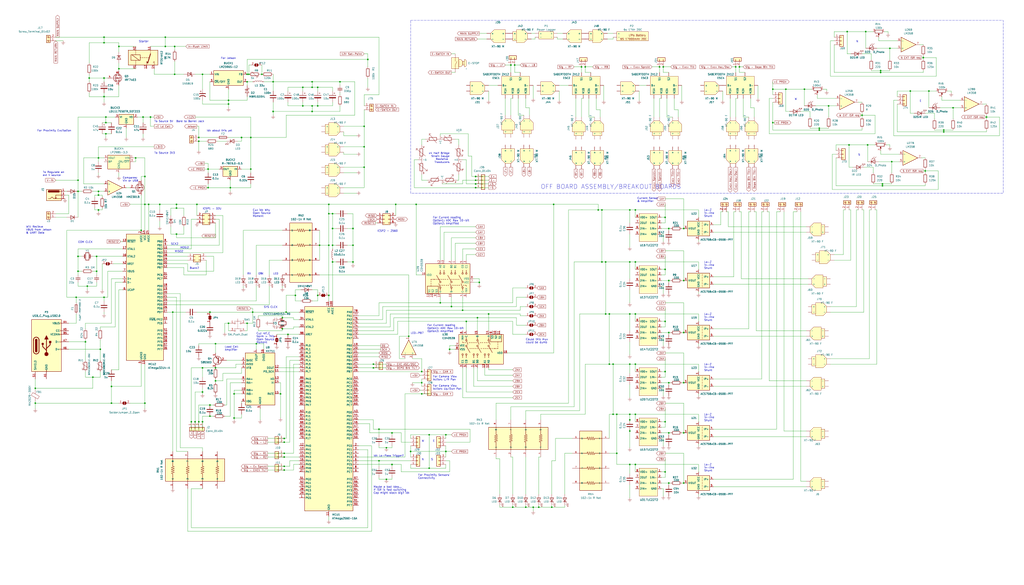
<source format=kicad_sch>
(kicad_sch (version 20230121) (generator eeschema)
  (paper "User" 699.999 399.999)
  (junction (at 71.12 25.4))
  (junction (at 457.2 295.91))
  (junction (at 457.2 227.33))
  (junction (at 408.94 143.51))
  (junction (at 194.31 302.26))
  (junction (at 224.79 167.64))
  (junction (at 601.98 49.53))
  (junction (at 194.31 321.31))
  (junction (at 52.07 203.2))
  (junction (at 71.12 53.34))
  (junction (at 414.02 179.07))
  (junction (at 421.64 283.21))
  (junction (at 120.65 142.24))
  (junction (at 251.46 40.64))
  (junction (at 603.25 127))
  (junction (at 434.34 283.21))
  (junction (at 579.12 21.59))
  (junction (at 191.77 269.24))
  (junction (at 71.12 66.04))
  (junction (at 528.32 60.96))
  (junction (at 207.01 72.39))
  (junction (at 217.17 59.69))
  (junction (at 179.07 50.8))
  (junction (at 349.25 44.45))
  (junction (at 467.36 191.77))
  (junction (at 467.36 330.2))
  (junction (at 414.02 214.63))
  (junction (at 53.34 123.19))
  (junction (at 135.89 96.52))
  (junction (at 635 62.23))
  (junction (at 267.97 317.5))
  (junction (at 138.43 50.8))
  (junction (at 119.38 31.75))
  (junction (at 67.31 130.81))
  (junction (at 293.37 320.04))
  (junction (at 248.92 114.3))
  (junction (at 53.34 185.42))
  (junction (at 217.17 201.93))
  (junction (at 651.51 73.66))
  (junction (at 645.16 88.9))
  (junction (at 430.53 214.63))
  (junction (at 457.2 330.2))
  (junction (at 58.42 233.68))
  (junction (at 280.67 308.61))
  (junction (at 288.29 269.24))
  (junction (at 71.12 29.21))
  (junction (at 284.48 139.7))
  (junction (at 293.37 297.18))
  (junction (at 267.97 295.91))
  (junction (at 99.06 275.59))
  (junction (at 143.51 284.48))
  (junction (at 502.92 45.72))
  (junction (at 270.51 139.7))
  (junction (at 99.06 120.65))
  (junction (at 416.56 248.92))
  (junction (at 138.43 251.46))
  (junction (at 97.79 80.01))
  (junction (at 430.53 143.51))
  (junction (at 377.19 346.71))
  (junction (at 194.31 312.42))
  (junction (at 157.48 128.27))
  (junction (at 168.91 50.8))
  (junction (at 430.53 287.02))
  (junction (at 60.96 53.34))
  (junction (at 186.69 55.88))
  (junction (at 194.31 299.72))
  (junction (at 325.12 128.27))
  (junction (at 120.65 160.02))
  (junction (at 359.41 346.71))
  (junction (at 549.91 60.96))
  (junction (at 334.01 214.63))
  (junction (at 368.3 346.71))
  (junction (at 434.34 317.5))
  (junction (at 566.42 72.39))
  (junction (at 304.8 308.61))
  (junction (at 430.53 317.5))
  (junction (at 175.26 234.95))
  (junction (at 160.02 285.75))
  (junction (at 195.58 213.36))
  (junction (at 213.36 59.69))
  (junction (at 316.23 212.09))
  (junction (at 279.4 229.87))
  (junction (at 201.93 201.93))
  (junction (at 147.32 260.35))
  (junction (at 53.34 175.26))
  (junction (at 528.32 83.82))
  (junction (at 102.87 80.01))
  (junction (at 63.5 257.81))
  (junction (at 130.81 288.29))
  (junction (at 217.17 72.39))
  (junction (at 72.39 83.82))
  (junction (at 142.24 115.57))
  (junction (at 327.66 193.04))
  (junction (at 593.09 99.06))
  (junction (at 645.16 90.17))
  (junction (at 457.2 261.62))
  (junction (at 224.79 146.05))
  (junction (at 213.36 76.2))
  (junction (at 147.32 234.95))
  (junction (at 632.46 116.84))
  (junction (at 264.16 306.07))
  (junction (at 72.39 91.44))
  (junction (at 434.34 214.63))
  (junction (at 308.61 209.55))
  (junction (at 81.28 31.75))
  (junction (at 218.44 167.64))
  (junction (at 194.31 309.88))
  (junction (at 416.56 214.63))
  (junction (at 53.34 130.81))
  (junction (at 453.39 45.72))
  (junction (at 213.36 72.39))
  (junction (at 325.12 125.73))
  (junction (at 81.28 46.99))
  (junction (at 120.65 139.7))
  (junction (at 156.21 220.98))
  (junction (at 96.52 157.48))
  (junction (at 454.66 288.29))
  (junction (at 609.6 110.49))
  (junction (at 304.8 297.18))
  (junction (at 603.25 125.73))
  (junction (at 160.02 269.24))
  (junction (at 397.51 45.72))
  (junction (at 227.33 156.21))
  (junction (at 24.13 275.59))
  (junction (at 68.58 238.76))
  (junction (at 255.27 251.46))
  (junction (at 113.03 25.4))
  (junction (at 430.53 294.64))
  (junction (at 325.12 120.65))
  (junction (at 631.19 39.37))
  (junction (at 143.51 213.36))
  (junction (at 589.28 78.74))
  (junction (at 454.66 219.71))
  (junction (at 505.46 45.72))
  (junction (at 76.2 264.16))
  (junction (at 207.01 59.69))
  (junction (at 467.36 295.91))
  (junction (at 259.08 293.37))
  (junction (at 259.08 314.96))
  (junction (at 213.36 55.88))
  (junction (at 227.33 146.05))
  (junction (at 224.79 201.93))
  (junction (at 138.43 267.97))
  (junction (at 326.39 217.17))
  (junction (at 171.45 115.57))
  (junction (at 133.35 288.29))
  (junction (at 168.91 55.88))
  (junction (at 241.3 156.21))
  (junction (at 193.04 217.17))
  (junction (at 147.32 251.46))
  (junction (at 92.71 107.95))
  (junction (at 307.34 238.76))
  (junction (at 142.24 128.27))
  (junction (at 72.39 80.01))
  (junction (at 467.36 227.33))
  (junction (at 350.52 346.71))
  (junction (at 119.38 50.8))
  (junction (at 318.77 219.71))
  (junction (at 66.04 175.26))
  (junction (at 196.85 228.6))
  (junction (at 467.36 156.21))
  (junction (at 591.82 21.59))
  (junction (at 135.89 93.98))
  (junction (at 537.21 60.96))
  (junction (at 248.92 100.33))
  (junction (at 59.69 195.58))
  (junction (at 419.1 283.21))
  (junction (at 467.36 261.62))
  (junction (at 113.03 31.75))
  (junction (at 325.12 123.19))
  (junction (at 454.66 184.15))
  (junction (at 457.2 156.21))
  (junction (at 608.33 33.02))
  (junction (at 172.72 213.36))
  (junction (at 622.3 62.23))
  (junction (at 421.64 309.88))
  (junction (at 454.66 148.59))
  (junction (at 430.53 179.07))
  (junction (at 99.06 139.7))
  (junction (at 560.07 87.63))
  (junction (at 411.48 143.51))
  (junction (at 248.92 86.36))
  (junction (at 434.34 248.92))
  (junction (at 232.41 55.88))
  (junction (at 193.04 224.79))
  (junction (at 67.31 107.95))
  (junction (at 255.27 248.92))
  (junction (at 165.1 93.98))
  (junction (at 434.34 179.07))
  (junction (at 156.21 71.12))
  (junction (at 143.51 276.86))
  (junction (at 170.18 50.8))
  (junction (at 168.91 220.98))
  (junction (at 101.6 139.7))
  (junction (at 171.45 93.98))
  (junction (at 288.29 254))
  (junction (at 76.2 275.59))
  (junction (at 227.33 167.64))
  (junction (at 134.62 139.7))
  (junction (at 109.22 139.7))
  (junction (at 241.3 179.07))
  (junction (at 71.12 203.2))
  (junction (at 227.33 179.07))
  (junction (at 400.05 45.72))
  (junction (at 118.11 213.36))
  (junction (at 264.16 327.66))
  (junction (at 364.49 346.71))
  (junction (at 135.89 288.29))
  (junction (at 434.34 143.51))
  (junction (at 457.2 191.77))
  (junction (at 580.39 99.06))
  (junction (at 66.04 185.42))
  (junction (at 138.43 288.29))
  (junction (at 560.07 88.9))
  (junction (at 300.99 207.01))
  (junction (at 67.31 133.35))
  (junction (at 194.31 318.77))
  (junction (at 454.66 254))
  (junction (at 411.48 179.07))
  (junction (at 186.69 76.2))
  (junction (at 156.21 68.58))
  (junction (at 24.13 265.43))
  (junction (at 430.53 283.21))
  (junction (at 674.37 80.01))
  (junction (at 450.85 45.72))
  (junction (at 241.3 167.64))
  (junction (at 419.1 248.92))
  (junction (at 378.46 139.7))
  (junction (at 601.98 48.26))
  (junction (at 224.79 139.7))
  (junction (at 288.29 261.62))
  (junction (at 430.53 248.92))
  (junction (at 67.31 143.51))
  (junction (at 454.66 322.58))
  (junction (at 351.79 44.45))
  (wire (pts (xy 167.64 220.98) (xy 168.91 220.98)))
  (wire (pts (xy 430.53 248.92) (xy 430.53 255.27)))
  (wire (pts (xy 134.62 149.86) (xy 130.81 149.86)))
  (wire (pts (xy 271.78 228.6) (xy 245.11 228.6)))
  (wire (pts (xy 72.39 83.82) (xy 76.2 83.82)))
  (wire (pts (xy 327.66 193.04) (xy 327.66 194.31)))
  (wire (pts (xy 397.51 67.31) (xy 397.51 80.01)))
  (wire (pts (xy 138.43 68.58) (xy 138.43 71.12)))
  (wire (pts (xy 632.46 77.47) (xy 638.81 77.47)))
  (wire (pts (xy 147.32 162.56) (xy 120.65 162.56)))
  (wire (pts (xy 589.28 78.74) (xy 589.28 80.01)))
  (wire (pts (xy 466.09 68.58) (xy 466.09 58.42)))
  (wire (pts (xy 354.33 67.31) (xy 354.33 78.74)))
  (wire (pts (xy 415.29 22.86) (xy 419.1 22.86)))
  (wire (pts (xy 195.58 243.84) (xy 204.47 243.84)))
  (wire (pts (xy 589.28 77.47) (xy 589.28 78.74)))
  (wire (pts (xy 452.12 261.62) (xy 457.2 261.62)))
  (wire (pts (xy 287.02 266.7) (xy 288.29 266.7)))
  (wire (pts (xy 227.33 146.05) (xy 227.33 156.21)))
  (wire (pts (xy 454.66 275.59) (xy 467.36 275.59)))
  (wire (pts (xy 200.66 321.31) (xy 194.31 321.31)))
  (wire (pts (xy 609.6 110.49) (xy 609.6 118.11)))
  (wire (pts (xy 114.3 180.34) (xy 128.27 180.34)))
  (wire (pts (xy 304.8 308.61) (xy 308.61 308.61)))
  (wire (pts (xy 622.3 62.23) (xy 635 62.23)))
  (wire (pts (xy 400.05 248.92) (xy 416.56 248.92)))
  (wire (pts (xy 195.58 243.84) (xy 195.58 299.72)))
  (wire (pts (xy 224.79 167.64) (xy 224.79 201.93)))
  (wire (pts (xy 234.95 92.71) (xy 234.95 90.17)))
  (wire (pts (xy 392.43 278.13) (xy 349.25 278.13)))
  (wire (pts (xy 477.52 219.71) (xy 477.52 214.63)))
  (wire (pts (xy 492.76 144.78) (xy 492.76 153.67)))
  (wire (pts (xy 114.3 200.66) (xy 123.19 200.66)))
  (wire (pts (xy 24.13 259.08) (xy 24.13 265.43)))
  (wire (pts (xy 645.16 88.9) (xy 651.51 88.9)))
  (wire (pts (xy 288.29 261.62) (xy 288.29 264.16)))
  (wire (pts (xy 92.71 107.95) (xy 91.44 107.95)))
  (wire (pts (xy 334.01 68.58) (xy 334.01 62.23)))
  (wire (pts (xy 378.46 139.7) (xy 408.94 139.7)))
  (wire (pts (xy 119.38 31.75) (xy 119.38 34.29)))
  (wire (pts (xy 622.3 77.47) (xy 624.84 77.47)))
  (wire (pts (xy 168.91 220.98) (xy 172.72 220.98)))
  (wire (pts (xy 135.89 234.95) (xy 147.32 234.95)))
  (wire (pts (xy 193.04 157.48) (xy 166.37 157.48)))
  (wire (pts (xy 71.12 29.21) (xy 81.28 29.21)))
  (wire (pts (xy 71.12 25.4) (xy 71.12 29.21)))
  (wire (pts (xy 397.51 45.72) (xy 397.51 49.53)))
  (wire (pts (xy 632.46 116.84) (xy 632.46 118.11)))
  (wire (pts (xy 313.69 95.25) (xy 313.69 99.06)))
  (wire (pts (xy 515.62 73.66) (xy 515.62 80.01)))
  (wire (pts (xy 641.35 129.54) (xy 568.96 129.54)))
  (wire (pts (xy 105.41 86.36) (xy 102.87 86.36)))
  (wire (pts (xy 570.23 21.59) (xy 579.12 21.59)))
  (wire (pts (xy 270.51 139.7) (xy 270.51 147.32)))
  (wire (pts (xy 53.34 80.01) (xy 53.34 123.19)))
  (wire (pts (xy 579.12 21.59) (xy 591.82 21.59)))
  (wire (pts (xy 334.01 214.63) (xy 355.6 214.63)))
  (wire (pts (xy 341.63 345.44) (xy 341.63 346.71)))
  (wire (pts (xy 530.86 144.78) (xy 533.4 144.78)))
  (wire (pts (xy 64.77 133.35) (xy 64.77 134.62)))
  (wire (pts (xy 506.73 190.5) (xy 552.45 190.5)))
  (wire (pts (xy 603.25 127) (xy 632.46 127)))
  (wire (pts (xy 63.5 130.81) (xy 67.31 130.81)))
  (wire (pts (xy 359.41 346.71) (xy 364.49 346.71)))
  (wire (pts (xy 157.48 220.98) (xy 156.21 220.98)))
  (wire (pts (xy 130.81 251.46) (xy 130.81 288.29)))
  (wire (pts (xy 234.95 100.33) (xy 248.92 100.33)))
  (wire (pts (xy 388.62 143.51) (xy 408.94 143.51)))
  (wire (pts (xy 452.12 254) (xy 454.66 254)))
  (wire (pts (xy 568.96 105.41) (xy 571.5 105.41)))
  (wire (pts (xy 81.28 198.12) (xy 83.82 198.12)))
  (wire (pts (xy 477.52 148.59) (xy 477.52 143.51)))
  (wire (pts (xy 454.66 322.58) (xy 454.66 313.69)))
  (wire (pts (xy 601.98 48.26) (xy 601.98 49.53)))
  (wire (pts (xy 378.46 139.7) (xy 378.46 241.3)))
  (wire (pts (xy 452.12 184.15) (xy 454.66 184.15)))
  (wire (pts (xy 274.32 302.26) (xy 280.67 302.26)))
  (wire (pts (xy 350.52 264.16) (xy 323.85 264.16)))
  (wire (pts (xy 24.13 265.43) (xy 63.5 265.43)))
  (wire (pts (xy 359.41 203.2) (xy 353.06 203.2)))
  (wire (pts (xy 467.36 241.3) (xy 467.36 261.62)))
  (wire (pts (xy 601.98 49.53) (xy 631.19 49.53)))
  (wire (pts (xy 477.52 234.95) (xy 477.52 236.22)))
  (wire (pts (xy 176.53 224.79) (xy 176.53 226.06)))
  (wire (pts (xy 334.01 252.73) (xy 334.01 251.46)))
  (wire (pts (xy 477.52 337.82) (xy 477.52 339.09)))
  (wire (pts (xy 586.74 69.85) (xy 589.28 69.85)))
  (wire (pts (xy 81.28 29.21) (xy 81.28 31.75)))
  (wire (pts (xy 326.39 260.35) (xy 326.39 251.46)))
  (wire (pts (xy 38.1 25.4) (xy 71.12 25.4)))
  (wire (pts (xy 195.58 299.72) (xy 194.31 299.72)))
  (wire (pts (xy 154.94 246.38) (xy 165.1 246.38)))
  (wire (pts (xy 280.67 297.18) (xy 280.67 299.72)))
  (wire (pts (xy 359.41 209.55) (xy 355.6 209.55)))
  (wire (pts (xy 189.23 228.6) (xy 196.85 228.6)))
  (wire (pts (xy 553.72 87.63) (xy 560.07 87.63)))
  (wire (pts (xy 217.17 72.39) (xy 213.36 72.39)))
  (wire (pts (xy 304.8 299.72) (xy 304.8 297.18)))
  (wire (pts (xy 463.55 74.93) (xy 463.55 80.01)))
  (wire (pts (xy 591.82 21.59) (xy 591.82 33.02)))
  (wire (pts (xy 593.09 99.06) (xy 593.09 110.49)))
  (wire (pts (xy 477.52 288.29) (xy 477.52 283.21)))
  (wire (pts (xy 142.24 118.11) (xy 142.24 115.57)))
  (wire (pts (xy 234.95 118.11) (xy 243.84 118.11)))
  (wire (pts (xy 674.37 80.01) (xy 683.26 80.01)))
  (wire (pts (xy 69.85 180.34) (xy 69.85 198.12)))
  (wire (pts (xy 339.09 313.69) (xy 339.09 312.42)))
  (wire (pts (xy 421.64 283.21) (xy 430.53 283.21)))
  (wire (pts (xy 142.24 125.73) (xy 142.24 128.27)))
  (wire (pts (xy 193.04 215.9) (xy 193.04 217.17)))
  (wire (pts (xy 334.01 214.63) (xy 266.7 214.63)))
  (wire (pts (xy 530.86 144.78) (xy 530.86 293.37)))
  (wire (pts (xy 259.08 327.66) (xy 264.16 327.66)))
  (wire (pts (xy 69.85 91.44) (xy 72.39 91.44)))
  (wire (pts (xy 434.34 179.07) (xy 434.34 184.15)))
  (wire (pts (xy 528.32 60.96) (xy 537.21 60.96)))
  (wire (pts (xy 320.04 106.68) (xy 322.58 106.68)))
  (wire (pts (xy 350.52 260.35) (xy 326.39 260.35)))
  (wire (pts (xy 190.5 254) (xy 204.47 254)))
  (wire (pts (xy 255.27 248.92) (xy 264.16 248.92)))
  (wire (pts (xy 518.16 67.31) (xy 518.16 58.42)))
  (wire (pts (xy 457.2 331.47) (xy 457.2 330.2)))
  (wire (pts (xy 81.28 66.04) (xy 71.12 66.04)))
  (wire (pts (xy 391.16 299.72) (xy 379.73 299.72)))
  (wire (pts (xy 166.37 157.48) (xy 166.37 187.96)))
  (wire (pts (xy 168.91 68.58) (xy 156.21 68.58)))
  (wire (pts (xy 567.69 52.07) (xy 567.69 27.94)))
  (wire (pts (xy 234.95 105.41) (xy 234.95 104.14)))
  (wire (pts (xy 227.33 179.07) (xy 227.33 205.74)))
  (wire (pts (xy 454.66 326.39) (xy 454.66 322.58)))
  (wire (pts (xy 83.82 190.5) (xy 76.2 190.5)))
  (wire (pts (xy 430.53 214.63) (xy 434.34 214.63)))
  (wire (pts (xy 454.66 152.4) (xy 454.66 148.59)))
  (wire (pts (xy 196.85 228.6) (xy 204.47 228.6)))
  (wire (pts (xy 60.96 50.8) (xy 60.96 53.34)))
  (wire (pts (xy 458.47 261.62) (xy 457.2 261.62)))
  (wire (pts (xy 434.34 248.92) (xy 434.34 254)))
  (wire (pts (xy 497.84 154.94) (xy 551.18 154.94)))
  (wire (pts (xy 217.17 198.12) (xy 217.17 201.93)))
  (wire (pts (xy 186.69 76.2) (xy 213.36 76.2)))
  (wire (pts (xy 613.41 90.17) (xy 645.16 90.17)))
  (wire (pts (xy 300.99 203.2) (xy 300.99 207.01)))
  (wire (pts (xy 487.68 264.16) (xy 551.18 264.16)))
  (wire (pts (xy 245.11 317.5) (xy 267.97 317.5)))
  (wire (pts (xy 171.45 210.82) (xy 172.72 210.82)))
  (wire (pts (xy 24.13 275.59) (xy 76.2 275.59)))
  (wire (pts (xy 267.97 295.91) (xy 274.32 295.91)))
  (wire (pts (xy 267.97 306.07) (xy 267.97 304.8)))
  (wire (pts (xy 411.48 179.07) (xy 411.48 143.51)))
  (wire (pts (xy 453.39 265.43) (xy 452.12 265.43)))
  (wire (pts (xy 200.66 224.79) (xy 200.66 223.52)))
  (wire (pts (xy 157.48 128.27) (xy 157.48 130.81)))
  (wire (pts (xy 570.23 30.48) (xy 570.23 49.53)))
  (wire (pts (xy 116.84 142.24) (xy 116.84 147.32)))
  (wire (pts (xy 191.77 269.24) (xy 190.5 269.24)))
  (wire (pts (xy 454.66 171.45) (xy 467.36 171.45)))
  (wire (pts (xy 86.36 128.27) (xy 88.9 128.27)))
  (wire (pts (xy 123.19 306.07) (xy 138.43 306.07)))
  (wire (pts (xy 72.39 80.01) (xy 72.39 83.82)))
  (wire (pts (xy 416.56 248.92) (xy 419.1 248.92)))
  (wire (pts (xy 198.12 314.96) (xy 204.47 314.96)))
  (wire (pts (xy 66.04 175.26) (xy 66.04 185.42)))
  (wire (pts (xy 157.48 284.48) (xy 153.67 284.48)))
  (wire (pts (xy 535.94 294.64) (xy 551.18 294.64)))
  (wire (pts (xy 213.36 55.88) (xy 213.36 59.69)))
  (wire (pts (xy 245.11 304.8) (xy 254 304.8)))
  (wire (pts (xy 560.07 87.63) (xy 566.42 87.63)))
  (wire (pts (xy 152.4 147.32) (xy 152.4 172.72)))
  (wire (pts (xy 452.12 295.91) (xy 457.2 295.91)))
  (wire (pts (xy 647.7 62.23) (xy 650.24 62.23)))
  (wire (pts (xy 513.08 144.78) (xy 511.81 144.78)))
  (wire (pts (xy 227.33 72.39) (xy 217.17 72.39)))
  (wire (pts (xy 128.27 308.61) (xy 120.65 308.61)))
  (wire (pts (xy 304.8 297.18) (xy 308.61 297.18)))
  (wire (pts (xy 477.52 248.92) (xy 434.34 248.92)))
  (wire (pts (xy 213.36 198.12) (xy 217.17 198.12)))
  (wire (pts (xy 586.74 143.51) (xy 585.47 143.51)))
  (wire (pts (xy 430.53 143.51) (xy 430.53 152.4)))
  (wire (pts (xy 674.37 78.74) (xy 674.37 80.01)))
  (wire (pts (xy 466.09 295.91) (xy 467.36 295.91)))
  (wire (pts (xy 434.34 317.5) (xy 434.34 322.58)))
  (wire (pts (xy 350.52 345.44) (xy 350.52 346.71)))
  (wire (pts (xy 288.29 123.19) (xy 292.1 123.19)))
  (wire (pts (xy 350.52 346.71) (xy 359.41 346.71)))
  (wire (pts (xy 114.3 172.72) (xy 152.4 172.72)))
  (wire (pts (xy 351.79 44.45) (xy 355.6 44.45)))
  (wire (pts (xy 300.99 92.71) (xy 300.99 91.44)))
  (wire (pts (xy 180.34 55.88) (xy 186.69 55.88)))
  (wire (pts (xy 81.28 31.75) (xy 92.71 31.75)))
  (wire (pts (xy 334.01 226.06) (xy 334.01 214.63)))
  (wire (pts (xy 224.79 146.05) (xy 224.79 167.64)))
  (wire (pts (xy 436.88 68.58) (xy 436.88 62.23)))
  (wire (pts (xy 386.08 309.88) (xy 386.08 337.82)))
  (wire (pts (xy 135.89 288.29) (xy 135.89 294.64)))
  (wire (pts (xy 232.41 63.5) (xy 232.41 64.77)))
  (wire (pts (xy 325.12 158.75) (xy 303.53 158.75)))
  (wire (pts (xy 467.36 207.01) (xy 467.36 227.33)))
  (wire (pts (xy 109.22 139.7) (xy 109.22 143.51)))
  (wire (pts (xy 76.2 264.16) (xy 96.52 264.16)))
  (wire (pts (xy 279.4 187.96) (xy 279.4 229.87)))
  (wire (pts (xy 316.23 271.78) (xy 316.23 251.46)))
  (wire (pts (xy 454.66 184.15) (xy 454.66 175.26)))
  (wire (pts (xy 53.34 193.04) (xy 53.34 195.58)))
  (wire (pts (xy 176.53 215.9) (xy 193.04 215.9)))
  (wire (pts (xy 190.5 261.62) (xy 191.77 261.62)))
  (wire (pts (xy 325.12 154.94) (xy 300.99 154.94)))
  (wire (pts (xy 369.57 312.42) (xy 368.3 312.42)))
  (wire (pts (xy 195.58 78.74) (xy 195.58 93.98)))
  (wire (pts (xy 130.81 334.01) (xy 138.43 334.01)))
  (wire (pts (xy 359.41 287.02) (xy 359.41 280.67)))
  (wire (pts (xy 237.49 146.05) (xy 241.3 146.05)))
  (wire (pts (xy 515.62 144.78) (xy 516.89 144.78)))
  (wire (pts (xy 135.89 86.36) (xy 135.89 93.98)))
  (wire (pts (xy 321.31 302.26) (xy 304.8 302.26)))
  (wire (pts (xy 171.45 115.57) (xy 165.1 115.57)))
  (wire (pts (xy 109.22 139.7) (xy 120.65 139.7)))
  (wire (pts (xy 64.77 133.35) (xy 67.31 133.35)))
  (wire (pts (xy 175.26 234.95) (xy 175.26 238.76)))
  (wire (pts (xy 544.83 144.78) (xy 542.29 144.78)))
  (wire (pts (xy 168.91 40.64) (xy 168.91 50.8)))
  (wire (pts (xy 156.21 68.58) (xy 156.21 71.12)))
  (wire (pts (xy 66.04 175.26) (xy 83.82 175.26)))
  (wire (pts (xy 205.74 205.74) (xy 201.93 205.74)))
  (wire (pts (xy 364.49 346.71) (xy 368.3 346.71)))
  (wire (pts (xy 377.19 345.44) (xy 377.19 346.71)))
  (wire (pts (xy 81.28 120.65) (xy 81.28 118.11)))
  (wire (pts (xy 350.52 271.78) (xy 316.23 271.78)))
  (wire (pts (xy 237.49 156.21) (xy 241.3 156.21)))
  (wire (pts (xy 200.66 248.92) (xy 204.47 248.92)))
  (wire (pts (xy 58.42 257.81) (xy 63.5 257.81)))
  (wire (pts (xy 430.53 340.36) (xy 430.53 331.47)))
  (wire (pts (xy 160.02 266.7) (xy 160.02 269.24)))
  (wire (pts (xy 392.43 45.72) (xy 397.51 45.72)))
  (wire (pts (xy 477.52 254) (xy 477.52 248.92)))
  (wire (pts (xy 568.96 129.54) (xy 568.96 105.41)))
  (wire (pts (xy 355.6 49.53) (xy 351.79 49.53)))
  (wire (pts (xy 562.61 60.96) (xy 565.15 60.96)))
  (wire (pts (xy 224.79 353.06) (xy 224.79 355.6)))
  (wire (pts (xy 116.84 160.02) (xy 120.65 160.02)))
  (wire (pts (xy 78.74 223.52) (xy 68.58 223.52)))
  (wire (pts (xy 467.36 135.89) (xy 467.36 156.21)))
  (wire (pts (xy 300.99 91.44) (xy 320.04 91.44)))
  (wire (pts (xy 227.33 69.85) (xy 227.33 72.39)))
  (wire (pts (xy 52.07 203.2) (xy 52.07 207.01)))
  (wire (pts (xy 369.57 283.21) (xy 400.05 283.21)))
  (wire (pts (xy 138.43 284.48) (xy 138.43 288.29)))
  (wire (pts (xy 551.18 328.93) (xy 547.37 328.93)))
  (wire (pts (xy 143.51 213.36) (xy 172.72 213.36)))
  (wire (pts (xy 53.34 175.26) (xy 55.88 175.26)))
  (wire (pts (xy 101.6 139.7) (xy 109.22 139.7)))
  (wire (pts (xy 273.05 229.87) (xy 273.05 245.11)))
  (wire (pts (xy 267.97 297.18) (xy 267.97 295.91)))
  (wire (pts (xy 143.51 55.88) (xy 143.51 68.58)))
  (wire (pts (xy 558.8 64.77) (xy 558.8 67.31)))
  (wire (pts (xy 521.97 144.78) (xy 520.7 144.78)))
  (wire (pts (xy 430.53 306.07) (xy 430.53 294.64)))
  (wire (pts (xy 76.2 252.73) (xy 81.28 252.73)))
  (wire (pts (xy 537.21 60.96) (xy 549.91 60.96)))
  (wire (pts (xy 603.25 125.73) (xy 603.25 127)))
  (wire (pts (xy 430.53 168.91) (xy 430.53 160.02)))
  (wire (pts (xy 198.12 246.38) (xy 204.47 246.38)))
  (wire (pts (xy 457.2 297.18) (xy 457.2 295.91)))
  (wire (pts (xy 259.08 306.07) (xy 259.08 304.8)))
  (wire (pts (xy 128.27 185.42) (xy 146.05 185.42)))
  (wire (pts (xy 307.34 236.22) (xy 307.34 238.76)))
  (wire (pts (xy 156.21 60.96) (xy 156.21 68.58)))
  (wire (pts (xy 511.81 144.78) (xy 511.81 224.79)))
  (wire (pts (xy 72.39 91.44) (xy 72.39 93.98)))
  (wire (pts (xy 207.01 59.69) (xy 213.36 59.69)))
  (wire (pts (xy 172.72 213.36) (xy 172.72 220.98)))
  (wire (pts (xy 505.46 45.72) (xy 508 45.72)))
  (wire (pts (xy 245.11 223.52) (xy 266.7 223.52)))
  (wire (pts (xy 605.79 99.06) (xy 608.33 99.06)))
  (wire (pts (xy 105.41 100.33) (xy 67.31 100.33)))
  (wire (pts (xy 172.72 213.36) (xy 195.58 213.36)))
  (wire (pts (xy 419.1 248.92) (xy 430.53 248.92)))
  (wire (pts (xy 24.13 266.7) (xy 24.13 265.43)))
  (wire (pts (xy 467.36 275.59) (xy 467.36 295.91)))
  (wire (pts (xy 640.08 52.07) (xy 567.69 52.07)))
  (wire (pts (xy 452.12 219.71) (xy 454.66 219.71)))
  (wire (pts (xy 613.41 62.23) (xy 622.3 62.23)))
  (wire (pts (xy 349.25 44.45) (xy 349.25 49.53)))
  (wire (pts (xy 452.12 326.39) (xy 454.66 326.39)))
  (wire (pts (xy 629.92 39.37) (xy 631.19 39.37)))
  (wire (pts (xy 551.18 332.74) (xy 487.68 332.74)))
  (wire (pts (xy 252.73 289.56) (xy 252.73 295.91)))
  (wire (pts (xy 81.28 252.73) (xy 81.28 198.12)))
  (wire (pts (xy 396.24 214.63) (xy 414.02 214.63)))
  (wire (pts (xy 589.28 36.83) (xy 595.63 36.83)))
  (wire (pts (xy 580.39 99.06) (xy 593.09 99.06)))
  (wire (pts (xy 421.64 317.5) (xy 430.53 317.5)))
  (wire (pts (xy 308.61 49.53) (xy 311.15 49.53)))
  (wire (pts (xy 177.8 279.4) (xy 177.8 287.02)))
  (wire (pts (xy 99.06 275.59) (xy 99.06 279.4)))
  (wire (pts (xy 430.53 143.51) (xy 434.34 143.51)))
  (wire (pts (xy 311.15 238.76) (xy 307.34 238.76)))
  (wire (pts (xy 359.41 222.25) (xy 353.06 222.25)))
  (wire (pts (xy 560.07 88.9) (xy 589.28 88.9)))
  (wire (pts (xy 266.7 214.63) (xy 266.7 223.52)))
  (wire (pts (xy 313.69 123.19) (xy 312.42 123.19)))
  (wire (pts (xy 191.77 261.62) (xy 191.77 269.24)))
  (wire (pts (xy 213.36 59.69) (xy 217.17 59.69)))
  (wire (pts (xy 453.39 49.53) (xy 457.2 49.53)))
  (wire (pts (xy 119.38 50.8) (xy 105.41 50.8)))
  (wire (pts (xy 598.17 91.44) (xy 525.78 91.44)))
  (wire (pts (xy 280.67 297.18) (xy 293.37 297.18)))
  (wire (pts (xy 147.32 241.3) (xy 147.32 234.95)))
  (wire (pts (xy 182.88 309.88) (xy 194.31 309.88)))
  (wire (pts (xy 604.52 21.59) (xy 607.06 21.59)))
  (wire (pts (xy 365.76 25.4) (xy 365.76 26.67)))
  (wire (pts (xy 334.01 128.27) (xy 325.12 128.27)))
  (wire (pts (xy 288.29 187.96) (xy 284.48 187.96)))
  (wire (pts (xy 453.39 165.1) (xy 453.39 160.02)))
  (wire (pts (xy 201.93 201.93) (xy 201.93 205.74)))
  (wire (pts (xy 434.34 283.21) (xy 434.34 288.29)))
  (wire (pts (xy 502.92 45.72) (xy 502.92 49.53)))
  (wire (pts (xy 160.02 285.75) (xy 160.02 287.02)))
  (wire (pts (xy 454.66 309.88) (xy 467.36 309.88)))
  (wire (pts (xy 255.27 251.46) (xy 245.11 251.46)))
  (wire (pts (xy 632.46 115.57) (xy 632.46 116.84)))
  (wire (pts (xy 516.89 226.06) (xy 551.18 226.06)))
  (wire (pts (xy 502.92 67.31) (xy 502.92 80.01)))
  (wire (pts (xy 466.09 261.62) (xy 467.36 261.62)))
  (wire (pts (xy 379.73 299.72) (xy 379.73 314.96)))
  (wire (pts (xy 64.77 143.51) (xy 67.31 143.51)))
  (wire (pts (xy 386.08 345.44) (xy 386.08 346.71)))
  (wire (pts (xy 93.98 80.01) (xy 97.79 80.01)))
  (wire (pts (xy 46.99 146.05) (xy 46.99 133.35)))
  (wire (pts (xy 579.12 36.83) (xy 581.66 36.83)))
  (wire (pts (xy 97.79 91.44) (xy 97.79 93.98)))
  (wire (pts (xy 195.58 213.36) (xy 204.47 213.36)))
  (wire (pts (xy 566.42 72.39) (xy 566.42 80.01)))
  (wire (pts (xy 147.32 147.32) (xy 152.4 147.32)))
  (wire (pts (xy 142.24 128.27) (xy 157.48 128.27)))
  (wire (pts (xy 270.51 139.7) (xy 284.48 139.7)))
  (wire (pts (xy 171.45 80.01) (xy 171.45 93.98)))
  (wire (pts (xy 154.94 259.08) (xy 154.94 276.86)))
  (wire (pts (xy 83.82 193.04) (xy 78.74 193.04)))
  (wire (pts (xy 364.49 67.31) (xy 364.49 58.42)))
  (wire (pts (xy 76.2 264.16) (xy 76.2 275.59)))
  (wire (pts (xy 430.53 317.5) (xy 430.53 323.85)))
  (wire (pts (xy 368.3 346.71) (xy 377.19 346.71)))
  (wire (pts (xy 255.27 251.46) (xy 264.16 251.46)))
  (wire (pts (xy 57.15 107.95) (xy 57.15 125.73)))
  (wire (pts (xy 588.01 78.74) (xy 589.28 78.74)))
  (wire (pts (xy 218.44 167.64) (xy 218.44 177.8)))
  (wire (pts (xy 379.73 314.96) (xy 377.19 314.96)))
  (wire (pts (xy 134.62 213.36) (xy 143.51 213.36)))
  (wire (pts (xy 610.87 68.58) (xy 613.41 68.58)))
  (wire (pts (xy 571.5 107.95) (xy 571.5 127)))
  (wire (pts (xy 326.39 26.67) (xy 332.74 26.67)))
  (wire (pts (xy 138.43 294.64) (xy 138.43 288.29)))
  (wire (pts (xy 365.76 26.67) (xy 363.22 26.67)))
  (wire (pts (xy 308.61 209.55) (xy 261.62 209.55)))
  (wire (pts (xy 241.3 167.64) (xy 241.3 156.21)))
  (wire (pts (xy 152.4 260.35) (xy 147.32 260.35)))
  (wire (pts (xy 156.21 220.98) (xy 156.21 226.06)))
  (wire (pts (xy 254 363.22) (xy 254 304.8)))
  (wire (pts (xy 631.19 39.37) (xy 631.19 40.64)))
  (wire (pts (xy 508 80.01) (xy 511.81 80.01)))
  (wire (pts (xy 585.47 209.55) (xy 567.69 209.55)))
  (wire (pts (xy 410.21 74.93) (xy 410.21 80.01)))
  (wire (pts (xy 610.87 92.71) (xy 610.87 68.58)))
  (wire (pts (xy 153.67 220.98) (xy 156.21 220.98)))
  (wire (pts (xy 69.85 83.82) (xy 72.39 83.82)))
  (wire (pts (xy 580.39 114.3) (xy 582.93 114.3)))
  (wire (pts (xy 453.39 200.66) (xy 453.39 195.58)))
  (wire (pts (xy 193.04 167.64) (xy 175.26 167.64)))
  (wire (pts (xy 234.95 114.3) (xy 248.92 114.3)))
  (wire (pts (xy 138.43 60.96) (xy 138.43 50.8)))
  (wire (pts (xy 382.27 58.42) (xy 388.62 58.42)))
  (wire (pts (xy 245.11 236.22) (xy 260.35 236.22)))
  (wire (pts (xy 477.52 322.58) (xy 477.52 317.5)))
  (wire (pts (xy 318.77 267.97) (xy 318.77 251.46)))
  (wire (pts (xy 125.73 154.94) (xy 125.73 160.02)))
  (wire (pts (xy 241.3 180.34) (xy 241.3 179.07)))
  (wire (pts (xy 193.04 195.58) (xy 193.04 196.85)))
  (wire (pts (xy 254 363.22) (xy 128.27 363.22)))
  (wire (pts (xy 128.27 334.01) (xy 128.27 363.22)))
  (wire (pts (xy 59.69 195.58) (xy 66.04 195.58)))
  (wire (pts (xy 400.05 49.53) (xy 403.86 49.53)))
  (wire (pts (xy 454.66 135.89) (xy 467.36 135.89)))
  (wire (pts (xy 316.23 125.73) (xy 316.23 123.19)))
  (wire (pts (xy 302.26 125.73) (xy 316.23 125.73)))
  (wire (pts (xy 176.53 226.06) (xy 193.04 226.06)))
  (wire (pts (xy 259.08 215.9) (xy 245.11 215.9)))
  (wire (pts (xy 248.92 128.27) (xy 248.92 114.3)))
  (wire (pts (xy 430.53 248.92) (xy 434.34 248.92)))
  (wire (pts (xy 400.05 45.72) (xy 400.05 49.53)))
  (wire (pts (xy 436.88 58.42) (xy 441.96 58.42)))
  (wire (pts (xy 520.7 144.78) (xy 520.7 259.08)))
  (wire (pts (xy 165.1 283.21) (xy 165.1 285.75)))
  (wire (pts (xy 516.89 144.78) (xy 516.89 226.06)))
  (wire (pts (xy 325.12 162.56) (xy 308.61 162.56)))
  (wire (pts (xy 487.68 194.31) (xy 552.45 194.31)))
  (wire (pts (xy 165.1 261.62) (xy 157.48 261.62)))
  (wire (pts (xy 487.68 229.87) (xy 551.18 229.87)))
  (wire (pts (xy 571.5 99.06) (xy 580.39 99.06)))
  (wire (pts (xy 165.1 248.92) (xy 161.29 248.92)))
  (wire (pts (xy 524.51 144.78) (xy 525.78 144.78)))
  (wire (pts (xy 280.67 317.5) (xy 280.67 320.04)))
  (wire (pts (xy 68.58 238.76) (xy 68.58 246.38)))
  (wire (pts (xy 598.17 78.74) (xy 598.17 91.44)))
  (wire (pts (xy 350.52 267.97) (xy 318.77 267.97)))
  (wire (pts (xy 643.89 66.04) (xy 643.89 68.58)))
  (wire (pts (xy 354.33 78.74) (xy 358.14 78.74)))
  (wire (pts (xy 359.41 215.9) (xy 355.6 215.9)))
  (wire (pts (xy 355.6 209.55) (xy 355.6 212.09)))
  (wire (pts (xy 320.04 91.44) (xy 320.04 106.68)))
  (wire (pts (xy 60.96 63.5) (xy 60.96 66.04)))
  (wire (pts (xy 248.92 86.36) (xy 234.95 86.36)))
  (wire (pts (xy 71.12 66.04) (xy 60.96 66.04)))
  (wire (pts (xy 99.06 120.65) (xy 99.06 139.7)))
  (wire (pts (xy 316.23 170.18) (xy 316.23 177.8)))
  (wire (pts (xy 497.84 144.78) (xy 497.84 154.94)))
  (wire (pts (xy 580.39 99.06) (xy 580.39 114.3)))
  (wire (pts (xy 596.9 114.3) (xy 596.9 118.11)))
  (wire (pts (xy 237.49 179.07) (xy 241.3 179.07)))
  (wire (pts (xy 255.27 287.02) (xy 255.27 293.37)))
  (wire (pts (xy 184.15 195.58) (xy 184.15 208.28)))
  (wire (pts (xy 430.53 271.78) (xy 430.53 262.89)))
  (wire (pts (xy 537.21 76.2) (xy 539.75 76.2)))
  (wire (pts (xy 143.51 68.58) (xy 156.21 68.58)))
  (wire (pts (xy 227.33 156.21) (xy 227.33 167.64)))
  (wire (pts (xy 603.25 125.73) (xy 609.6 125.73)))
  (wire (pts (xy 227.33 146.05) (xy 229.87 146.05)))
  (wire (pts (xy 170.18 44.45) (xy 170.18 50.8)))
  (wire (pts (xy 308.61 209.55) (xy 353.06 209.55)))
  (wire (pts (xy 416.56 299.72) (xy 416.56 283.21)))
  (wire (pts (xy 453.39 236.22) (xy 453.39 231.14)))
  (wire (pts (xy 281.94 261.62) (xy 288.29 261.62)))
  (wire (pts (xy 505.46 49.53) (xy 509.27 49.53)))
  (wire (pts (xy 288.29 259.08) (xy 288.29 261.62)))
  (wire (pts (xy 57.15 107.95) (xy 67.31 107.95)))
  (wire (pts (xy 81.28 46.99) (xy 92.71 46.99)))
  (wire (pts (xy 52.07 203.2) (xy 71.12 203.2)))
  (wire (pts (xy 542.29 327.66) (xy 487.68 327.66)))
  (wire (pts (xy 453.39 195.58) (xy 452.12 195.58)))
  (wire (pts (xy 499.11 67.31) (xy 499.11 80.01)))
  (wire (pts (xy 601.98 48.26) (xy 608.33 48.26)))
  (wire (pts (xy 350.52 256.54) (xy 331.47 256.54)))
  (wire (pts (xy 97.79 80.01) (xy 97.79 83.82)))
  (wire (pts (xy 600.71 27.94) (xy 613.41 27.94)))
  (wire (pts (xy 638.81 88.9) (xy 645.16 88.9)))
  (wire (pts (xy 259.08 293.37) (xy 321.31 293.37)))
  (wire (pts (xy 245.11 287.02) (xy 255.27 287.02)))
  (wire (pts (xy 453.39 45.72) (xy 453.39 49.53)))
  (wire (pts (xy 218.44 167.64) (xy 224.79 167.64)))
  (wire (pts (xy 46.99 133.35) (xy 44.45 133.35)))
  (wire (pts (xy 325.12 173.99) (xy 318.77 173.99)))
  (wire (pts (xy 120.65 139.7) (xy 134.62 139.7)))
  (wire (pts (xy 71.12 55.88) (xy 71.12 53.34)))
  (wire (pts (xy 58.42 224.79) (xy 58.42 220.98)))
  (wire (pts (xy 53.34 170.18) (xy 83.82 170.18)))
  (wire (pts (xy 453.39 339.09) (xy 453.39 334.01)))
  (wire (pts (xy 134.62 139.7) (xy 134.62 147.32)))
  (wire (pts (xy 66.04 193.04) (xy 66.04 195.58)))
  (wire (pts (xy 162.56 96.52) (xy 165.1 96.52)))
  (wire (pts (xy 156.21 71.12) (xy 138.43 71.12)))
  (wire (pts (xy 452.12 187.96) (xy 454.66 187.96)))
  (wire (pts (xy 316.23 203.2) (xy 316.23 212.09)))
  (wire (pts (xy 58.42 220.98) (xy 76.2 220.98)))
  (wire (pts (xy 71.12 63.5) (xy 71.12 66.04)))
  (wire (pts (xy 186.69 55.88) (xy 186.69 62.23)))
  (wire (pts (xy 341.63 346.71) (xy 350.52 346.71)))
  (wire (pts (xy 248.92 36.83) (xy 251.46 36.83)))
  (wire (pts (xy 599.44 248.92) (xy 567.69 248.92)))
  (wire (pts (xy 565.15 60.96) (xy 565.15 62.23)))
  (wire (pts (xy 58.42 233.68) (xy 58.42 232.41)))
  (wire (pts (xy 140.97 187.96) (xy 125.73 187.96)))
  (wire (pts (xy 229.87 167.64) (xy 227.33 167.64)))
  (wire (pts (xy 571.5 127) (xy 603.25 127)))
  (wire (pts (xy 318.77 173.99) (xy 318.77 177.8)))
  (wire (pts (xy 135.89 236.22) (xy 135.89 234.95)))
  (wire (pts (xy 190.5 251.46) (xy 204.47 251.46)))
  (wire (pts (xy 638.81 77.47) (xy 638.81 81.28)))
  (wire (pts (xy 613.41 62.23) (xy 613.41 66.04)))
  (wire (pts (xy 120.65 142.24) (xy 116.84 142.24)))
  (wire (pts (xy 146.05 175.26) (xy 140.97 175.26)))
  (wire (pts (xy 193.04 224.79) (xy 200.66 224.79)))
  (wire (pts (xy 99.06 139.7) (xy 99.06 157.48)))
  (wire (pts (xy 590.55 114.3) (xy 596.9 114.3)))
  (wire (pts (xy 133.35 267.97) (xy 133.35 288.29)))
  (wire (pts (xy 400.05 283.21) (xy 400.05 248.92)))
  (wire (pts (xy 632.46 125.73) (xy 632.46 127)))
  (wire (pts (xy 157.48 261.62) (xy 157.48 284.48)))
  (wire (pts (xy 593.09 99.06) (xy 598.17 99.06)))
  (wire (pts (xy 130.81 360.68) (xy 251.46 360.68)))
  (wire (pts (xy 198.12 302.26) (xy 194.31 302.26)))
  (wire (pts (xy 45.72 157.48) (xy 96.52 157.48)))
  (wire (pts (xy 304.8 304.8) (xy 304.8 308.61)))
  (wire (pts (xy 271.78 219.71) (xy 271.78 228.6)))
  (wire (pts (xy 82.55 165.1) (xy 83.82 165.1)))
  (wire (pts (xy 242.57 78.74) (xy 195.58 78.74)))
  (wire (pts (xy 430.53 283.21) (xy 434.34 283.21)))
  (wire (pts (xy 508 67.31) (xy 508 80.01)))
  (wire (pts (xy 601.98 105.41) (xy 614.68 105.41)))
  (wire (pts (xy 182.88 299.72) (xy 194.31 299.72)))
  (wire (pts (xy 284.48 139.7) (xy 378.46 139.7)))
  (wire (pts (xy 59.69 198.12) (xy 59.69 195.58)))
  (wire (pts (xy 311.15 236.22) (xy 307.34 236.22)))
  (wire (pts (xy 109.22 151.13) (xy 109.22 154.94)))
  (wire (pts (xy 224.79 139.7) (xy 224.79 146.05)))
  (wire (pts (xy 213.36 76.2) (xy 232.41 76.2)))
  (wire (pts (xy 261.62 218.44) (xy 245.11 218.44)))
  (wire (pts (xy 454.66 223.52) (xy 454.66 219.71)))
  (wire (pts (xy 81.28 43.18) (xy 81.28 46.99)))
  (wire (pts (xy 149.86 115.57) (xy 142.24 115.57)))
  (wire (pts (xy 590.55 143.51) (xy 590.55 213.36)))
  (wire (pts (xy 421.64 283.21) (xy 421.64 309.88)))
  (wire (pts (xy 201.93 198.12) (xy 201.93 201.93)))
  (wire (pts (xy 567.69 27.94) (xy 570.23 27.94)))
  (wire (pts (xy 99.06 120.65) (xy 96.52 120.65)))
  (wire (pts (xy 118.11 213.36) (xy 127 213.36)))
  (wire (pts (xy 165.1 255.27) (xy 152.4 255.27)))
  (wire (pts (xy 156.21 226.06) (xy 157.48 226.06)))
  (wire (pts (xy 134.62 86.36) (xy 135.89 86.36)))
  (wire (pts (xy 477.52 283.21) (xy 434.34 283.21)))
  (wire (pts (xy 193.04 177.8) (xy 184.15 177.8)))
  (wire (pts (xy 549.91 60.96) (xy 549.91 72.39)))
  (wire (pts (xy 114.3 175.26) (xy 128.27 175.26)))
  (wire (pts (xy 195.58 93.98) (xy 171.45 93.98)))
  (wire (pts (xy 635 62.23) (xy 640.08 62.23)))
  (wire (pts (xy 631.19 116.84) (xy 632.46 116.84)))
  (wire (pts (xy 506.73 144.78) (xy 506.73 190.5)))
  (wire (pts (xy 276.86 312.42) (xy 245.11 312.42)))
  (wire (pts (xy 454.66 254) (xy 454.66 245.11)))
  (wire (pts (xy 359.41 67.31) (xy 359.41 73.66)))
  (wire (pts (xy 207.01 72.39) (xy 196.85 72.39)))
  (wire (pts (xy 322.58 120.65) (xy 325.12 120.65)))
  (wire (pts (xy 398.78 67.31) (xy 397.51 67.31)))
  (wire (pts (xy 96.52 248.92) (xy 96.52 264.16)))
  (wire (pts (xy 217.17 59.69) (xy 227.33 59.69)))
  (wire (pts (xy 334.01 125.73) (xy 325.12 125.73)))
  (wire (pts (xy 140.97 177.8) (xy 140.97 187.96)))
  (wire (pts (xy 642.62 73.66) (xy 651.51 73.66)))
  (wire (pts (xy 650.24 62.23) (xy 650.24 63.5)))
  (wire (pts (xy 537.21 60.96) (xy 537.21 76.2)))
  (wire (pts (xy 99.06 107.95) (xy 99.06 120.65)))
  (wire (pts (xy 269.24 217.17) (xy 269.24 226.06)))
  (wire (pts (xy 170.18 50.8) (xy 168.91 50.8)))
  (wire (pts (xy 368.3 312.42) (xy 368.3 337.82)))
  (wire (pts (xy 392.43 179.07) (xy 392.43 278.13)))
  (wire (pts (xy 466.09 227.33) (xy 467.36 227.33)))
  (wire (pts (xy 599.44 33.02) (xy 608.33 33.02)))
  (wire (pts (xy 67.31 130.81) (xy 67.31 133.35)))
  (wire (pts (xy 599.44 143.51) (xy 598.17 143.51)))
  (wire (pts (xy 467.36 309.88) (xy 467.36 330.2)))
  (wire (pts (xy 67.31 130.81) (xy 71.12 130.81)))
  (wire (pts (xy 674.37 88.9) (xy 674.37 90.17)))
  (wire (pts (xy 256.54 152.4) (xy 257.81 152.4)))
  (wire (pts (xy 147.32 152.4) (xy 147.32 162.56)))
  (wire (pts (xy 414.02 179.07) (xy 430.53 179.07)))
  (wire (pts (xy 260.35 238.76) (xy 245.11 238.76)))
  (wire (pts (xy 165.1 269.24) (xy 160.02 269.24)))
  (wire (pts (xy 487.68 293.37) (xy 530.86 293.37)))
  (wire (pts (xy 114.3 170.18) (xy 130.81 170.18)))
  (wire (pts (xy 601.98 102.87) (xy 601.98 105.41)))
  (wire (pts (xy 165.1 96.52) (xy 165.1 93.98)))
  (wire (pts (xy 528.32 83.82) (xy 528.32 88.9)))
  (wire (pts (xy 113.03 31.75) (xy 102.87 31.75)))
  (wire (pts (xy 138.43 50.8) (xy 133.35 50.8)))
  (wire (pts (xy 355.6 215.9) (xy 355.6 214.63)))
  (wire (pts (xy 349.25 67.31) (xy 349.25 78.74)))
  (wire (pts (xy 477.52 184.15) (xy 477.52 179.07)))
  (wire (pts (xy 71.12 53.34) (xy 60.96 53.34)))
  (wire (pts (xy 419.1 25.4) (xy 419.1 26.67)))
  (wire (pts (xy 600.71 110.49) (xy 609.6 110.49)))
  (wire (pts (xy 67.31 107.95) (xy 71.12 107.95)))
  (wire (pts (xy 386.08 346.71) (xy 377.19 346.71)))
  (wire (pts (xy 55.88 130.81) (xy 53.34 130.81)))
  (wire (pts (xy 308.61 203.2) (xy 308.61 209.55)))
  (wire (pts (xy 127 31.75) (xy 119.38 31.75)))
  (wire (pts (xy 120.65 142.24) (xy 125.73 142.24)))
  (wire (pts (xy 38.1 148.59) (xy 45.72 148.59)))
  (wire (pts (xy 454.66 292.1) (xy 454.66 288.29)))
  (wire (pts (xy 224.79 201.93) (xy 224.79 205.74)))
  (wire (pts (xy 326.39 217.17) (xy 269.24 217.17)))
  (wire (pts (xy 453.39 299.72) (xy 452.12 299.72)))
  (wire (pts (xy 101.6 139.7) (xy 101.6 157.48)))
  (wire (pts (xy 120.65 139.7) (xy 120.65 142.24)))
  (wire (pts (xy 645.16 88.9) (xy 645.16 90.17)))
  (wire (pts (xy 251.46 40.64) (xy 251.46 45.72)))
  (wire (pts (xy 504.19 67.31) (xy 502.92 67.31)))
  (wire (pts (xy 683.26 80.01) (xy 683.26 92.71)))
  (wire (pts (xy 430.53 179.07) (xy 430.53 190.5)))
  (wire (pts (xy 237.49 167.64) (xy 241.3 167.64)))
  (wire (pts (xy 452.12 152.4) (xy 454.66 152.4)))
  (wire (pts (xy 165.1 259.08) (xy 154.94 259.08)))
  (wire (pts (xy 259.08 64.77) (xy 248.92 64.77)))
  (wire (pts (xy 259.08 293.37) (xy 259.08 297.18)))
  (wire (pts (xy 457.2 262.89) (xy 457.2 261.62)))
  (wire (pts (xy 635 62.23) (xy 635 73.66)))
  (wire (pts (xy 553.72 76.2) (xy 553.72 80.01)))
  (wire (pts (xy 430.53 294.64) (xy 430.53 293.37)))
  (wire (pts (xy 641.35 116.84) (xy 641.35 129.54)))
  (wire (pts (xy 267.97 317.5) (xy 274.32 317.5)))
  (wire (pts (xy 138.43 306.07) (xy 138.43 308.61)))
  (wire (pts (xy 466.09 330.2) (xy 467.36 330.2)))
  (wire (pts (xy 227.33 167.64) (xy 227.33 170.18)))
  (wire (pts (xy 198.12 318.77) (xy 194.31 318.77)))
  (wire (pts (xy 276.86 269.24) (xy 276.86 312.42)))
  (wire (pts (xy 411.48 143.51) (xy 430.53 143.51)))
  (wire (pts (xy 252.73 295.91) (xy 267.97 295.91)))
  (wire (pts (xy 595.63 36.83) (xy 595.63 40.64)))
  (wire (pts (xy 487.68 189.23) (xy 501.65 189.23)))
  (wire (pts (xy 322.58 106.68) (xy 322.58 120.65)))
  (wire (pts (xy 416.56 214.63) (xy 416.56 248.92)))
  (wire (pts (xy 176.53 217.17) (xy 176.53 215.9)))
  (wire (pts (xy 419.1 283.21) (xy 421.64 283.21)))
  (wire (pts (xy 453.39 231.14) (xy 452.12 231.14)))
  (wire (pts (xy 280.67 304.8) (xy 280.67 308.61)))
  (wire (pts (xy 577.85 143.51) (xy 576.58 143.51)))
  (wire (pts (xy 300.99 207.01) (xy 259.08 207.01)))
  (wire (pts (xy 134.62 139.7) (xy 224.79 139.7)))
  (wire (pts (xy 377.19 314.96) (xy 377.19 337.82)))
  (wire (pts (xy 477.52 163.83) (xy 477.52 165.1)))
  (wire (pts (xy 175.26 234.95) (xy 147.32 234.95)))
  (wire (pts (xy 450.85 45.72) (xy 450.85 49.53)))
  (wire (pts (xy 458.47 295.91) (xy 457.2 295.91)))
  (wire (pts (xy 196.85 72.39) (xy 196.85 69.85)))
  (wire (pts (xy 248.92 74.93) (xy 248.92 86.36)))
  (wire (pts (xy 248.92 114.3) (xy 248.92 100.33)))
  (wire (pts (xy 113.03 25.4) (xy 113.03 31.75)))
  (wire (pts (xy 157.48 123.19) (xy 157.48 128.27)))
  (wire (pts (xy 63.5 175.26) (xy 66.04 175.26)))
  (wire (pts (xy 331.47 256.54) (xy 331.47 251.46)))
  (wire (pts (xy 182.88 312.42) (xy 194.31 312.42)))
  (wire (pts (xy 452.12 148.59) (xy 454.66 148.59)))
  (wire (pts (xy 92.71 107.95) (xy 99.06 107.95)))
  (wire (pts (xy 130.81 149.86) (xy 130.81 170.18)))
  (wire (pts (xy 595.63 143.51) (xy 594.36 143.51)))
  (wire (pts (xy 267.97 327.66) (xy 267.97 326.39)))
  (wire (pts (xy 96.52 133.35) (xy 96.52 157.48)))
  (wire (pts (xy 316.23 123.19) (xy 325.12 123.19)))
  (wire (pts (xy 288.29 245.11) (xy 288.29 254)))
  (wire (pts (xy 628.65 30.48) (xy 631.19 30.48)))
  (wire (pts (xy 316.23 212.09) (xy 355.6 212.09)))
  (wire (pts (xy 411.48 143.51) (xy 408.94 143.51)))
  (wire (pts (xy 430.53 317.5) (xy 434.34 317.5)))
  (wire (pts (xy 227.33 179.07) (xy 229.87 179.07)))
  (wire (pts (xy 72.39 80.01) (xy 78.74 80.01)))
  (wire (pts (xy 304.8 308.61) (xy 304.8 312.42)))
  (wire (pts (xy 217.17 205.74) (xy 213.36 205.74)))
  (wire (pts (xy 213.36 55.88) (xy 232.41 55.88)))
  (wire (pts (xy 570.23 173.99) (xy 576.58 173.99)))
  (wire (pts (xy 53.34 80.01) (xy 72.39 80.01)))
  (wire (pts (xy 542.29 144.78) (xy 542.29 327.66)))
  (wire (pts (xy 114.3 205.74) (xy 175.26 205.74)))
  (wire (pts (xy 454.66 148.59) (xy 454.66 139.7)))
  (wire (pts (xy 217.17 69.85) (xy 217.17 72.39)))
  (wire (pts (xy 349.25 312.42) (xy 350.52 312.42)))
  (wire (pts (xy 171.45 125.73) (xy 171.45 128.27)))
  (wire (pts (xy 414.02 179.07) (xy 414.02 214.63)))
  (wire (pts (xy 92.71 110.49) (xy 92.71 107.95)))
  (wire (pts (xy 53.34 185.42) (xy 53.34 175.26)))
  (wire (pts (xy 570.23 21.59) (xy 570.23 25.4)))
  (wire (pts (xy 45.72 130.81) (xy 44.45 130.81)))
  (wire (pts (xy 288.29 245.11) (xy 281.94 245.11)))
  (wire (pts (xy 600.71 25.4) (xy 600.71 27.94)))
  (wire (pts (xy 477.52 303.53) (xy 477.52 304.8)))
  (wire (pts (xy 505.46 45.72) (xy 505.46 49.53)))
  (wire (pts (xy 326.39 226.06) (xy 326.39 217.17)))
  (wire (pts (xy 392.43 179.07) (xy 411.48 179.07)))
  (wire (pts (xy 67.31 143.51) (xy 69.85 143.51)))
  (wire (pts (xy 391.16 309.88) (xy 386.08 309.88)))
  (wire (pts (xy 248.92 100.33) (xy 248.92 86.36)))
  (wire (pts (xy 452.12 292.1) (xy 454.66 292.1)))
  (wire (pts (xy 274.32 295.91) (xy 274.32 302.26)))
  (wire (pts (xy 547.37 76.2) (xy 553.72 76.2)))
  (wire (pts (xy 412.75 68.58) (xy 412.75 58.42)))
  (wire (pts (xy 46.99 238.76) (xy 68.58 238.76)))
  (wire (pts (xy 557.53 72.39) (xy 566.42 72.39)))
  (wire (pts (xy 245.11 254) (xy 288.29 254)))
  (wire (pts (xy 280.67 308.61) (xy 304.8 308.61)))
  (wire (pts (xy 86.36 87.63) (xy 86.36 93.98)))
  (wire (pts (xy 135.89 276.86) (xy 143.51 276.86)))
  (wire (pts (xy 453.39 45.72) (xy 458.47 45.72)))
  (wire (pts (xy 276.86 245.11) (xy 273.05 245.11)))
  (wire (pts (xy 285.75 109.22) (xy 283.21 109.22)))
  (wire (pts (xy 217.17 59.69) (xy 217.17 62.23)))
  (wire (pts (xy 147.32 261.62) (xy 147.32 260.35)))
  (wire (pts (xy 334.01 120.65) (xy 325.12 120.65)))
  (wire (pts (xy 259.08 314.96) (xy 259.08 318.77)))
  (wire (pts (xy 477.52 317.5) (xy 434.34 317.5)))
  (wire (pts (xy 69.85 143.51) (xy 69.85 142.24)))
  (wire (pts (xy 349.25 278.13) (xy 349.25 287.02)))
  (wire (pts (xy 165.1 255.27) (xy 165.1 251.46)))
  (wire (pts (xy 135.89 276.86) (xy 135.89 288.29)))
  (wire (pts (xy 674.37 80.01) (xy 674.37 81.28)))
  (wire (pts (xy 284.48 187.96) (xy 284.48 139.7)))
  (wire (pts (xy 53.34 187.96) (xy 53.34 185.42)))
  (wire (pts (xy 46.99 220.98) (xy 52.07 220.98)))
  (wire (pts (xy 184.15 177.8) (xy 184.15 187.96)))
  (wire (pts (xy 204.47 218.44) (xy 200.66 218.44)))
  (wire (pts (xy 234.95 92.71) (xy 243.84 92.71)))
  (wire (pts (xy 416.56 309.88) (xy 421.64 309.88)))
  (wire (pts (xy 525.78 91.44) (xy 525.78 67.31)))
  (wire (pts (xy 381 26.67) (xy 384.81 26.67)))
  (wire (pts (xy 241.3 156.21) (xy 241.3 146.05)))
  (wire (pts (xy 454.66 207.01) (xy 467.36 207.01)))
  (wire (pts (xy 477.52 199.39) (xy 477.52 200.66)))
  (wire (pts (xy 288.29 119.38) (xy 288.29 123.19)))
  (wire (pts (xy 487.68 298.45) (xy 551.18 298.45)))
  (wire (pts (xy 613.41 71.12) (xy 613.41 90.17)))
  (wire (pts (xy 382.27 68.58) (xy 382.27 62.23)))
  (wire (pts (xy 232.41 76.2) (xy 232.41 72.39)))
  (wire (pts (xy 283.21 109.22) (xy 283.21 128.27)))
  (wire (pts (xy 114.3 167.64) (xy 149.86 167.64)))
  (wire (pts (xy 153.67 227.33) (xy 153.67 220.98)))
  (wire (pts (xy 68.58 254) (xy 68.58 257.81)))
  (wire (pts (xy 454.66 219.71) (xy 454.66 210.82)))
  (wire (pts (xy 114.3 213.36) (xy 118.11 213.36)))
  (wire (pts (xy 293.37 320.04) (xy 304.8 320.04)))
  (wire (pts (xy 513.08 73.66) (xy 515.62 73.66)))
  (wire (pts (xy 496.57 144.78) (xy 497.84 144.78)))
  (wire (pts (xy 161.29 251.46) (xy 147.32 251.46)))
  (wire (pts (xy 458.47 227.33) (xy 457.2 227.33)))
  (wire (pts (xy 194.31 309.88) (xy 200.66 309.88)))
  (wire (pts (xy 67.31 100.33) (xy 67.31 107.95)))
  (wire (pts (xy 364.49 349.25) (xy 364.49 346.71)))
  (wire (pts (xy 60.96 55.88) (xy 60.96 53.34)))
  (wire (pts (xy 547.37 328.93) (xy 547.37 144.78)))
  (wire (pts (xy 172.72 210.82) (xy 172.72 213.36)))
  (wire (pts (xy 643.89 68.58) (xy 656.59 68.58)))
  (wire (pts (xy 414.02 214.63) (xy 416.56 214.63)))
  (wire (pts (xy 120.65 160.02) (xy 125.73 160.02)))
  (wire (pts (xy 217.17 201.93) (xy 217.17 205.74)))
  (wire (pts (xy 120.65 160.02) (xy 120.65 162.56)))
  (wire (pts (xy 416.56 283.21) (xy 419.1 283.21)))
  (wire (pts (xy 224.79 139.7) (xy 270.51 139.7)))
  (wire (pts (xy 138.43 267.97) (xy 133.35 267.97)))
  (wire (pts (xy 102.87 86.36) (xy 102.87 80.01)))
  (wire (pts (xy 273.05 229.87) (xy 279.4 229.87)))
  (wire (pts (xy 501.65 144.78) (xy 501.65 189.23)))
  (wire (pts (xy 477.52 214.63) (xy 434.34 214.63)))
  (wire (pts (xy 590.55 213.36) (xy 567.69 213.36)))
  (wire (pts (xy 341.63 313.69) (xy 341.63 337.82)))
  (wire (pts (xy 259.08 207.01) (xy 259.08 215.9)))
  (wire (pts (xy 24.13 275.59) (xy 24.13 274.32)))
  (wire (pts (xy 53.34 195.58) (xy 59.69 195.58)))
  (wire (pts (xy 316.23 109.22) (xy 318.77 109.22)))
  (wire (pts (xy 595.63 48.26) (xy 601.98 48.26)))
  (wire (pts (xy 125.73 147.32) (xy 125.73 142.24)))
  (wire (pts (xy 454.66 187.96) (xy 454.66 184.15)))
  (wire (pts (xy 123.19 200.66) (xy 123.19 306.07)))
  (wire (pts (xy 651.51 73.66) (xy 651.51 81.28)))
  (wire (pts (xy 594.36 143.51) (xy 594.36 245.11)))
  (wire (pts (xy 76.2 275.59) (xy 81.28 275.59)))
  (wire (pts (xy 116.84 154.94) (xy 116.84 160.02)))
  (wire (pts (xy 130.81 294.64) (xy 130.81 288.29)))
  (wire (pts (xy 311.15 166.37) (xy 311.15 177.8)))
  (wire (pts (xy 200.66 317.5) (xy 200.66 321.31)))
  (wire (pts (xy 194.31 312.42) (xy 204.47 312.42)))
  (wire (pts (xy 264.16 212.09) (xy 264.16 220.98)))
  (wire (pts (xy 350.52 207.01) (xy 300.99 207.01)))
  (wire (pts (xy 179.07 50.8) (xy 177.8 50.8)))
  (wire (pts (xy 125.73 50.8) (xy 119.38 50.8)))
  (wire (pts (xy 408.94 143.51) (xy 408.94 139.7)))
  (wire (pts (xy 576.58 173.99) (xy 576.58 143.51)))
  (wire (pts (xy 147.32 260.35) (xy 147.32 259.08)))
  (wire (pts (xy 287.02 256.54) (xy 288.29 256.54)))
  (wire (pts (xy 622.3 62.23) (xy 622.3 77.47)))
  (wire (pts (xy 227.33 156.21) (xy 229.87 156.21)))
  (wire (pts (xy 350.52 228.6) (xy 350.52 219.71)))
  (wire (pts (xy 566.42 72.39) (xy 571.5 72.39)))
  (wire (pts (xy 502.92 144.78) (xy 501.65 144.78)))
  (wire (pts (xy 63.5 185.42) (xy 66.04 185.42)))
  (wire (pts (xy 118.11 213.36) (xy 118.11 308.61)))
  (wire (pts (xy 148.59 96.52) (xy 154.94 96.52)))
  (wire (pts (xy 607.06 21.59) (xy 607.06 22.86)))
  (wire (pts (xy 168.91 226.06) (xy 167.64 226.06)))
  (wire (pts (xy 130.81 360.68) (xy 130.81 334.01)))
  (wire (pts (xy 139.7 115.57) (xy 142.24 115.57)))
  (wire (pts (xy 119.38 31.75) (xy 113.03 31.75)))
  (wire (pts (xy 200.66 317.5) (xy 204.47 317.5)))
  (wire (pts (xy 402.59 67.31) (xy 402.59 80.01)))
  (wire (pts (xy 585.47 143.51) (xy 585.47 209.55)))
  (wire (pts (xy 477.52 143.51) (xy 434.34 143.51)))
  (wire (pts (xy 528.32 88.9) (xy 560.07 88.9)))
  (wire (pts (xy 105.41 80.01) (xy 102.87 80.01)))
  (wire (pts (xy 454.66 241.3) (xy 467.36 241.3)))
  (wire (pts (xy 461.01 74.93) (xy 463.55 74.93)))
  (wire (pts (xy 288.29 269.24) (xy 294.64 269.24)))
  (wire (pts (xy 241.3 179.07) (xy 241.3 167.64)))
  (wire (pts (xy 198.12 246.38) (xy 198.12 302.26)))
  (wire (pts (xy 340.36 58.42) (xy 334.01 58.42)))
  (wire (pts (xy 353.06 217.17) (xy 326.39 217.17)))
  (wire (pts (xy 242.57 55.88) (xy 242.57 78.74)))
  (wire (pts (xy 608.33 33.02) (xy 608.33 40.64)))
  (wire (pts (xy 419.1 26.67) (xy 415.29 26.67)))
  (wire (pts (xy 207.01 69.85) (xy 207.01 72.39)))
  (wire (pts (xy 293.37 297.18) (xy 304.8 297.18)))
  (wire (pts (xy 259.08 25.4) (xy 259.08 64.77)))
  (wire (pts (xy 581.66 143.51) (xy 581.66 177.8)))
  (wire (pts (xy 138.43 251.46) (xy 130.81 251.46)))
  (wire (pts (xy 457.2 228.6) (xy 457.2 227.33)))
  (wire (pts (xy 64.77 142.24) (xy 64.77 143.51)))
  (wire (pts (xy 350.52 196.85) (xy 350.52 207.01)))
  (wire (pts (xy 81.28 35.56) (xy 81.28 31.75)))
  (wire (pts (xy 450.85 67.31) (xy 450.85 80.01)))
  (wire (pts (xy 313.69 119.38) (xy 313.69 123.19)))
  (wire (pts (xy 535.94 294.64) (xy 535.94 144.78)))
  (wire (pts (xy 378.46 241.3) (xy 346.71 241.3)))
  (wire (pts (xy 549.91 60.96) (xy 554.99 60.96)))
  (wire (pts (xy 430.53 287.02) (xy 430.53 288.29)))
  (wire (pts (xy 359.41 196.85) (xy 350.52 196.85)))
  (wire (pts (xy 200.66 218.44) (xy 200.66 217.17)))
  (wire (pts (xy 589.28 78.74) (xy 598.17 78.74)))
  (wire (pts (xy 149.86 149.86) (xy 149.86 167.64)))
  (wire (pts (xy 393.7 67.31) (xy 393.7 80.01)))
  (wire (pts (xy 227.33 59.69) (xy 227.33 62.23)))
  (wire (pts (xy 245.11 243.84) (xy 259.08 243.84)))
  (wire (pts (xy 311.15 95.25) (xy 313.69 95.25)))
  (wire (pts (xy 581.66 177.8) (xy 570.23 177.8)))
  (wire (pts (xy 152.4 255.27) (xy 152.4 260.35)))
  (wire (pts (xy 171.45 128.27) (xy 157.48 128.27)))
  (wire (pts (xy 186.69 78.74) (xy 186.69 76.2)))
  (wire (pts (xy 345.44 44.45) (xy 349.25 44.45)))
  (wire (pts (xy 264.16 306.07) (xy 267.97 306.07)))
  (wire (pts (xy 396.24 280.67) (xy 396.24 214.63)))
  (wire (pts (xy 318.77 219.71) (xy 271.78 219.71)))
  (wire (pts (xy 608.33 33.02) (xy 613.41 33.02)))
  (wire (pts (xy 114.3 177.8) (xy 128.27 177.8)))
  (wire (pts (xy 52.07 220.98) (xy 52.07 214.63)))
  (wire (pts (xy 560.07 87.63) (xy 560.07 88.9)))
  (wire (pts (xy 632.46 116.84) (xy 641.35 116.84)))
  (wire (pts (xy 255.27 293.37) (xy 259.08 293.37)))
  (wire (pts (xy 186.69 69.85) (xy 186.69 76.2)))
  (wire (pts (xy 120.65 203.2) (xy 114.3 203.2)))
  (wire (pts (xy 213.36 72.39) (xy 213.36 76.2)))
  (wire (pts (xy 232.41 55.88) (xy 242.57 55.88)))
  (wire (pts (xy 198.12 314.96) (xy 198.12 318.77)))
  (wire (pts (xy 290.83 95.25) (xy 288.29 95.25)))
  (wire (pts (xy 168.91 40.64) (xy 251.46 40.64)))
  (wire (pts (xy 430.53 214.63) (xy 430.53 226.06)))
  (wire (pts (xy 46.99 146.05) (xy 38.1 146.05)))
  (wire (pts (xy 631.19 38.1) (xy 631.19 39.37)))
  (wire (pts (xy 128.27 180.34) (xy 128.27 185.42)))
  (wire (pts (xy 505.46 144.78) (xy 506.73 144.78)))
  (wire (pts (xy 135.89 96.52) (xy 140.97 96.52)))
  (wire (pts (xy 434.34 143.51) (xy 434.34 148.59)))
  (wire (pts (xy 261.62 209.55) (xy 261.62 218.44)))
  (wire (pts (xy 683.26 92.71) (xy 610.87 92.71)))
  (wire (pts (xy 156.21 71.12) (xy 156.21 73.66)))
  (wire (pts (xy 63.5 257.81) (xy 68.58 257.81)))
  (wire (pts (xy 528.32 55.88) (xy 528.32 60.96)))
  (wire (pts (xy 45.72 203.2) (xy 52.07 203.2)))
  (wire (pts (xy 339.09 275.59) (xy 388.62 275.59)))
  (wire (pts (xy 452.12 330.2) (xy 457.2 330.2)))
  (wire (pts (xy 251.46 59.69) (xy 251.46 53.34)))
  (wire (pts (xy 325.12 166.37) (xy 311.15 166.37)))
  (wire (pts (xy 353.06 222.25) (xy 353.06 217.17)))
  (wire (pts (xy 454.66 288.29) (xy 454.66 279.4)))
  (wire (pts (xy 416.56 214.63) (xy 430.53 214.63)))
  (wire (pts (xy 213.36 55.88) (xy 186.69 55.88)))
  (wire (pts (xy 113.03 25.4) (xy 259.08 25.4)))
  (wire (pts (xy 466.09 191.77) (xy 467.36 191.77)))
  (wire (pts (xy 452.12 288.29) (xy 454.66 288.29)))
  (wire (pts (xy 307.34 238.76) (xy 307.34 240.03)))
  (wire (pts (xy 71.12 203.2) (xy 73.66 203.2)))
  (wire (pts (xy 143.51 284.48) (xy 146.05 284.48)))
  (wire (pts (xy 213.36 72.39) (xy 207.01 72.39)))
  (wire (pts (xy 430.53 207.01) (xy 430.53 198.12)))
  (wire (pts (xy 494.03 144.78) (xy 492.76 144.78)))
  (wire (pts (xy 133.35 80.01) (xy 171.45 80.01)))
  (wire (pts (xy 407.67 74.93) (xy 410.21 74.93)))
  (wire (pts (xy 280.67 308.61) (xy 280.67 312.42)))
  (wire (pts (xy 350.52 67.31) (xy 349.25 67.31)))
  (wire (pts (xy 53.34 123.19) (xy 53.34 130.81)))
  (wire (pts (xy 452.12 191.77) (xy 457.2 191.77)))
  (wire (pts (xy 125.73 182.88) (xy 114.3 182.88)))
  (wire (pts (xy 318.77 109.22) (xy 318.77 125.73)))
  (wire (pts (xy 430.53 283.21) (xy 430.53 287.02)))
  (wire (pts (xy 182.88 321.31) (xy 194.31 321.31)))
  (wire (pts (xy 307.34 322.58) (xy 307.34 314.96)))
  (wire (pts (xy 411.48 179.07) (xy 414.02 179.07)))
  (wire (pts (xy 165.1 274.32) (xy 165.1 275.59)))
  (wire (pts (xy 350.52 252.73) (xy 334.01 252.73)))
  (wire (pts (xy 264.16 220.98) (xy 245.11 220.98)))
  (wire (pts (xy 160.02 269.24) (xy 160.02 285.75)))
  (wire (pts (xy 494.03 68.58) (xy 494.03 62.23)))
  (wire (pts (xy 452.12 156.21) (xy 457.2 156.21)))
  (wire (pts (xy 350.52 312.42) (xy 350.52 337.82)))
  (wire (pts (xy 201.93 201.93) (xy 195.58 201.93)))
  (wire (pts (xy 71.12 25.4) (xy 113.03 25.4)))
  (wire (pts (xy 67.31 107.95) (xy 67.31 110.49)))
  (wire (pts (xy 452.12 257.81) (xy 454.66 257.81)))
  (wire (pts (xy 245.11 314.96) (xy 259.08 314.96)))
  (wire (pts (xy 525.78 144.78) (xy 525.78 260.35)))
  (wire (pts (xy 407.67 67.31) (xy 407.67 74.93)))
  (wire (pts (xy 452.12 67.31) (xy 450.85 67.31)))
  (wire (pts (xy 359.41 280.67) (xy 396.24 280.67)))
  (wire (pts (xy 171.45 93.98) (xy 171.45 115.57)))
  (wire (pts (xy 156.21 93.98) (xy 165.1 93.98)))
  (wire (pts (xy 283.21 128.27) (xy 325.12 128.27)))
  (wire (pts (xy 487.68 158.75) (xy 551.18 158.75)))
  (wire (pts (xy 300.99 154.94) (xy 300.99 177.8)))
  (wire (pts (xy 596.9 125.73) (xy 603.25 125.73)))
  (wire (pts (xy 142.24 111.76) (xy 142.24 115.57)))
  (wire (pts (xy 445.77 45.72) (xy 450.85 45.72)))
  (wire (pts (xy 234.95 128.27) (xy 248.92 128.27)))
  (wire (pts (xy 304.8 320.04) (xy 304.8 317.5)))
  (wire (pts (xy 58.42 257.81) (xy 58.42 254)))
  (wire (pts (xy 138.43 251.46) (xy 147.32 251.46)))
  (wire (pts (xy 168.91 55.88) (xy 172.72 55.88)))
  (wire (pts (xy 81.28 46.99) (xy 81.28 48.26)))
  (wire (pts (xy 171.45 44.45) (xy 170.18 44.45)))
  (wire (pts (xy 38.1 123.19) (xy 53.34 123.19)))
  (wire (pts (xy 72.39 91.44) (xy 76.2 91.44)))
  (wire (pts (xy 232.41 58.42) (xy 232.41 55.88)))
  (wire (pts (xy 68.58 238.76) (xy 68.58 232.41)))
  (wire (pts (xy 325.12 170.18) (xy 316.23 170.18)))
  (wire (pts (xy 53.34 130.81) (xy 53.34 148.59)))
  (wire (pts (xy 78.74 193.04) (xy 78.74 223.52)))
  (wire (pts (xy 452.12 223.52) (xy 454.66 223.52)))
  (wire (pts (xy 528.32 83.82) (xy 529.59 83.82)))
  (wire (pts (xy 248.92 64.77) (xy 248.92 72.39)))
  (wire (pts (xy 500.38 45.72) (xy 502.92 45.72)))
  (wire (pts (xy 631.19 39.37) (xy 640.08 39.37)))
  (wire (pts (xy 73.66 185.42) (xy 73.66 203.2)))
  (wire (pts (xy 168.91 55.88) (xy 168.91 58.42)))
  (wire (pts (xy 487.68 259.08) (xy 520.7 259.08)))
  (wire (pts (xy 168.91 66.04) (xy 168.91 68.58)))
  (wire (pts (xy 608.33 99.06) (xy 608.33 100.33)))
  (wire (pts (xy 351.79 44.45) (xy 351.79 49.53)))
  (wire (pts (xy 227.33 177.8) (xy 227.33 179.07)))
  (wire (pts (xy 218.44 187.96) (xy 279.4 187.96)))
  (wire (pts (xy 321.31 293.37) (xy 321.31 302.26)))
  (wire (pts (xy 58.42 233.68) (xy 58.42 246.38)))
  (wire (pts (xy 251.46 36.83) (xy 251.46 40.64)))
  (wire (pts (xy 525.78 67.31) (xy 528.32 67.31)))
  (wire (pts (xy 318.77 125.73) (xy 325.12 125.73)))
  (wire (pts (xy 430.53 179.07) (xy 434.34 179.07)))
  (wire (pts (xy 274.32 317.5) (xy 274.32 322.58)))
  (wire (pts (xy 73.66 185.42) (xy 83.82 185.42)))
  (wire (pts (xy 191.77 269.24) (xy 191.77 285.75)))
  (wire (pts (xy 201.93 198.12) (xy 205.74 198.12)))
  (wire (pts (xy 453.39 334.01) (xy 452.12 334.01)))
  (wire (pts (xy 461.01 67.31) (xy 461.01 74.93)))
  (wire (pts (xy 133.35 294.64) (xy 133.35 288.29)))
  (wire (pts (xy 76.2 190.5) (xy 76.2 220.98)))
  (wire (pts (xy 175.26 195.58) (xy 175.26 205.74)))
  (wire (pts (xy 77.47 180.34) (xy 83.82 180.34)))
  (wire (pts (xy 71.12 29.21) (xy 60.96 29.21)))
  (wire (pts (xy 135.89 93.98) (xy 148.59 93.98)))
  (wire (pts (xy 69.85 133.35) (xy 69.85 134.62)))
  (wire (pts (xy 165.1 93.98) (xy 171.45 93.98)))
  (wire (pts (xy 200.66 248.92) (xy 200.66 309.88)))
  (wire (pts (xy 46.99 233.68) (xy 58.42 233.68)))
  (wire (pts (xy 570.23 49.53) (xy 601.98 49.53)))
  (wire (pts (xy 161.29 248.92) (xy 161.29 251.46)))
  (wire (pts (xy 477.52 269.24) (xy 477.52 270.51)))
  (wire (pts (xy 269.24 226.06) (xy 245.11 226.06)))
  (wire (pts (xy 193.04 217.17) (xy 200.66 217.17)))
  (wire (pts (xy 363.22 22.86) (xy 365.76 22.86)))
  (wire (pts (xy 673.1 80.01) (xy 674.37 80.01)))
  (wire (pts (xy 179.07 44.45) (xy 179.07 50.8)))
  (wire (pts (xy 359.41 345.44) (xy 359.41 346.71)))
  (wire (pts (xy 186.69 50.8) (xy 186.69 55.88)))
  (wire (pts (xy 369.57 287.02) (xy 369.57 283.21)))
  (wire (pts (xy 60.96 43.18) (xy 60.96 29.21)))
  (wire (pts (xy 454.66 257.81) (xy 454.66 254)))
  (wire (pts (xy 467.36 171.45) (xy 467.36 191.77)))
  (wire (pts (xy 99.06 139.7) (xy 101.6 139.7)))
  (wire (pts (xy 234.95 132.08) (xy 243.84 132.08)))
  (wire (pts (xy 71.12 213.36) (xy 71.12 214.63)))
  (wire (pts (xy 323.85 193.04) (xy 327.66 193.04)))
  (wire (pts (xy 288.29 95.25) (xy 288.29 99.06)))
  (wire (pts (xy 455.93 67.31) (xy 455.93 80.01)))
  (wire (pts (xy 200.66 223.52) (xy 204.47 223.52)))
  (wire (pts (xy 447.04 67.31) (xy 447.04 80.01)))
  (wire (pts (xy 339.09 287.02) (xy 339.09 275.59)))
  (wire (pts (xy 368.3 345.44) (xy 368.3 346.71)))
  (wire (pts (xy 218.44 157.48) (xy 218.44 167.64)))
  (wire (pts (xy 140.97 128.27) (xy 142.24 128.27)))
  (wire (pts (xy 251.46 360.68) (xy 251.46 307.34)))
  (wire (pts (xy 280.67 320.04) (xy 293.37 320.04)))
  (wire (pts (xy 88.9 275.59) (xy 99.06 275.59)))
  (wire (pts (xy 361.95 73.66) (xy 361.95 78.74)))
  (wire (pts (xy 629.92 107.95) (xy 632.46 107.95)))
  (wire (pts (xy 143.51 276.86) (xy 146.05 276.86)))
  (wire (pts (xy 457.2 157.48) (xy 457.2 156.21)))
  (wire (pts (xy 154.94 276.86) (xy 153.67 276.86)))
  (wire (pts (xy 589.28 143.51) (xy 590.55 143.51)))
  (wire (pts (xy 458.47 156.21) (xy 457.2 156.21)))
  (wire (pts (xy 359.41 228.6) (xy 350.52 228.6)))
  (wire (pts (xy 267.97 317.5) (xy 267.97 318.77)))
  (wire (pts (xy 171.45 115.57) (xy 171.45 118.11)))
  (wire (pts (xy 318.77 226.06) (xy 318.77 219.71)))
  (wire (pts (xy 166.37 195.58) (xy 166.37 196.85)))
  (wire (pts (xy 316.23 212.09) (xy 264.16 212.09)))
  (wire (pts (xy 525.78 260.35) (xy 551.18 260.35)))
  (wire (pts (xy 645.16 90.17) (xy 674.37 90.17)))
  (wire (pts (xy 359.41 73.66) (xy 361.95 73.66)))
  (wire (pts (xy 402.59 80.01) (xy 406.4 80.01)))
  (wire (pts (xy 528.32 69.85) (xy 528.32 83.82)))
  (wire (pts (xy 307.34 314.96) (xy 304.8 314.96)))
  (wire (pts (xy 138.43 284.48) (xy 143.51 284.48)))
  (wire (pts (xy 71.12 53.34) (xy 73.66 53.34)))
  (wire (pts (xy 91.44 110.49) (xy 92.71 110.49)))
  (wire (pts (xy 63.5 257.81) (xy 63.5 265.43)))
  (wire (pts (xy 323.85 190.5) (xy 327.66 190.5)))
  (wire (pts (xy 139.7 111.76) (xy 142.24 111.76)))
  (wire (pts (xy 264.16 327.66) (xy 267.97 327.66)))
  (wire (pts (xy 71.12 66.04) (xy 71.12 69.85)))
  (wire (pts (xy 196.85 62.23) (xy 196.85 59.69)))
  (wire (pts (xy 430.53 242.57) (xy 430.53 233.68)))
  (wire (pts (xy 400.05 45.72) (xy 405.13 45.72)))
  (wire (pts (xy 457.2 193.04) (xy 457.2 191.77)))
  (wire (pts (xy 455.93 80.01) (xy 459.74 80.01)))
  (wire (pts (xy 339.09 313.69) (xy 341.63 313.69)))
  (wire (pts (xy 53.34 170.18) (xy 53.34 175.26)))
  (wire (pts (xy 303.53 158.75) (xy 303.53 177.8)))
  (wire (pts (xy 168.91 220.98) (xy 168.91 226.06)))
  (wire (pts (xy 350.52 219.71) (xy 318.77 219.71)))
  (wire (pts (xy 513.08 67.31) (xy 513.08 73.66)))
  (wire (pts (xy 609.6 110.49) (xy 614.68 110.49)))
  (wire (pts (xy 255.27 248.92) (xy 245.11 248.92)))
  (wire (pts (xy 487.68 153.67) (xy 492.76 153.67)))
  (wire (pts (xy 105.41 50.8) (xy 105.41 46.99)))
  (wire (pts (xy 67.31 119.38) (xy 67.31 118.11)))
  (wire (pts (xy 327.66 190.5) (xy 327.66 193.04)))
  (wire (pts (xy 71.12 203.2) (xy 71.12 205.74)))
  (wire (pts (xy 381 22.86) (xy 384.81 22.86)))
  (wire (pts (xy 68.58 223.52) (xy 68.58 224.79)))
  (wire (pts (xy 120.65 308.61) (xy 120.65 203.2)))
  (wire (pts (xy 245.11 289.56) (xy 252.73 289.56)))
  (wire (pts (xy 165.1 266.7) (xy 160.02 266.7)))
  (wire (pts (xy 193.04 226.06) (xy 193.04 224.79)))
  (wire (pts (xy 419.1 248.92) (xy 419.1 283.21)))
  (wire (pts (xy 323.85 264.16) (xy 323.85 251.46)))
  (wire (pts (xy 594.36 245.11) (xy 567.69 245.11)))
  (wire (pts (xy 477.52 179.07) (xy 434.34 179.07)))
  (wire (pts (xy 138.43 265.43) (xy 138.43 267.97)))
  (wire (pts (xy 580.39 143.51) (xy 581.66 143.51)))
  (wire (pts (xy 138.43 50.8) (xy 143.51 50.8)))
  (wire (pts (xy 195.58 201.93) (xy 195.58 213.36)))
  (wire (pts (xy 434.34 214.63) (xy 434.34 219.71)))
  (wire (pts (xy 114.3 208.28) (xy 184.15 208.28)))
  (wire (pts (xy 135.89 96.52) (xy 135.89 102.87)))
  (wire (pts (xy 96.52 120.65) (xy 96.52 123.19)))
  (wire (pts (xy 180.34 234.95) (xy 175.26 234.95)))
  (wire (pts (xy 453.39 270.51) (xy 453.39 265.43)))
  (wire (pts (xy 182.88 318.77) (xy 194.31 318.77)))
  (wire (pts (xy 67.31 143.51) (xy 67.31 144.78)))
  (wire (pts (xy 274.32 322.58) (xy 307.34 322.58)))
  (wire (pts (xy 196.85 59.69) (xy 207.01 59.69)))
  (wire (pts (xy 359.41 312.42) (xy 359.41 337.82)))
  (wire (pts (xy 452.12 227.33) (xy 457.2 227.33)))
  (wire (pts (xy 24.13 279.4) (xy 24.13 275.59)))
  (wire (pts (xy 165.1 285.75) (xy 160.02 285.75)))
  (wire (pts (xy 259.08 314.96) (xy 280.67 314.96)))
  (wire (pts (xy 224.79 146.05) (xy 227.33 146.05)))
  (wire (pts (xy 327.66 22.86) (xy 332.74 22.86)))
  (wire (pts (xy 558.8 67.31) (xy 571.5 67.31)))
  (wire (pts (xy 599.44 143.51) (xy 599.44 248.92)))
  (wire (pts (xy 388.62 275.59) (xy 388.62 143.51)))
  (wire (pts (xy 276.86 269.24) (xy 288.29 269.24)))
  (wire (pts (xy 631.19 48.26) (xy 631.19 49.53)))
  (wire (pts (xy 458.47 191.77) (xy 457.2 191.77)))
  (wire (pts (xy 102.87 80.01) (xy 97.79 80.01)))
  (wire (pts (xy 53.34 185.42) (xy 55.88 185.42)))
  (wire (pts (xy 421.64 309.88) (xy 421.64 317.5)))
  (wire (pts (xy 579.12 21.59) (xy 579.12 36.83)))
  (wire (pts (xy 651.51 73.66) (xy 656.59 73.66)))
  (wire (pts (xy 180.34 238.76) (xy 180.34 234.95)))
  (wire (pts (xy 334.01 123.19) (xy 325.12 123.19)))
  (wire (pts (xy 671.83 71.12) (xy 674.37 71.12)))
  (wire (pts (xy 138.43 267.97) (xy 138.43 269.24)))
  (wire (pts (xy 353.06 203.2) (xy 353.06 209.55)))
  (wire (pts (xy 66.04 185.42) (xy 66.04 187.96)))
  (wire (pts (xy 453.39 304.8) (xy 453.39 299.72)))
  (wire (pts (xy 640.08 39.37) (xy 640.08 52.07)))
  (wire (pts (xy 45.72 157.48) (xy 45.72 203.2)))
  (wire (pts (xy 88.9 139.7) (xy 99.06 139.7)))
  (wire (pts (xy 207.01 59.69) (xy 207.01 62.23)))
  (wire (pts (xy 43.18 27.94) (xy 38.1 27.94)))
  (wire (pts (xy 182.88 302.26) (xy 194.31 302.26)))
  (wire (pts (xy 293.37 297.18) (xy 293.37 320.04)))
  (wire (pts (xy 67.31 133.35) (xy 69.85 133.35)))
  (wire (pts (xy 138.43 251.46) (xy 138.43 257.81)))
  (wire (pts (xy 453.39 160.02) (xy 452.12 160.02)))
  (wire (pts (xy 234.95 105.41) (xy 243.84 105.41)))
  (wire (pts (xy 528.32 60.96) (xy 528.32 64.77)))
  (wire (pts (xy 175.26 167.64) (xy 175.26 187.96)))
  (wire (pts (xy 308.61 36.83) (xy 311.15 36.83)))
  (wire (pts (xy 487.68 224.79) (xy 511.81 224.79)))
  (wire (pts (xy 259.08 241.3) (xy 245.11 241.3)))
  (wire (pts (xy 589.28 87.63) (xy 589.28 88.9)))
  (wire (pts (xy 125.73 187.96) (xy 125.73 182.88)))
  (wire (pts (xy 571.5 99.06) (xy 571.5 102.87)))
  (wire (pts (xy 591.82 21.59) (xy 596.9 21.59)))
  (wire (pts (xy 458.47 330.2) (xy 457.2 330.2)))
  (wire (pts (xy 452.12 322.58) (xy 454.66 322.58)))
  (wire (pts (xy 259.08 306.07) (xy 264.16 306.07)))
  (wire (pts (xy 146.05 185.42) (xy 146.05 175.26)))
  (wire (pts (xy 99.06 248.92) (xy 99.06 275.59)))
  (wire (pts (xy 147.32 149.86) (xy 149.86 149.86)))
  (wire (pts (xy 345.44 67.31) (xy 345.44 78.74)))
  (wire (pts (xy 119.38 41.91) (xy 119.38 50.8)))
  (wire (pts (xy 259.08 327.66) (xy 259.08 326.39)))
  (wire (pts (xy 381 25.4) (xy 381 26.67)))
  (wire (pts (xy 245.11 307.34) (xy 251.46 307.34)))
  (wire (pts (xy 466.09 156.21) (xy 467.36 156.21)))
  (wire (pts (xy 57.15 125.73) (xy 71.12 125.73)))
  (wire (pts (xy 76.2 260.35) (xy 76.2 264.16)))
  (wire (pts (xy 81.28 58.42) (xy 81.28 66.04)))
  (wire (pts (xy 308.61 162.56) (xy 308.61 177.8)))
  (rectangle (start 191.77 254) (end 191.77 254))
  (rectangle (start 280.67 13.97) (end 685.8 132.08) (stroke (width 0) (type dash)))
  (text "To Regulate an\next V source" (at 29.21 120.65 0) (effects (font (size 1.27 1.27)) (justify left bottom)))
  (text "Lo-Z \nin-line\nShunt" (at 481.33 219.71 0) (effects (font (size 1.27 1.27)) (justify left bottom)))
  (text "Cuz idk Why\nOpen Source\nMoment" (at 172.72 148.59 0) (effects (font (size 1.27 1.27)) (justify left bottom)))
  (text "N" (at 586.74 29.21 0) (effects (font (size 1.27 1.27)) (justify right bottom)))
  (text "SCK2" (at 116.84 167.64 0) (effects (font (size 1.27 1.27)) (justify left bottom)))
  (text "Lo-Z \nin-line\nShunt" (at 481.33 184.15 0) (effects (font (size 1.27 1.27)) (justify left bottom)))
  (text "OFF BOARD ASSEMBLY/BREAKOUT BOARDS\n" (at 369.57 129.54 0) (effects (font (size 3 3)) (justify left bottom)))
  (text "Will Recieve \nVBUS from Jetson\n& UART Data" (at 17.78 160.02 0) (effects (font (size 1.27 1.27)) (justify left bottom)))
  (text "For Current reading\nOption1: ADC Raw 10-bit\nOption2: Amplified" (at 295.91 153.67 0) (effects (font (size 1.27 1.27)) (justify left bottom)))
  (text "Idk about this yet\n" (at 158.75 90.17 0) (effects (font (size 1.27 1.27)) (justify right bottom)))
  (text "Starter" (at 101.6 29.21 0) (effects (font (size 1.27 1.27)) (justify right bottom)))
  (text "SYS CLCK" (at 180.34 210.82 0) (effects (font (size 1.27 1.27)) (justify left bottom)))
  (text "Compares:\nVin or USB " (at 83.82 124.46 0) (effects (font (size 1.27 1.27)) (justify left bottom)))
  (text "Lo-Z \nin-line\nShunt" (at 481.33 254 0) (effects (font (size 1.27 1.27)) (justify left bottom)))
  (text "W" (at 544.83 68.58 0) (effects (font (size 1.27 1.27)) (justify right bottom)))
  (text "Current Sensor\n& Amplifier" (at 435.61 138.43 0) (effects (font (size 1.27 1.27)) (justify left bottom)))
  (text "LED" (at 186.69 187.96 0) (effects (font (size 1.27 1.27)) (justify left bottom)))
  (text "N" (at 288.29 314.96 0) (effects (font (size 1.27 1.27)) (justify left bottom)))
  (text "W" (at 288.29 302.26 0) (effects (font (size 1.27 1.27)) (justify left bottom)))
  (text "x4 Half Bridge\nStrain Gauge\nResistive \nTrasducers\n" (at 307.34 111.76 0) (effects (font (size 1.27 1.27)) (justify right bottom)))
  (text "ICSP2 - 2560" (at 257.81 158.75 0) (effects (font (size 1.27 1.27)) (justify left bottom)))
  (text "For Camera View \nAction: Up/Dwn Pan" (at 295.91 266.7 0) (effects (font (size 1.27 1.27)) (justify left bottom)))
  (text "COM CLCK" (at 53.34 166.37 0) (effects (font (size 1.27 1.27)) (justify left bottom)))
  (text "For Proximity Sensors'\nConnectivity\n" (at 285.75 327.66 0) (effects (font (size 1.27 1.27)) (justify left bottom)))
  (text "Bare to Barrel Jack\n" (at 139.7 83.82 0) (effects (font (size 1.27 1.27)) (justify right bottom)))
  (text "Idk Lo-Pass Trigger?\n" (at 255.27 312.42 0) (effects (font (size 1.27 1.27)) (justify left bottom)))
  (text "Lo-Z \nin-line\nShunt" (at 481.33 322.58 0) (effects (font (size 1.27 1.27)) (justify left bottom)))
  (text "Load Cell \nAmplifier" (at 153.67 240.03 0) (effects (font (size 1.27 1.27)) (justify left bottom)))
  (text "TX" (at 177.8 187.96 0) (effects (font (size 1.27 1.27)) (justify left bottom)))
  (text "Blank?" (at 129.54 184.15 0) (effects (font (size 1.27 1.27)) (justify left bottom)))
  (text "MISO2" (at 119.38 172.72 0) (effects (font (size 1.27 1.27)) (justify left bottom)))
  (text "E" (at 629.92 69.85 0) (effects (font (size 1.27 1.27)) (justify right bottom)))
  (text "For Camera View \nAction: L/R Pan" (at 295.91 260.35 0) (effects (font (size 1.27 1.27)) (justify left bottom)))
  (text "Lo-Z \nin-line\nShunt" (at 481.33 148.59 0) (effects (font (size 1.27 1.27)) (justify left bottom)))
  (text "ICSP1 - 32U" (at 138.43 143.51 0) (effects (font (size 1.27 1.27)) (justify left bottom)))
  (text "Maybe a bad Idea...\nIf ISR is fast switching\nCap might stack big? idk" (at 255.27 337.82 0) (effects (font (size 1.27 1.27)) (justify left bottom)))
  (text "To Source 5V" (at 105.41 83.82 0) (effects (font (size 1.27 1.27)) (justify left bottom)))
  (text "ON\n" (at 176.53 187.96 0) (effects (font (size 1.27 1.27)) (justify left bottom)))
  (text "S" (at 294.64 314.96 0) (effects (font (size 1.27 1.27)) (justify left bottom)))
  (text "For Current reading\nOption1: ADC Raw 10-bit\nOption2: Amplified" (at 292.1 227.33 0) (effects (font (size 1.27 1.27)) (justify left bottom)))
  (text "Cause this mux\ncould be dumb\n" (at 359.41 234.95 0) (effects (font (size 1.27 1.27)) (justify left bottom)))
  (text "Cuz ref_C\nNorm > This\nOpen Source\nMoment" (at 175.26 234.95 0) (effects (font (size 1.27 1.27)) (justify left bottom)))
  (text "S" (at 588.01 106.68 0) (effects (font (size 1.27 1.27)) (justify right bottom)))
  (text "For Jetson" (at 161.29 40.64 0) (effects (font (size 1.27 1.27)) (justify right bottom)))
  (text "To Source 3V3" (at 105.41 105.41 0) (effects (font (size 1.27 1.27)) (justify left bottom)))
  (text "Lo-Z \nin-line\nShunt" (at 481.33 288.29 0) (effects (font (size 1.27 1.27)) (justify left bottom)))
  (text "MOSI2" (at 123.19 170.18 0) (effects (font (size 1.27 1.27)) (justify left bottom)))
  (text "RX" (at 168.91 187.96 0) (effects (font (size 1.27 1.27)) (justify left bottom)))
  (text "For Proximity Excitation" (at 25.4 90.17 0) (effects (font (size 1.27 1.27)) (justify left bottom)))
  (text "E\n" (at 295.91 302.26 0) (effects (font (size 1.27 1.27)) (justify left bottom)))
  (text "LED-PB7" (at 280.67 228.6 0) (effects (font (size 1.27 1.27)) (justify left bottom)))
  (global_label "1AX" (shape input) (at 367.03 196.85 0) (property "Intersheetrefs" "${INTERSHEET_REFS}" (effects hide)))
  (global_label "Sig - R1" (shape output) (at 182.88 309.88 180) (property "Intersheetrefs" "${INTERSHEET_REFS}" (effects hide)))
  (global_label "2AX" (shape input) (at 350.52 252.73 0) (property "Intersheetrefs" "${INTERSHEET_REFS}" (effects hide)))
  (global_label "+12V" (shape output) (at 133.35 80.01 180) (property "Intersheetrefs" "${INTERSHEET_REFS}" (effects hide)))
  (global_label "+5V" (shape output) (at 105.41 80.01 0) (property "Intersheetrefs" "${INTERSHEET_REFS}" (effects hide)))
  (global_label "MOSI" (shape bidirectional) (at 259.08 241.3 0) (property "Intersheetrefs" "${INTERSHEET_REFS}" (effects hide)))
  (global_label "2BY" (shape output) (at 454.66 275.59 180) (property "Intersheetrefs" "${INTERSHEET_REFS}" (effects hide)))
  (global_label "Sig - EXCV TILT" (shape output) (at 182.88 321.31 180) (property "Intersheetrefs" "${INTERSHEET_REFS}" (effects hide)))
  (global_label "2AY" (shape input) (at 350.52 256.54 0) (property "Intersheetrefs" "${INTERSHEET_REFS}" (effects hide)))
  (global_label "+5V" (shape input) (at 287.02 256.54 180) (property "Intersheetrefs" "${INTERSHEET_REFS}" (effects hide)))
  (global_label "1AX" (shape output) (at 454.66 139.7 180) (property "Intersheetrefs" "${INTERSHEET_REFS}" (effects hide)))
  (global_label "In-Rush Limit" (shape input) (at 127 31.75 0) (property "Intersheetrefs" "${INTERSHEET_REFS}" (effects hide)))
  (global_label "1CY" (shape output) (at 454.66 207.01 180) (property "Intersheetrefs" "${INTERSHEET_REFS}" (effects hide)))
  (global_label "+S" (shape input) (at 135.89 294.64 270) (property "Intersheetrefs" "${INTERSHEET_REFS}" (effects hide)))
  (global_label "2CX" (shape input) (at 367.03 228.6 0) (property "Intersheetrefs" "${INTERSHEET_REFS}" (effects hide)))
  (global_label "SCK" (shape input) (at 257.81 149.86 180) (property "Intersheetrefs" "${INTERSHEET_REFS}" (effects hide)))
  (global_label "RESET2" (shape input) (at 82.55 165.1 180) (property "Intersheetrefs" "${INTERSHEET_REFS}" (effects hide)))
  (global_label "+5V" (shape input) (at 287.02 266.7 180) (property "Intersheetrefs" "${INTERSHEET_REFS}" (effects hide)))
  (global_label "+5V" (shape input) (at 88.9 139.7 180) (property "Intersheetrefs" "${INTERSHEET_REFS}" (effects hide)))
  (global_label "RESET1" (shape output) (at 256.54 152.4 180) (property "Intersheetrefs" "${INTERSHEET_REFS}" (effects hide)))
  (global_label "RB-" (shape output) (at 410.21 115.57 270) (property "Intersheetrefs" "${INTERSHEET_REFS}" (effects hide)))
  (global_label "+E Ld Cell" (shape output) (at 105.41 86.36 0) (property "Intersheetrefs" "${INTERSHEET_REFS}" (effects hide)))
  (global_label "2BX" (shape input) (at 367.03 222.25 0) (property "Intersheetrefs" "${INTERSHEET_REFS}" (effects hide)))
  (global_label "1CX" (shape input) (at 367.03 209.55 0) (property "Intersheetrefs" "${INTERSHEET_REFS}" (effects hide)))
  (global_label "Sig - RF" (shape input) (at 392.43 45.72 180) (property "Intersheetrefs" "${INTERSHEET_REFS}" (effects hide)))
  (global_label "2BX" (shape input) (at 350.52 260.35 0) (property "Intersheetrefs" "${INTERSHEET_REFS}" (effects hide)))
  (global_label "Sig - CAM Y" (shape input) (at 294.64 269.24 0) (property "Intersheetrefs" "${INTERSHEET_REFS}" (effects hide)))
  (global_label "-E PROX" (shape output) (at 140.97 128.27 180) (property "Intersheetrefs" "${INTERSHEET_REFS}" (effects hide)))
  (global_label "2BY" (shape output) (at 454.66 309.88 180) (property "Intersheetrefs" "${INTERSHEET_REFS}" (effects hide)))
  (global_label "RB+" (shape output) (at 406.4 115.57 270) (property "Intersheetrefs" "${INTERSHEET_REFS}" (effects hide)))
  (global_label "2CY" (shape input) (at 350.52 271.78 0) (property "Intersheetrefs" "${INTERSHEET_REFS}" (effects hide)))
  (global_label "Excv Tilt-" (shape output) (at 463.55 115.57 270) (property "Intersheetrefs" "${INTERSHEET_REFS}" (effects hide)))
  (global_label "1BY" (shape input) (at 325.12 166.37 0) (property "Intersheetrefs" "${INTERSHEET_REFS}" (effects hide)))
  (global_label "E-SWTCH IN" (shape output) (at 256.54 72.39 0) (property "Intersheetrefs" "${INTERSHEET_REFS}" (effects hide)))
  (global_label "RESET2" (shape output) (at 147.32 161.29 180) (property "Intersheetrefs" "${INTERSHEET_REFS}" (effects hide)))
  (global_label "LF-" (shape output) (at 349.25 114.3 270) (property "Intersheetrefs" "${INTERSHEET_REFS}" (effects hide)))
  (global_label "Excv Asc{slash}Dsc-" (shape output) (at 502.92 114.3 270) (property "Intersheetrefs" "${INTERSHEET_REFS}" (effects hide)))
  (global_label "MAIN RETURN" (shape input) (at 38.1 27.94 270) (property "Intersheetrefs" "${INTERSHEET_REFS}" (effects hide)))
  (global_label "MOSI" (shape bidirectional) (at 270.51 149.86 0) (property "Intersheetrefs" "${INTERSHEET_REFS}" (effects hide)))
  (global_label "-S" (shape output) (at 334.01 128.27 0) (property "Intersheetrefs" "${INTERSHEET_REFS}" (effects hide)))
  (global_label "E-" (shape input) (at 334.01 123.19 0) (property "Intersheetrefs" "${INTERSHEET_REFS}" (effects hide)))
  (global_label "SCK" (shape output) (at 260.35 238.76 0) (property "Intersheetrefs" "${INTERSHEET_REFS}" (effects hide)))
  (global_label "Sig - LB" (shape input) (at 355.6 44.45 0) (property "Intersheetrefs" "${INTERSHEET_REFS}" (effects hide)))
  (global_label "Sig - Ex Sprckt" (shape output) (at 182.88 318.77 180) (property "Intersheetrefs" "${INTERSHEET_REFS}" (effects hide)))
  (global_label "E-SWTCH OUT" (shape input) (at 256.54 74.93 0) (property "Intersheetrefs" "${INTERSHEET_REFS}" (effects hide)))
  (global_label "1CX" (shape output) (at 454.66 210.82 180) (property "Intersheetrefs" "${INTERSHEET_REFS}" (effects hide)))
  (global_label "2BX" (shape output) (at 454.66 313.69 180) (property "Intersheetrefs" "${INTERSHEET_REFS}" (effects hide)))
  (global_label "+3V3" (shape output) (at 105.41 100.33 0) (property "Intersheetrefs" "${INTERSHEET_REFS}" (effects hide)))
  (global_label "2BX" (shape output) (at 454.66 279.4 180) (property "Intersheetrefs" "${INTERSHEET_REFS}" (effects hide)))
  (global_label "LB-" (shape output) (at 361.95 114.3 270) (property "Intersheetrefs" "${INTERSHEET_REFS}" (effects hide)))
  (global_label "Sig - DEPO BIN TILT" (shape output) (at 264.16 251.46 0) (property "Intersheetrefs" "${INTERSHEET_REFS}" (effects hide)))
  (global_label "12V Set-Point" (shape input) (at 248.92 36.83 180) (property "Intersheetrefs" "${INTERSHEET_REFS}" (effects hide)))
  (global_label "1AY" (shape output) (at 454.66 135.89 180) (property "Intersheetrefs" "${INTERSHEET_REFS}" (effects hide)))
  (global_label "+E PROX" (shape output) (at 529.59 83.82 0) (property "Intersheetrefs" "${INTERSHEET_REFS}" (effects hide)))
  (global_label "+E PROX" (shape input) (at 308.61 297.18 0) (property "Intersheetrefs" "${INTERSHEET_REFS}" (effects hide)))
  (global_label "E+" (shape input) (at 334.01 120.65 0) (property "Intersheetrefs" "${INTERSHEET_REFS}" (effects hide)))
  (global_label "-S" (shape input) (at 138.43 294.64 270) (property "Intersheetrefs" "${INTERSHEET_REFS}" (effects hide)))
  (global_label "1BX" (shape output) (at 454.66 175.26 180) (property "Intersheetrefs" "${INTERSHEET_REFS}" (effects hide)))
  (global_label "1BY" (shape output) (at 454.66 171.45 180) (property "Intersheetrefs" "${INTERSHEET_REFS}" (effects hide)))
  (global_label "+E PROX" (shape output) (at 528.32 55.88 0) (property "Intersheetrefs" "${INTERSHEET_REFS}" (effects hide)))
  (global_label "2CX" (shape input) (at 350.52 267.97 0) (property "Intersheetrefs" "${INTERSHEET_REFS}" (effects hide)))
  (global_label "1BX" (shape input) (at 325.12 162.56 0) (property "Intersheetrefs" "${INTERSHEET_REFS}" (effects hide)))
  (global_label "Sig - EXC ASC{slash}DSC" (shape output) (at 264.16 248.92 0) (property "Intersheetrefs" "${INTERSHEET_REFS}" (effects hide)))
  (global_label "Sig - Excv Tilt" (shape input) (at 458.47 45.72 0) (property "Intersheetrefs" "${INTERSHEET_REFS}" (effects hide)))
  (global_label "+E PROX" (shape output) (at 139.7 115.57 180) (property "Intersheetrefs" "${INTERSHEET_REFS}" (effects hide)))
  (global_label "Sig - Excv Sprckt" (shape input) (at 445.77 45.72 180) (property "Intersheetrefs" "${INTERSHEET_REFS}" (effects hide)))
  (global_label "Jetson" (shape output) (at 134.62 86.36 180) (property "Intersheetrefs" "${INTERSHEET_REFS}" (effects hide)))
  (global_label "V-IN" (shape input) (at 38.1 123.19 180) (property "Intersheetrefs" "${INTERSHEET_REFS}" (effects hide)))
  (global_label "2BY" (shape input) (at 350.52 264.16 0) (property "Intersheetrefs" "${INTERSHEET_REFS}" (effects hide)))
  (global_label "W EXT ISR req" (shape output) (at 588.01 78.74 180) (property "Intersheetrefs" "${INTERSHEET_REFS}" (effects hide)))
  (global_label "E-SWTCH OUT" (shape output) (at 308.61 49.53 180) (property "Intersheetrefs" "${INTERSHEET_REFS}" (effects hide)))
  (global_label "Excv Tilt+" (shape output) (at 459.74 115.57 270) (property "Intersheetrefs" "${INTERSHEET_REFS}" (effects hide)))
  (global_label "1AY" (shape input) (at 325.12 158.75 0) (property "Intersheetrefs" "${INTERSHEET_REFS}" (effects hide)))
  (global_label "2AX" (shape input) (at 367.03 215.9 0) (property "Intersheetrefs" "${INTERSHEET_REFS}" (effects hide)))
  (global_label "+S" (shape output) (at 334.01 125.73 0) (property "Intersheetrefs" "${INTERSHEET_REFS}" (effects hide)))
  (global_label "E+" (shape output) (at 130.81 294.64 270) (property "Intersheetrefs" "${INTERSHEET_REFS}" (effects hide)))
  (global_label "-E PROX" (shape input) (at 308.61 308.61 0) (property "Intersheetrefs" "${INTERSHEET_REFS}" (effects hide)))
  (global_label "Sig - L2" (shape output) (at 182.88 302.26 180) (property "Intersheetrefs" "${INTERSHEET_REFS}" (effects hide)))
  (global_label "Sig - L1" (shape output) (at 182.88 299.72 180) (property "Intersheetrefs" "${INTERSHEET_REFS}" (effects hide)))
  (global_label "Excv Asc{slash}Dsc+" (shape output) (at 499.11 114.3 270) (property "Intersheetrefs" "${INTERSHEET_REFS}" (effects hide)))
  (global_label "LB+" (shape output) (at 358.14 114.3 270) (property "Intersheetrefs" "${INTERSHEET_REFS}" (effects hide)))
  (global_label "SS'" (shape output) (at 260.35 236.22 0) (property "Intersheetrefs" "${INTERSHEET_REFS}" (effects hide)))
  (global_label "Excv Sprckt+" (shape output) (at 447.04 115.57 270) (property "Intersheetrefs" "${INTERSHEET_REFS}" (effects hide)))
  (global_label "1BX" (shape input) (at 367.03 203.2 0) (property "Intersheetrefs" "${INTERSHEET_REFS}" (effects hide)))
  (global_label "2AX" (shape output) (at 454.66 245.11 180) (property "Intersheetrefs" "${INTERSHEET_REFS}" (effects hide)))
  (global_label "E EXT ISR req" (shape output) (at 673.1 80.01 180) (property "Intersheetrefs" "${INTERSHEET_REFS}" (effects hide)))
  (global_label "RESET1" (shape input) (at 171.45 210.82 180) (property "Intersheetrefs" "${INTERSHEET_REFS}" (effects hide)))
  (global_label "MAIN SUPPLY" (shape output) (at 327.66 22.86 180) (property "Intersheetrefs" "${INTERSHEET_REFS}" (effects hide)))
  (global_label "Sig - LF" (shape input) (at 345.44 44.45 180) (property "Intersheetrefs" "${INTERSHEET_REFS}" (effects hide)))
  (global_label "+9V" (shape output) (at 139.7 111.76 180) (property "Intersheetrefs" "${INTERSHEET_REFS}" (effects hide)))
  (global_label "MAIN SUPPLY" (shape output) (at 39.37 25.4 90) (property "Intersheetrefs" "${INTERSHEET_REFS}" (effects hide)))
  (global_label "1CY" (shape input) (at 325.12 173.99 0) (property "Intersheetrefs" "${INTERSHEET_REFS}" (effects hide)))
  (global_label "1AX" (shape input) (at 325.12 154.94 0) (property "Intersheetrefs" "${INTERSHEET_REFS}" (effects hide)))
  (global_label "RF-" (shape output) (at 397.51 115.57 270) (property "Intersheetrefs" "${INTERSHEET_REFS}" (effects hide)))
  (global_label "2AY" (shape output) (at 454.66 241.3 180) (property "Intersheetrefs" "${INTERSHEET_REFS}" (effects hide)))
  (global_label "RF+" (shape output) (at 393.7 115.57 270) (property "Intersheetrefs" "${INTERSHEET_REFS}" (effects hide)))
  (global_label "N EXT ISR req" (shape output) (at 629.92 39.37 180) (property "Intersheetrefs" "${INTERSHEET_REFS}" (effects hide)))
  (global_label "E-" (shape output) (at 133.35 294.64 270) (property "Intersheetrefs" "${INTERSHEET_REFS}" (effects hide)))
  (global_label "Sig - R2" (shape output) (at 182.88 312.42 180) (property "Intersheetrefs" "${INTERSHEET_REFS}" (effects hide)))
  (global_label "Depo Bin Tilt+" (shape output) (at 511.81 114.3 270) (property "Intersheetrefs" "${INTERSHEET_REFS}" (effects hide)))
  (global_label "1CX" (shape input) (at 325.12 170.18 0) (property "Intersheetrefs" "${INTERSHEET_REFS}" (effects hide)))
  (global_label "MAIN RETURN" (shape input) (at 326.39 26.67 180) (property "Intersheetrefs" "${INTERSHEET_REFS}" (effects hide)))
  (global_label "MISO" (shape bidirectional) (at 259.08 243.84 0) (property "Intersheetrefs" "${INTERSHEET_REFS}" (effects hide)))
  (global_label "Sig - Excv Asc{slash}Dsc" (shape input) (at 500.38 45.72 180) (property "Intersheetrefs" "${INTERSHEET_REFS}" (effects hide)))
  (global_label "Depo Bin Tilt-" (shape output) (at 515.62 114.3 270) (property "Intersheetrefs" "${INTERSHEET_REFS}" (effects hide)))
  (global_label "Sig - RB" (shape input) (at 405.13 45.72 0) (property "Intersheetrefs" "${INTERSHEET_REFS}" (effects hide)))
  (global_label "Sig - CAM X" (shape input) (at 294.64 254 0) (property "Intersheetrefs" "${INTERSHEET_REFS}" (effects hide)))
  (global_label "MISO" (shape bidirectional) (at 257.81 147.32 180) (property "Intersheetrefs" "${INTERSHEET_REFS}" (effects hide)))
  (global_label "Excv Sprckt-" (shape output) (at 450.85 115.57 270) (property "Intersheetrefs" "${INTERSHEET_REFS}" (effects hide)))
  (global_label "Sig - Depo Bin Tilt" (shape input) (at 508 45.72 0) (property "Intersheetrefs" "${INTERSHEET_REFS}" (effects hide)))
  (global_label "E-SWTCH IN" (shape input) (at 308.61 36.83 180) (property "Intersheetrefs" "${INTERSHEET_REFS}" (effects hide)))
  (global_label "LF+" (shape output) (at 345.44 114.3 270) (property "Intersheetrefs" "${INTERSHEET_REFS}" (effects hide)))
  (global_label "S EXT ISR req" (shape output) (at 631.19 116.84 180) (property "Intersheetrefs" "${INTERSHEET_REFS}" (effects hide)))
  (symbol (lib_id "Device:C_Polarized") (at 97.79 87.63 0) (mirror y) (unit 1)
    (property "Reference" "C11" (at 95.25 86.36 0) (effects (justify left)))
    (property "Value" "47u" (at 95.25 88.9 0) (effects (justify left)))
    (property "Footprint" "Capacitor_SMD:CP_Elec_8x10.5" (effects hide))
  )
  (symbol (lib_id "Device:R") (at 209.55 205.74 270) (unit 1)
    (property "Reference" "R26" (at 207.01 201.93 90) (effects (justify left)))
    (property "Value" "10k" (at 207.645 203.835 90) (effects (justify left)))
    (property "Footprint" "Resistor_SMD:R_0805_2012Metric" (effects hide))
    (property "P/N" "SR1−0805−310" (effects hide))
  )
  (symbol (lib_id "Device:LED") (at 377.19 341.63 90) (unit 1)
    (property "Reference" "D13" (at 373.38 340.36 90))
    (property "Value" "LED" (at 373.38 342.9 90))
    (property "Footprint" "LED_SMD:LED_1206_3216Metric" (effects hide))
    (property "P/N" "150120GS75000" (effects hide))
    (property "Cost ($)" "0.23" (effects hide))
  )
  (symbol (lib_id "Diode:1N4148WT") (at 49.53 148.59 180) (unit 1)
    (property "Reference" "D1" (at 50.8 151.13 0) (effects (justify left)))
    (property "Value" "1N4148WT" (effects hide))
    (property "Footprint" "Diode_SMD:D_SOD-523" (effects hide))
    (property "Datasheet" "https://www.diodes.com/assets/Datasheets/ds30396.pdf" (effects hide))
    (property "Sim.Device" "D" (effects hide))
    (property "Sim.Pins" "1=K 2=A" (effects hide))
  )
  (symbol (lib_id "power:Earth") (at 453.39 270.51 0) (unit 1)
    (property "Reference" "#PWR079" (effects hide))
    (property "Value" "Earth" (effects hide))
  )
  (symbol (lib_id "Jumper:SolderJumper_2_Open") (at 363.22 228.6 0) (unit 1)
    (property "Reference" "JP11" (at 363.22 226.06 0))
    (property "Value" "SolderJumper_2_Open" (effects hide))
    (property "Footprint" "Jumper:SolderJumper-2_P1.3mm_Open_Pad1.0x1.5mm" (effects hide))
  )
  (symbol (lib_id "stuberry:XT-90M-vert") (at 331.47 55.88 0) (mirror y) (unit 1)
    (property "Reference" "J31" (at 326.39 69.85 0))
    (property "Value" "XT-90 M" (at 326.39 67.31 0))
    (property "Footprint" "Connector_AMASS:AMASS_XT60-M_1x02_P7.20mm_Vertical" (effects hide))
  )
  (symbol (lib_id "Device:LED") (at 386.08 341.63 90) (unit 1)
    (property "Reference" "D14" (at 382.27 340.36 90))
    (property "Value" "LED" (at 382.27 342.9 90))
    (property "Footprint" "LED_SMD:LED_1206_3216Metric" (effects hide))
    (property "P/N" "150120GS75000" (effects hide))
    (property "Cost ($)" "0.23" (effects hide))
  )
  (symbol (lib_id "power:Earth") (at 156.21 73.66 0) (mirror y) (unit 1)
    (property "Reference" "#PWR016" (effects hide))
    (property "Value" "Earth" (effects hide))
  )
  (symbol (lib_id "Jumper:SolderJumper_2_Open") (at 175.26 44.45 0) (mirror y) (unit 1)
    (property "Reference" "JP12" (at 179.07 43.18 0))
    (property "Value" "SolderJumper_2_Open" (effects hide))
    (property "Footprint" "Jumper:SolderJumper-2_P1.3mm_Open_Pad1.0x1.5mm" (effects hide))
  )
  (symbol (lib_id "power:Earth") (at 191.77 285.75 0) (mirror y) (unit 1)
    (property "Reference" "#PWR029" (effects hide))
    (property "Value" "Earth" (effects hide))
  )
  (symbol (lib_id "power:Earth") (at 436.88 68.58 0) (unit 1)
    (property "Reference" "#PWR064" (effects hide))
    (property "Value" "Earth" (effects hide))
  )
  (symbol (lib_id "Device:C") (at 267.97 300.99 0) (mirror y) (unit 1)
    (property "Reference" "C31" (at 262.89 299.72 0) (effects (justify right)))
    (property "Value" "1u" (at 262.89 302.26 0) (effects (justify right)))
  )
  (symbol (lib_id "power:Earth") (at 430.53 271.78 0) (unit 1)
    (property "Reference" "#PWR018" (effects hide))
    (property "Value" "Earth" (effects hide))
  )
  (symbol (lib_id "Device:C") (at 109.22 147.32 0) (mirror y) (unit 1)
    (property "Reference" "C10" (at 104.14 144.78 0))
    (property "Value" "0.1u" (at 104.14 147.32 0))
    (property "Footprint" "Capacitor_SMD:C_1206_3216Metric_Pad1.33x1.80mm_HandSolder" (effects hide))
    (property "P/N" "KAM 31 N R8 1H 104 K U " (effects hide))
    (property "Description" "series 1206_size 1.27mm_thck X8R_dialect 50V 100 nF 10%_tol 7\"reel Embssd" (effects hide))
    (property "NOTE" "100nF = 100,000 pF = 10E4 pF" (effects hide))
  )
  (symbol (lib_id "Device:R") (at 144.78 96.52 90) (unit 1)
    (property "Reference" "R25" (at 146.05 99.06 90) (effects (justify left)))
    (property "Value" "680" (at 146.05 101.6 90) (effects (justify left)))
    (property "Footprint" "Resistor_SMD:R_0805_2012Metric" (effects hide))
    (property "Datasheet" "C:\\Users\\Main\\Desktop\\_ Education Plan _\\9. Fall 2023\\__ Senior Design __\\1. Parameter Research\\Systwem Circuit Components\\Passive Components\\Resistor\\SMD" (effects hide))
    (property "P/N`" "SR1−0805−168" (effects hide))
  )
  (symbol (lib_id "742C083102JP:742C083102JP") (at 133.35 321.31 0) (unit 1)
    (property "Reference" "RN1" (at 107.95 321.31 90))
    (property "Value" "102-1k R Net" (at 110.49 321.31 90))
    (property "Footprint" "Resistor_SMD:R_Array_Convex_4x1206" (effects hide))
    (property "DigiKey_Part_Number" "742C083102JPTR-ND" (effects hide))
    (property "MF" "CTS Components" (effects hide))
    (property "Purchase-URL" "https://www.snapeda.com/api/url_track_click_mouser/?unipart_id=1382100&manufacturer=CTS Components&part_name=742C083102JP&search_term=None" (effects hide))
    (property "Package" "1206 CTS Resistor" (effects hide))
    (property "Check_prices" "https://www.snapeda.com/parts/742C083102JP/CTS+Components/view-part/?ref=eda" (effects hide))
    (property "STANDARD" "IPC-7351B" (effects hide))
    (property "PARTREV" "J" (effects hide))
    (property "SnapEDA_Link" "https://www.snapeda.com/parts/742C083102JP/CTS+Components/view-part/?ref=snap" (effects hide))
    (property "MP" "742C083102JP" (effects hide))
    (property "Description" "\n1k Ohm ±5% 62.5mW Power Per Element Isolated 4 Resistor Network/Array ±200ppm/°C 1206 (3216 Metric), Concave, Long Side Terminals\n" (effects hide))
    (property "MANUFACTURER" "CTS" (effects hide))
  )
  (symbol (lib_id "Device:R") (at 125.73 151.13 0) (mirror y) (unit 1)
    (property "Reference" "R13" (at 128.27 153.67 90) (effects (justify left)))
    (property "Value" "10K" (at 123.19 153.67 90) (effects (justify left)))
  )
  (symbol (lib_id "Connector_Generic:Conn_01x04") (at 330.2 123.19 0) (unit 1)
    (property "Reference" "J36" (at 327.66 114.3 0) (effects (justify left)))
    (property "Value" "Conn_01x04" (at 323.85 116.84 0) (effects (justify left)))
    (property "Footprint" "Connector_JST:JST_EH_B4B-EH-A_1x04_P2.50mm_Vertical" (effects hide))
  )
  (symbol (lib_id "Device:C") (at 457.2 232.41 0) (mirror y) (unit 1)
    (property "Reference" "C49" (at 452.12 229.87 0))
    (property "Value" "10n" (at 452.12 232.41 0))
    (property "Footprint" "Capacitor_SMD:C_1206_3216Metric_Pad1.33x1.80mm_HandSolder" (effects hide))
    (property "P/N" "KAM 31 B R8 1H 103 K U " (effects hide))
    (property "Description" "series 1206_size 1.27mm_thck X8R_dialect 50V 100 nF 10%_tol 7\"reel Embssd" (effects hide))
    (property "NOTE" "100nF = 100,000 pF = 10E4 pF" (effects hide))
  )
  (symbol (lib_id "power:Earth") (at 457.2 339.09 0) (unit 1)
    (property "Reference" "#PWR082" (effects hide))
    (property "Value" "Earth" (effects hide))
  )
  (symbol (lib_id "Connector_Generic:Conn_01x03") (at 285.75 302.26 0) (unit 1)
    (property "Reference" "J29" (at 283.21 307.34 0) (effects (justify left)))
    (property "Value" "Conn_01x03" (effects hide))
    (property "Footprint" "Connector_JST:JST_PH_B3B-PH-K_1x03_P2.00mm_Vertical" (effects hide))
  )
  (symbol (lib_id "Sensor_Current:ACS758xCB-050B-PFF") (at 477.52 156.21 0) (mirror y) (unit 1)
    (property "Reference" "U22" (at 472.44 146.05 0) (effects (justify right)))
    (property "Value" "ACS758xCB-050B-PFF" (at 478.79 163.83 0) (effects (justify right)))
    (property "Footprint" "Sensor_Current:Allegro_CB_PFF" (effects hide))
    (property "Datasheet" "http://www.allegromicro.com/~/media/Files/Datasheets/ACS758-Datasheet.ashx?la=en" (effects hide))
  )
  (symbol (lib_id "power:Earth") (at 430.53 207.01 0) (unit 1)
    (property "Reference" "#PWR046" (effects hide))
    (property "Value" "Earth" (effects hide))
  )
  (symbol (lib_id "power:Earth") (at 430.53 340.36 0) (unit 1)
    (property "Reference" "#PWR062" (effects hide))
    (property "Value" "Earth" (effects hide))
  )
  (symbol (lib_id "Device:C") (at 143.51 280.67 0) (mirror y) (unit 1)
    (property "Reference" "C19" (at 138.43 279.4 0))
    (property "Value" "0.1u" (at 138.43 281.94 0))
    (property "Footprint" "Capacitor_SMD:C_1206_3216Metric_Pad1.33x1.80mm_HandSolder" (effects hide))
    (property "P/N" "KAM 31 N R8 1H 104 K U " (effects hide))
    (property "Description" "series 1206_size 1.27mm_thck X8R_dialect 50V 100 nF 10%_tol 7\"reel Embssd" (effects hide))
    (property "NOTE" "100nF = 100,000 pF = 10E4 pF" (effects hide))
  )
  (symbol (lib_id "Device:R") (at 632.46 111.76 0) (unit 1)
    (property "Reference" "R37" (at 635 110.49 0) (effects (justify left)))
    (property "Value" "10k" (at 635 113.03 0) (effects (justify left)))
  )
  (symbol (lib_id "Diode:1N4148WT") (at 116.84 151.13 90) (mirror x) (unit 1)
    (property "Reference" "D4" (at 119.38 149.86 0) (effects (justify left)))
    (property "Value" "1N4148WT" (at 114.3 143.51 0) (effects (justify left)))
    (property "Footprint" "Diode_SMD:D_SOD-523" (effects hide))
    (property "Datasheet" "https://www.diodes.com/assets/Datasheets/ds30396.pdf" (effects hide))
    (property "Sim.Device" "D" (effects hide))
    (property "Sim.Pins" "1=K 2=A" (effects hide))
  )
  (symbol (lib_id "Connector_Generic:Conn_01x02") (at 397.51 40.64 90) (unit 1)
    (property "Reference" "J47" (at 394.97 43.18 0) (effects (justify left)))
    (property "Value" "Conn_01x02" (effects hide))
    (property "Footprint" "Connector_JST:JST_EH_B2B-EH-A_1x02_P2.50mm_Vertical" (effects hide))
  )
  (symbol (lib_id "Device:R") (at 596.9 121.92 0) (unit 1)
    (property "Reference" "R32" (at 599.44 120.65 0) (effects (justify left)))
    (property "Value" "220" (at 599.44 123.19 0) (effects (justify left)))
  )
  (symbol (lib_id "stuberry:XT-90F-vert") (at 553.72 266.7 0) (mirror x) (unit 1)
    (property "Reference" "J62" (at 552.45 266.7 0))
    (property "Value" "XT-90 F" (at 557.53 269.24 0))
    (property "Footprint" "Connector_AMASS:AMASS_XT60-F_1x02_P7.20mm_Vertical" (effects hide))
  )
  (symbol (lib_id "Device:C_Small") (at 53.34 190.5 180) (unit 1)
    (property "Reference" "C3" (at 50.8 190.5 0) (effects (justify left)))
    (property "Value" "22p" (at 50.8 193.04 0) (effects (justify left)))
    (property "Footprint" "Stubez:CAP_GCM155_MUR" (effects hide))
    (property "Datasheet" "https://search.murata.co.jp/Ceramy/image/img/A01X/G101/ENG/GCM1555C1H220JA16-01.pdf" (effects hide))
    (property "P/N" "GCM1555C1H220JA16J" (effects hide))
    (property "Cost ($)" "0.10" (effects hide))
    (property "Avail" "276,337" (effects hide))
  )
  (symbol (lib_id "power:Earth") (at 160.02 287.02 0) (mirror y) (unit 1)
    (property "Reference" "#PWR025" (effects hide))
    (property "Value" "Earth" (effects hide))
  )
  (symbol (lib_id "power:Earth") (at 44.45 135.89 0) (unit 1)
    (property "Reference" "#PWR04" (effects hide))
    (property "Value" "Earth" (effects hide))
  )
  (symbol (lib_id "Device:C") (at 142.24 121.92 0) (unit 1)
    (property "Reference" "C13" (at 147.32 119.38 0))
    (property "Value" "0.1u" (at 147.32 121.92 0))
    (property "Footprint" "Capacitor_SMD:C_1206_3216Metric_Pad1.33x1.80mm_HandSolder" (effects hide))
    (property "P/N" "KAM 31 N R8 1H 104 K U " (effects hide))
    (property "Description" "series 1206_size 1.27mm_thck X8R_dialect 50V 100 nF 10%_tol 7\"reel Embssd" (effects hide))
    (property "NOTE" "100nF = 100,000 pF = 10E4 pF" (effects hide))
  )
  (symbol (lib_id "Device:LED") (at 628.65 77.47 180) (unit 1)
    (property "Reference" "D25" (at 626.11 80.01 0))
    (property "Value" "IR LED" (at 631.19 80.01 0))
  )
  (symbol (lib_id "Connector_Generic:Conn_01x02") (at 502.92 40.64 90) (unit 1)
    (property "Reference" "J65" (at 500.38 43.18 0) (effects (justify left)))
    (property "Value" "Conn_01x02" (effects hide))
    (property "Footprint" "Connector_JST:JST_EH_B2B-EH-A_1x02_P2.50mm_Vertical" (effects hide))
  )
  (symbol (lib_id "Device:C") (at 430.53 194.31 0) (mirror y) (unit 1)
    (property "Reference" "C34" (at 426.72 194.31 90))
    (property "Value" "0.1u" (at 424.18 194.31 90))
    (property "Footprint" "Capacitor_SMD:C_1206_3216Metric_Pad1.33x1.80mm_HandSolder" (effects hide))
    (property "P/N" "KAM 31 N R8 1H 104 K U " (effects hide))
    (property "Description" "series 1206_size 1.27mm_thck X8R_dialect 50V 100 nF 10%_tol 7\"reel Embssd" (effects hide))
    (property "NOTE" "100nF = 100,000 pF = 10E4 pF" (effects hide))
  )
  (symbol (lib_id "power:Earth") (at 196.85 236.22 0) (unit 1)
    (property "Reference" "#PWR031" (effects hide))
    (property "Value" "Earth" (effects hide))
  )
  (symbol (lib_id "power:Earth") (at 241.3 180.34 0) (unit 1)
    (property "Reference" "#PWR038" (effects hide))
    (property "Value" "Earth" (effects hide))
  )
  (symbol (lib_id "power:Earth") (at 270.51 152.4 0) (unit 1)
    (property "Reference" "#PWR039" (effects hide))
    (property "Value" "Earth" (effects hide))
  )
  (symbol (lib_id "power:Earth") (at 477.52 270.51 0) (unit 1)
    (property "Reference" "#PWR081" (effects hide))
    (property "Value" "Earth" (effects hide))
  )
  (symbol (lib_id "power:Earth") (at 607.06 22.86 0) (unit 1)
    (property "Reference" "#PWR074" (effects hide))
    (property "Value" "Earth" (effects hide))
  )
  (symbol (lib_id "Diode:MBR1020VL") (at 168.91 62.23 270) (unit 1)
    (property "Reference" "D2" (at 171.45 63.5 90) (effects (justify left)))
    (property "Value" "MBR1020VL" (at 170.18 66.04 90) (effects (justify left)))
    (property "Footprint" "Diode_SMD:D_SOD-123F" (effects hide))
    (property "Datasheet" "https://www.onsemi.com/pub/Collateral/MBR1020VL-D.PDF" (effects hide))
  )
  (symbol (lib_id "Sensor_Current:ACS758xCB-050B-PFF") (at 477.52 295.91 0) (mirror y) (unit 1)
    (property "Reference" "U21" (at 472.44 285.75 0) (effects (justify right)))
    (property "Value" "ACS758xCB-050B-PFF" (at 478.79 303.53 0) (effects (justify right)))
    (property "Footprint" "Sensor_Current:Allegro_CB_PFF" (effects hide))
    (property "Datasheet" "http://www.allegromicro.com/~/media/Files/Datasheets/ACS758-Datasheet.ashx?la=en" (effects hide))
  )
  (symbol (lib_id "stuberry:XT-90F-vert") (at 232.41 97.79 0) (mirror y) (unit 1)
    (property "Reference" "J14" (at 227.33 95.25 0))
    (property "Value" "XT-90 F" (at 232.41 97.79 0))
    (property "Footprint" "Connector_AMASS:AMASS_XT60-F_1x02_P7.20mm_Vertical" (effects hide))
  )
  (symbol (lib_id "Connector_Generic:Conn_01x03") (at 293.37 256.54 0) (unit 1)
    (property "Reference" "J27" (at 292.1 251.46 0) (effects (justify left)))
    (property "Value" "Conn_01x03" (effects hide))
    (property "Footprint" "Connector_JST:JST_PH_B3B-PH-K_1x03_P2.00mm_Vertical" (effects hide))
  )
  (symbol (lib_id "Device:R") (at 60.96 46.99 0) (unit 1)
    (property "Reference" "R22" (at 67.31 45.72 0) (effects (justify right)))
    (property "Value" "100k" (at 67.31 48.26 0) (effects (justify right)))
    (property "Footprint" "Resistor_SMD:R_0805_2012Metric" (effects hide))
    (property "P/N" "SR1−0805−410" (effects hide))
  )
  (symbol (lib_id "power:Earth") (at 307.34 240.03 0) (unit 1)
    (property "Reference" "#PWR042" (effects hide))
    (property "Value" "Earth" (effects hide))
  )
  (symbol (lib_id "power:Earth") (at 99.06 279.4 0) (unit 1)
    (property "Reference" "#PWR015" (effects hide))
    (property "Value" "Earth" (effects hide))
  )
  (symbol (lib_id "Amplifier_Operational:LM358") (at 622.3 107.95 0) (mirror x) (unit 2)
    (property "Reference" "U27" (at 622.3 97.79 0))
    (property "Value" "LM358" (at 622.3 100.33 0))
    (property "Datasheet" "http://www.ti.com/lit/ds/symlink/lm2904-n.pdf" (effects hide))
  )
  (symbol (lib_id "Jumper:SolderJumper_2_Open") (at 363.22 196.85 0) (unit 1)
    (property "Reference" "JP6" (at 363.22 194.31 0))
    (property "Value" "SolderJumper_2_Open" (effects hide))
    (property "Footprint" "Jumper:SolderJumper-2_P1.3mm_Open_Pad1.0x1.5mm" (effects hide))
  )
  (symbol (lib_id "Connector:Screw_Terminal_01x02") (at 589.28 138.43 270) (mirror x) (unit 1)
    (property "Reference" "J20" (at 585.47 134.62 90) (effects (justify left)))
    (property "Value" "Screw_Terminal_01x02" (effects hide))
    (property "Footprint" "TerminalBlock:TerminalBlock_Altech_AK300-2_P5.00mm" (effects hide))
  )
  (symbol (lib_id "power:Earth") (at 477.52 236.22 0) (unit 1)
    (property "Reference" "#PWR066" (effects hide))
    (property "Value" "Earth" (effects hide))
  )
  (symbol (lib_id "Connector_Generic:Conn_01x03") (at 299.72 314.96 180) (unit 1)
    (property "Reference" "J33" (at 300.99 309.88 0) (effects (justify left)))
    (property "Value" "Conn_01x03" (effects hide))
    (property "Footprint" "Connector_JST:JST_PH_B3B-PH-K_1x03_P2.00mm_Vertical" (effects hide))
  )
  (symbol (lib_id "power:Earth") (at 264.16 306.07 0) (unit 1)
    (property "Reference" "#PWR044" (effects hide))
    (property "Value" "Earth" (effects hide))
  )
  (symbol (lib_id "Sensor_Current:ACS758xCB-050B-PFF") (at 477.52 261.62 0) (mirror y) (unit 1)
    (property "Reference" "U23" (at 472.44 251.46 0) (effects (justify right)))
    (property "Value" "ACS758xCB-050B-PFF" (at 478.79 269.24 0) (effects (justify right)))
    (property "Footprint" "Sensor_Current:Allegro_CB_PFF" (effects hide))
    (property "Datasheet" "http://www.allegromicro.com/~/media/Files/Datasheets/ACS758-Datasheet.ashx?la=en" (effects hide))
  )
  (symbol (lib_id "Device:R") (at 251.46 49.53 180) (unit 1)
    (property "Reference" "R1" (at 255.27 46.99 90))
    (property "Value" "100k" (at 255.27 52.07 90))
    (property "Footprint" "Resistor_SMD:R_0805_2012Metric" (effects hide))
    (property "P/N" "SR1-0805-410" (effects hide))
  )
  (symbol (lib_id "Device:FerriteBead") (at 24.13 270.51 180) (unit 1)
    (property "Reference" "FB1" (at 26.67 267.97 0))
    (property "Value" "MH2029-300Y" (at 20.32 270.51 90))
    (property "P/N" "MH2029-300Y" (effects hide))
  )
  (symbol (lib_id "power:Earth") (at 281.94 261.62 0) (mirror y) (unit 1)
    (property "Reference" "#PWR043" (effects hide))
    (property "Value" "Earth" (effects hide))
  )
  (symbol (lib_id "Device:R") (at 566.42 83.82 0) (unit 1)
    (property "Reference" "R28" (at 568.96 82.55 0) (effects (justify left)))
    (property "Value" "10k" (at 568.96 85.09 0) (effects (justify left)))
  )
  (symbol (lib_id "power:Earth") (at 67.31 144.78 0) (unit 1)
    (property "Reference" "#PWR09" (effects hide))
    (property "Value" "Earth" (effects hide))
  )
  (symbol (lib_id "power:Earth") (at 453.39 339.09 0) (unit 1)
    (property "Reference" "#PWR078" (effects hide))
    (property "Value" "Earth" (effects hide))
  )
  (symbol (lib_id "Device:C") (at 430.53 327.66 0) (mirror y) (unit 1)
    (property "Reference" "C35" (at 426.72 327.66 90))
    (property "Value" "0.1u" (at 424.18 327.66 90))
    (property "Footprint" "Capacitor_SMD:C_1206_3216Metric_Pad1.33x1.80mm_HandSolder" (effects hide))
    (property "P/N" "KAM 31 N R8 1H 104 K U " (effects hide))
    (property "Description" "series 1206_size 1.27mm_thck X8R_dialect 50V 100 nF 10%_tol 7\"reel Embssd" (effects hide))
    (property "NOTE" "100nF = 100,000 pF = 10E4 pF" (effects hide))
  )
  (symbol (lib_id "power:Earth") (at 453.39 236.22 0) (unit 1)
    (property "Reference" "#PWR053" (effects hide))
    (property "Value" "Earth" (effects hide))
  )
  (symbol (lib_id "Connector:Screw_Terminal_01x02") (at 254 72.39 0) (unit 1)
    (property "Reference" "J75" (at 251.46 67.31 0) (effects (justify left)))
    (property "Value" "Screw_Terminal_01x02" (effects hide))
    (property "Footprint" "TerminalBlock:TerminalBlock_Altech_AK300-2_P5.00mm" (effects hide))
  )
  (symbol (lib_id "stuberry:XT-90F-vert") (at 444.5 82.55 90) (mirror x) (unit 1)
    (property "Reference" "J52" (at 441.96 87.63 0))
    (property "Value" "XT-90 F" (at 444.5 82.55 0))
    (property "Footprint" "Connector_AMASS:AMASS_XT60-F_1x02_P7.20mm_Vertical" (effects hide))
  )
  (symbol (lib_id "Connector:Screw_Terminal_01x02") (at 496.57 139.7 270) (mirror x) (unit 1)
    (property "Reference" "J24" (at 494.03 135.89 90) (effects (justify left)))
    (property "Value" "Screw_Terminal_01x02" (effects hide))
    (property "Footprint" "TerminalBlock:TerminalBlock_Altech_AK300-2_P5.00mm" (effects hide))
  )
  (symbol (lib_id "Diode:1N5819") (at 129.54 50.8 180) (unit 1)
    (property "Reference" "D5" (at 127 54.61 0) (effects (justify right)))
    (property "Value" "1N5819" (at 124.46 57.15 0) (effects (justify right)))
    (property "Footprint" "Diode_THT:D_DO-41_SOD81_P10.16mm_Horizontal" (effects hide))
    (property "Datasheet" "http://www.vishay.com/docs/88525/1n5817.pdf" (effects hide))
  )
  (symbol (lib_id "Amplifier_Operational:LM358") (at 621.03 30.48 0) (mirror x) (unit 2)
    (property "Reference" "U26" (at 621.03 20.32 0))
    (property "Value" "LM358" (at 621.03 22.86 0))
    (property "Datasheet" "http://www.ti.com/lit/ds/symlink/lm2904-n.pdf" (effects hide))
  )
  (symbol (lib_id "stuberry:XT-90M-vert") (at 496.57 111.76 90) (unit 1)
    (property "Reference" "J64" (at 495.3 106.68 0))
    (property "Value" "XT-90 M" (at 508 106.68 0))
    (property "Footprint" "Connector_AMASS:AMASS_XT60-M_1x02_P7.20mm_Vertical" (effects hide))
  )
  (symbol (lib_id "Connector:Screw_Terminal_01x02") (at 524.51 139.7 270) (mirror x) (unit 1)
    (property "Reference" "J22" (at 521.97 137.16 90) (effects (justify left)))
    (property "Value" "Screw_Terminal_01x02" (effects hide))
    (property "Footprint" "TerminalBlock:TerminalBlock_Altech_AK300-2_P5.00mm" (effects hide))
  )
  (symbol (lib_id "Connector_Generic:Conn_01x03") (at 293.37 266.7 0) (mirror x) (unit 1)
    (property "Reference" "J28" (at 292.1 261.62 0) (effects (justify left)))
    (property "Value" "Conn_01x03" (effects hide))
    (property "Footprint" "Connector_JST:JST_PH_B3B-PH-K_1x03_P2.00mm_Vertical" (effects hide))
  )
  (symbol (lib_id "Device:LED") (at 193.04 191.77 90) (unit 1)
    (property "Reference" "D11" (at 189.23 190.5 90))
    (property "Value" "LED" (at 189.23 193.04 90))
    (property "Footprint" "LED_SMD:LED_1206_3216Metric" (effects hide))
    (property "P/N" "150120GS75000" (effects hide))
    (property "Cost ($)" "0.23" (effects hide))
  )
  (symbol (lib_id "power:Earth") (at 494.03 68.58 0) (unit 1)
    (property "Reference" "#PWR071" (effects hide))
    (property "Value" "Earth" (effects hide))
  )
  (symbol (lib_id "Device:Fuse") (at 152.4 93.98 270) (unit 1)
    (property "Reference" "F2" (at 153.67 91.44 90) (effects (justify right)))
    (property "Value" "3A_tr 1.5A_hld Slow Burn" (effects hide))
    (property "Footprint" "Stubez:MF-SMDF" (effects hide))
    (property "Datasheet" "https://www.bourns.com/docs/product-datasheets/mf-smdf.pdf?sfvrsn=df432e3c_40" (effects hide))
    (property "P/N" "MF-SMDF150-2" (effects hide))
  )
  (symbol (lib_id "Device:R") (at 462.28 156.21 270) (unit 1)
    (property "Reference" "R21" (at 459.74 152.4 90) (effects (justify left)))
    (property "Value" "100" (at 460.375 154.305 90) (effects (justify left)))
    (property "Footprint" "Resistor_SMD:R_0805_2012Metric" (effects hide))
    (property "P/N" "SR1−0805−110" (effects hide))
  )
  (symbol (lib_id "power:Earth") (at 43.18 27.94 0) (mirror y) (unit 1)
    (property "Reference" "#PWR036" (effects hide))
    (property "Value" "Earth" (effects hide))
  )
  (symbol (lib_id "power:Earth") (at 477.52 165.1 0) (unit 1)
    (property "Reference" "#PWR068" (effects hide))
    (property "Value" "Earth" (effects hide))
  )
  (symbol (lib_id "power:Earth") (at 334.01 68.58 0) (unit 1)
    (property "Reference" "#PWR048" (effects hide))
    (property "Value" "Earth" (effects hide))
  )
  (symbol (lib_id "Regulator_Switching:R-78E9.0-0.5") (at 157.48 115.57 0) (mirror y) (unit 1)
    (property "Reference" "BUCK2" (at 157.48 109.22 0))
    (property "Value" "R-78E9.0-0.5" (at 158.75 111.76 0))
    (property "Footprint" "Converter_DCDC:Converter_DCDC_RECOM_R-78E-0.5_THT" (effects hide))
    (property "Datasheet" "https://www.recom-power.com/pdf/Innoline/R-78Exx-0.5.pdf" (effects hide))
  )
  (symbol (lib_id "Jumper:SolderJumper_2_Open") (at 73.66 180.34 0) (unit 1)
    (property "Reference" "JP2" (at 71.12 177.8 0))
    (property "Value" "SolderJumper_2_Open" (effects hide))
    (property "Footprint" "Jumper:SolderJumper-2_P1.3mm_Open_Pad1.0x1.5mm" (effects hide))
  )
  (symbol (lib_id "Device:R_Potentiometer") (at 601.98 99.06 270) (unit 1)
    (property "Reference" "RV5" (at 603.25 93.98 90) (effects (justify right)))
    (property "Value" "100k" (at 604.52 96.52 90) (effects (justify right)))
  )
  (symbol (lib_id "Connector:Screw_Terminal_01x02") (at 33.02 148.59 180) (unit 1)
    (property "Reference" "J3" (at 34.29 151.13 0) (effects (justify left)))
    (property "Value" "Screw_Terminal_01x02" (effects hide))
    (property "Footprint" "TerminalBlock:TerminalBlock_bornier-2_P5.08mm" (effects hide))
  )
  (symbol (lib_id "Device:LED") (at 158.75 96.52 0) (unit 1)
    (property "Reference" "D3" (at 162.56 99.06 0))
    (property "Value" "LED" (at 162.56 101.6 0))
    (property "Footprint" "LED_SMD:LED_1206_3216Metric" (effects hide))
    (property "P/N" "150120GS75000" (effects hide))
    (property "Cost ($)" "0.23" (effects hide))
  )
  (symbol (lib_id "Device:R") (at 182.88 50.8 90) (unit 1)
    (property "Reference" "R11" (at 184.15 48.26 90))
    (property "Value" "120k" (at 182.88 53.34 90))
    (property "Footprint" "Resistor_SMD:R_0805_2012Metric" (effects hide))
    (property "P/N" "SR1-0805-412" (effects hide))
  )
  (symbol (lib_id "stuberry:XT-90F-vert") (at 232.41 83.82 0) (mirror y) (unit 1)
    (property "Reference" "J13" (at 227.33 81.28 0))
    (property "Value" "XT-90 F" (at 232.41 83.82 0))
    (property "Footprint" "Connector_AMASS:AMASS_XT60-F_1x02_P7.20mm_Vertical" (effects hide))
  )
  (symbol (lib_id "stuberry:XT-90F-vert") (at 554.99 196.85 0) (mirror x) (unit 1)
    (property "Reference" "J60" (at 553.72 198.12 0))
    (property "Value" "XT-90 F" (at 558.8 200.66 0))
    (property "Footprint" "Connector_AMASS:AMASS_XT60-F_1x02_P7.20mm_Vertical" (effects hide))
  )
  (symbol (lib_id "stuberry:XT-90M-vert") (at 335.28 20.32 0) (unit 1)
    (property "Reference" "J35" (at 340.36 15.24 0))
    (property "Value" "XT-90 M" (at 340.36 31.75 0))
    (property "Footprint" "Connector_AMASS:AMASS_XT60-M_1x02_P7.20mm_Vertical" (effects hide))
  )
  (symbol (lib_id "stuberry:6s_LiPo_Battery") (at 443.23 21.59 0) (mirror y) (unit 1)
    (property "Reference" "P2" (at 431.8 17.78 0))
    (property "Value" "6s 17Ah 20C " (at 433.07 20.32 0))
  )
  (symbol (lib_id "Device:LED") (at 585.47 36.83 180) (unit 1)
    (property "Reference" "D21" (at 582.93 39.37 0))
    (property "Value" "IR LED" (at 588.01 39.37 0))
  )
  (symbol (lib_id "Device:LED") (at 166.37 191.77 90) (unit 1)
    (property "Reference" "D19" (at 162.56 190.5 90))
    (property "Value" "LED" (at 162.56 193.04 90))
    (property "Footprint" "LED_SMD:LED_1206_3216Metric" (effects hide))
    (property "P/N" "150120GS75000" (effects hide))
    (property "Cost ($)" "0.23" (effects hide))
  )
  (symbol (lib_id "Device:R") (at 462.28 261.62 270) (unit 1)
    (property "Reference" "R15" (at 459.74 257.81 90) (effects (justify left)))
    (property "Value" "100" (at 460.375 259.715 90) (effects (justify left)))
    (property "Footprint" "Resistor_SMD:R_0805_2012Metric" (effects hide))
    (property "P/N" "SR1−0805−110" (effects hide))
  )
  (symbol (lib_id "power:Earth") (at 457.2 304.8 0) (unit 1)
    (property "Reference" "#PWR061" (effects hide))
    (property "Value" "Earth" (effects hide))
  )
  (symbol (lib_id "Device:D_Photo") (at 596.9 33.02 0) (unit 1)
    (property "Reference" "D23" (at 593.09 35.56 0))
    (property "Value" "D_Photo" (at 600.71 35.56 0))
  )
  (symbol (lib_id "Device:LED") (at 175.26 191.77 90) (unit 1)
    (property "Reference" "D18" (at 171.45 190.5 90))
    (property "Value" "LED" (at 171.45 193.04 90))
    (property "Footprint" "LED_SMD:LED_1206_3216Metric" (effects hide))
    (property "P/N" "150120GS75000" (effects hide))
    (property "Cost ($)" "0.23" (effects hide))
  )
  (symbol (lib_id "Sensor_Current:ACS758xCB-050B-PFF") (at 477.52 330.2 0) (mirror y) (unit 1)
    (property "Reference" "U32" (at 472.44 320.04 0) (effects (justify right)))
    (property "Value" "ACS758xCB-050B-PFF" (at 478.79 337.82 0) (effects (justify right)))
    (property "Footprint" "Sensor_Current:Allegro_CB_PFF" (effects hide))
    (property "Datasheet" "http://www.allegromicro.com/~/media/Files/Datasheets/ACS758-Datasheet.ashx?la=en" (effects hide))
  )
  (symbol (lib_id "Device:C") (at 233.68 179.07 90) (mirror x) (unit 1)
    (property "Reference" "C28" (at 233.68 182.88 90))
    (property "Value" "0.1u" (at 233.68 185.42 90))
    (property "Footprint" "Capacitor_SMD:C_1206_3216Metric_Pad1.33x1.80mm_HandSolder" (effects hide))
    (property "P/N" "KAM 31 N R8 1H 104 K U " (effects hide))
    (property "Description" "series 1206_size 1.27mm_thck X8R_dialect 50V 100 nF 10%_tol 7\"reel Embssd" (effects hide))
    (property "NOTE" "100nF = 100,000 pF = 10E4 pF" (effects hide))
  )
  (symbol (lib_id "stuberry:XT-90F-vert") (at 553.72 161.29 0) (mirror x) (unit 1)
    (property "Reference" "J59" (at 553.72 162.56 0))
    (property "Value" "XT-90 F" (at 558.8 165.1 0))
    (property "Footprint" "Connector_AMASS:AMASS_XT60-F_1x02_P7.20mm_Vertical" (effects hide))
  )
  (symbol (lib_id "Device:D_Photo") (at 598.17 110.49 0) (unit 1)
    (property "Reference" "D24" (at 594.36 113.03 0))
    (property "Value" "D_Photo" (at 601.98 113.03 0))
  )
  (symbol (lib_id "stuberry:XT-90F-vert") (at 342.9 81.28 90) (mirror x) (unit 1)
    (property "Reference" "J37" (at 340.36 86.36 0))
    (property "Value" "XT-90 F" (at 342.9 81.28 0))
    (property "Footprint" "Connector_AMASS:AMASS_XT60-F_1x02_P7.20mm_Vertical" (effects hide))
  )
  (symbol (lib_id "Device:C") (at 143.51 224.79 0) (mirror y) (unit 1)
    (property "Reference" "C20" (at 138.43 223.52 0))
    (property "Value" "0.022u" (at 138.43 226.06 0))
    (property "Footprint" "Capacitor_SMD:C_1206_3216Metric_Pad1.33x1.80mm_HandSolder" (effects hide))
    (property "P/N" "KAM 31 B R8 1H 223 K U " (effects hide))
    (property "Description" "series 1206_size 0.94mm_thck X8R_dialect 50V 22 nF 10%_tol 7\"reel Embssd" (effects hide))
  )
  (symbol (lib_id "Transistor_FET:IRF7403") (at 78.74 53.34 0) (unit 1)
    (property "Reference" "Q3" (at 85.09 52.07 0) (effects (justify left)))
    (property "Value" "IRF7403" (at 85.09 54.61 0) (effects (justify left)))
    (property "Footprint" "Package_SO:SOIC-8_3.9x4.9mm_P1.27mm" (effects hide))
    (property "Datasheet" "https://www.infineon.com/dgdl/irf7403pbf.pdf?fileId=5546d462533600a4015355fa23541b9c" (effects hide))
  )
  (symbol (lib_id "Device:C") (at 457.2 196.85 0) (mirror y) (unit 1)
    (property "Reference" "C43" (at 452.12 194.31 0))
    (property "Value" "10n" (at 452.12 196.85 0))
    (property "Footprint" "Capacitor_SMD:C_1206_3216Metric_Pad1.33x1.80mm_HandSolder" (effects hide))
    (property "P/N" "KAM 31 B R8 1H 103 K U " (effects hide))
    (property "Description" "series 1206_size 1.27mm_thck X8R_dialect 50V 100 nF 10%_tol 7\"reel Embssd" (effects hide))
    (property "NOTE" "100nF = 100,000 pF = 10E4 pF" (effects hide))
  )
  (symbol (lib_id "power:Earth") (at 264.16 327.66 0) (unit 1)
    (property "Reference" "#PWR041" (effects hide))
    (property "Value" "Earth" (effects hide))
  )
  (symbol (lib_id "stuberry:XT-90M-vert") (at 342.9 111.76 90) (unit 1)
    (property "Reference" "J38" (at 341.63 106.68 0))
    (property "Value" "XT-90 M" (at 354.33 106.68 0))
    (property "Footprint" "Connector_AMASS:AMASS_XT60-M_1x02_P7.20mm_Vertical" (effects hide))
  )
  (symbol (lib_id "Device:C") (at 171.45 121.92 0) (unit 1)
    (property "Reference" "C6" (at 166.37 120.65 0))
    (property "Value" "0.33u" (at 166.37 123.19 0))
    (property "Footprint" "Capacitor_SMD:C_1206_3216Metric_Pad1.33x1.80mm_HandSolder" (effects hide))
    (property "P/N" "KAM 31 N R8 1H 334 K U " (effects hide))
    (property "Description" "series 1206_size 1.27mm_thck X8R_dialect 50V 330nF 10%_tol 7\"reel Embssd" (effects hide))
  )
  (symbol (lib_id "Connector:Screw_Terminal_01x02") (at 535.94 139.7 270) (mirror x) (unit 1)
    (property "Reference" "J19" (at 533.4 135.89 90) (effects (justify left)))
    (property "Value" "Screw_Terminal_01x02" (effects hide))
    (property "Footprint" "TerminalBlock:TerminalBlock_Altech_AK300-2_P5.00mm" (effects hide))
  )
  (symbol (lib_id "Diode:1N4148WT") (at 49.53 130.81 0) (mirror y) (unit 1)
    (property "Reference" "D15" (at 50.8 135.89 90) (effects (justify left)))
    (property "Value" "1N4148WT" (effects hide))
    (property "Footprint" "Diode_SMD:D_SOD-523" (effects hide))
    (property "Datasheet" "https://www.diodes.com/assets/Datasheets/ds30396.pdf" (effects hide))
    (property "Sim.Device" "D" (effects hide))
    (property "Sim.Pins" "1=K 2=A" (effects hide))
  )
  (symbol (lib_id "Amplifier_Operational:LMV358") (at 279.4 237.49 270) (mirror x) (unit 1)
    (property "Reference" "U7" (at 283.21 233.68 90))
    (property "Value" "LMV358" (at 285.75 236.22 90))
    (property "Footprint" "Stubez:SOT95P280X145-5N" (effects hide))
    (property "Datasheet" "http://www.ti.com/lit/ds/symlink/lmv324.pdf" (effects hide))
    (property "P/N" "LMV321IDBVRG4" (effects hide))
  )
  (symbol (lib_id "Connector_Generic:Conn_02x03_Odd_Even") (at 142.24 149.86 0) (mirror y) (unit 1)
    (property "Reference" "J7" (at 140.97 144.78 0))
    (property "Value" "Conn_02x03_Odd_Even" (effects hide))
    (property "Footprint" "Connector_PinHeader_2.54mm:PinHeader_2x03_P2.54mm_Vertical" (effects hide))
  )
  (symbol (lib_id "power:Earth") (at 109.22 154.94 0) (unit 1)
    (property "Reference" "#PWR017" (effects hide))
    (property "Value" "Earth" (effects hide))
  )
  (symbol (lib_id "Device:R") (at 589.28 83.82 0) (unit 1)
    (property "Reference" "R30" (at 591.82 82.55 0) (effects (justify left)))
    (property "Value" "10k" (at 591.82 85.09 0) (effects (justify left)))
  )
  (symbol (lib_id "power:Earth") (at 186.69 78.74 0) (unit 1)
    (property "Reference" "#PWR06" (effects hide))
    (property "Value" "Earth" (effects hide))
  )
  (symbol (lib_id "Device:C_Polarized") (at 227.33 66.04 0) (mirror y) (unit 1)
    (property "Reference" "C47" (at 224.79 64.77 0) (effects (justify left)))
    (property "Value" "10u" (at 224.79 67.31 0) (effects (justify left)))
    (property "Footprint" "Capacitor_SMD:CP_Elec_6.3x5.8" (effects hide))
  )
  (symbol (lib_id "power:Earth") (at 72.39 93.98 0) (unit 1)
    (property "Reference" "#PWR05" (effects hide))
    (property "Value" "Earth" (effects hide))
  )
  (symbol (lib_id "stuberry:TLC_2272") (at 449.58 179.07 0) (mirror y) (unit 1)
    (property "Reference" "U13" (at 439.42 203.2 0))
    (property "Value" "TLC2272" (at 445.77 203.2 0))
    (property "Footprint" "Package_SO:SOIC-8_3.9x4.9mm_P1.27mm" (effects hide))
    (property "Datasheet" "C:\\Users\\Main\\Desktop\\_ Education Plan _\\9. Fall 2023\\__ Senior Design __\\1. Parameter Research\\Data Sheets\\Sensor\\Current Sensor" (effects hide))
  )
  (symbol (lib_id "power:Earth") (at 224.79 355.6 0) (unit 1)
    (property "Reference" "#PWR037" (effects hide))
    (property "Value" "Earth" (effects hide))
  )
  (symbol (lib_id "stuberry:TLC_2272") (at 449.58 317.5 0) (mirror y) (unit 1)
    (property "Reference" "U31" (at 439.42 341.63 0))
    (property "Value" "TLC2272" (at 445.77 341.63 0))
    (property "Footprint" "Package_SO:SOIC-8_3.9x4.9mm_P1.27mm" (effects hide))
    (property "Datasheet" "C:\\Users\\Main\\Desktop\\_ Education Plan _\\9. Fall 2023\\__ Senior Design __\\1. Parameter Research\\Data Sheets\\Sensor\\Current Sensor" (effects hide))
  )
  (symbol (lib_id "Regulator_Linear:LP2985-3.3") (at 81.28 110.49 0) (mirror y) (unit 1)
    (property "Reference" "BUCK4" (at 81.28 101.6 0))
    (property "Value" "LP2985-3.3" (at 81.28 104.14 0))
    (property "Footprint" "Package_TO_SOT_SMD:SOT-23-5" (effects hide))
    (property "Datasheet" "http://www.ti.com/lit/ds/symlink/lp2985.pdf" (effects hide))
  )
  (symbol (lib_id "Regulator_Linear:LD1117S50TR_SOT223") (at 86.36 80.01 0) (unit 1)
    (property "Reference" "BUCK3" (at 78.74 73.66 0))
    (property "Value" "LD1117S50TR_SOT223" (at 85.09 76.2 0))
    (property "Footprint" "Package_TO_SOT_SMD:SOT-223-3_TabPin2" (effects hide))
    (property "Datasheet" "http://www.st.com/st-web-ui/static/active/en/resource/technical/document/datasheet/CD00000544.pdf" (effects hide))
  )
  (symbol (lib_id "Analog_Switch:CD4053B") (at 306.07 190.5 90) (unit 1)
    (property "Reference" "U29" (at 285.75 185.7659 0) (effects (justify left)))
    (property "Value" "CD4053B" (at 288.29 185.7659 0) (effects (justify left)))
    (property "Footprint" "Stubez:SOIC127P600X175-16N" (effects hide))
    (property "Datasheet" "http://www.ti.com/lit/ds/symlink/cd4052b.pdf" (effects hide))
    (property "Cost ($)" "1.22" (effects hide))
  )
  (symbol (lib_id "power:Earth") (at 477.52 200.66 0) (unit 1)
    (property "Reference" "#PWR065" (effects hide))
    (property "Value" "Earth" (effects hide))
  )
  (symbol (lib_id "Device:R_Trim") (at 173.99 50.8 270) (unit 1)
    (property "Reference" "R8" (at 175.26 48.26 90))
    (property "Value" "5k" (at 172.72 53.34 90))
    (property "Footprint" "Stubez:3314G-2-500E" (effects hide))
    (property "P/N" "3314G-2-500E" (effects hide))
  )
  (symbol (lib_id "power:Earth") (at 25.4 251.46 0) (unit 1)
    (property "Reference" "#PWR02" (effects hide))
    (property "Value" "Earth" (effects hide))
  )
  (symbol (lib_id "stuberry:XT-90F-vert") (at 403.86 82.55 90) (mirror x) (unit 1)
    (property "Reference" "J49" (at 401.32 87.63 0))
    (property "Value" "XT-90 F" (at 403.86 82.55 0))
    (property "Footprint" "Connector_AMASS:AMASS_XT60-F_1x02_P7.20mm_Vertical" (effects hide))
  )
  (symbol (lib_id "stuberry:XT-90F-vert") (at 457.2 82.55 90) (mirror x) (unit 1)
    (property "Reference" "J55" (at 454.66 87.63 0))
    (property "Value" "XT-90 F" (at 457.2 82.55 0))
    (property "Footprint" "Connector_AMASS:AMASS_XT60-F_1x02_P7.20mm_Vertical" (effects hide))
  )
  (symbol (lib_id "Device:C") (at 267.97 322.58 0) (mirror y) (unit 1)
    (property "Reference" "C52" (at 262.89 321.31 0) (effects (justify right)))
    (property "Value" "1u" (at 262.89 323.85 0) (effects (justify right)))
  )
  (symbol (lib_id "stuberry:E-Switch") (at 318.77 46.99 270) (mirror x) (unit 1)
    (property "Reference" "E-STOP" (at 320.04 43.18 90) (effects (justify left)))
    (property "Value" "~" (at 318.77 46.99 0))
  )
  (symbol (lib_id "power:Earth") (at 457.2 200.66 0) (unit 1)
    (property "Reference" "#PWR063" (effects hide))
    (property "Value" "Earth" (effects hide))
  )
  (symbol (lib_id "Connector_Generic:Conn_01x02") (at 450.85 40.64 90) (unit 1)
    (property "Reference" "J54" (at 448.31 43.18 0) (effects (justify left)))
    (property "Value" "Conn_01x02" (effects hide))
    (property "Footprint" "Connector_JST:JST_EH_B2B-EH-A_1x02_P2.50mm_Vertical" (effects hide))
  )
  (symbol (lib_id "Jumper:SolderJumper_2_Open") (at 363.22 203.2 0) (unit 1)
    (property "Reference" "JP7" (at 363.22 200.66 0))
    (property "Value" "SolderJumper_2_Open" (effects hide))
    (property "Footprint" "Jumper:SolderJumper-2_P1.3mm_Open_Pad1.0x1.5mm" (effects hide))
  )
  (symbol (lib_id "Device:L") (at 227.33 173.99 180) (unit 1)
    (property "Reference" "L2" (at 229.87 171.45 0))
    (property "Value" "10u" (at 229.87 173.99 0))
    (property "Footprint" "Stubez:IND_LQM18DN_70_MUR" (effects hide))
    (property "Datasheet" "https://search.murata.co.jp/Ceramy/image/img/P02/JELF243B-9128.pdf" (effects hide))
    (property "P/N" "490-LQM18DZ220M70LDKR-ND - Digi-Reel®" (effects hide))
  )
  (symbol (lib_id "MCU_Microchip_ATmega:ATmega2560-16A") (at 224.79 279.4 0) (unit 1)
    (property "Reference" "MCU1" (at 226.9841 351.79 0) (effects (justify left)))
    (property "Value" "ATmega2560-16A" (at 226.9841 354.33 0) (effects (justify left)))
    (property "Footprint" "Package_QFP:TQFP-100_14x14mm_P0.5mm" (effects hide))
    (property "Datasheet" "http://ww1.microchip.com/downloads/en/DeviceDoc/Atmel-2549-8-bit-AVR-Microcontroller-ATmega640-1280-1281-2560-2561_datasheet.pdf" (effects hide))
  )
  (symbol (lib_id "Connector_Generic:Conn_01x02") (at 260.35 248.92 0) (unit 1)
    (property "Reference" "J26" (at 259.08 246.38 0) (effects (justify left)))
    (property "Value" "Conn_01x02" (effects hide))
    (property "Footprint" "Connector_JST:JST_EH_B2B-EH-A_1x02_P2.50mm_Vertical" (effects hide))
  )
  (symbol (lib_id "stuberry:XT-90F-vert") (at 232.41 111.76 0) (mirror y) (unit 1)
    (property "Reference" "J15" (at 227.33 109.22 0))
    (property "Value" "XT-90 F" (at 232.41 111.76 0))
    (property "Footprint" "Connector_AMASS:AMASS_XT60-F_1x02_P7.20mm_Vertical" (effects hide))
  )
  (symbol (lib_id "power:Earth") (at 430.53 306.07 0) (unit 1)
    (property "Reference" "#PWR049" (effects hide))
    (property "Value" "Earth" (effects hide))
  )
  (symbol (lib_id "Amplifier_Operational:LM358") (at 664.21 71.12 0) (mirror x) (unit 2)
    (property "Reference" "U28" (at 664.21 60.96 0))
    (property "Value" "LM358" (at 664.21 63.5 0))
    (property "Datasheet" "http://www.ti.com/lit/ds/symlink/lm2904-n.pdf" (effects hide))
  )
  (symbol (lib_id "Device:C") (at 76.2 87.63 0) (mirror x) (unit 1)
    (property "Reference" "C22" (at 81.28 87.63 0))
    (property "Value" "0.1u" (at 81.28 90.17 0))
    (property "Footprint" "Capacitor_SMD:C_1206_3216Metric_Pad1.33x1.80mm_HandSolder" (effects hide))
    (property "P/N" "KAM 31 N R8 1H 104 K U " (effects hide))
    (property "Description" "series 1206_size 1.27mm_thck X8R_dialect 50V 100 nF 10%_tol 7\"reel Embssd" (effects hide))
    (property "NOTE" "100nF = 100,000 pF = 10E4 pF" (effects hide))
  )
  (symbol (lib_id "Device:C_Polarized") (at 196.85 66.04 0) (mirror y) (unit 1)
    (property "Reference" "C2" (at 194.31 64.77 0) (effects (justify left)))
    (property "Value" "100u" (at 194.31 67.31 0) (effects (justify left)))
    (property "Footprint" "Capacitor_SMD:CP_Elec_10x10.5" (effects hide))
  )
  (symbol (lib_id "power:Earth") (at 364.49 349.25 0) (unit 1)
    (property "Reference" "#PWR069" (effects hide))
    (property "Value" "Earth" (effects hide))
  )
  (symbol (lib_id "Device:C") (at 165.1 279.4 0) (mirror x) (unit 1)
    (property "Reference" "C21" (at 170.18 278.13 0))
    (property "Value" "0.1u" (at 170.18 280.67 0))
    (property "Footprint" "Capacitor_SMD:C_1206_3216Metric_Pad1.33x1.80mm_HandSolder" (effects hide))
    (property "P/N" "KAM 31 N R8 1H 104 K U " (effects hide))
    (property "Description" "series 1206_size 1.27mm_thck X8R_dialect 50V 100 nF 10%_tol 7\"reel Embssd" (effects hide))
    (property "NOTE" "100nF = 100,000 pF = 10E4 pF" (effects hide))
  )
  (symbol (lib_id "stuberry:XT-90M-vert") (at 434.34 55.88 0) (mirror y) (unit 1)
    (property "Reference" "J51" (at 429.26 69.85 0))
    (property "Value" "XT-90 M" (at 429.26 67.31 0))
    (property "Footprint" "Connector_AMASS:AMASS_XT60-M_1x02_P7.20mm_Vertical" (effects hide))
  )
  (symbol (lib_id "Sensor_Current:ACS758xCB-050B-PFF") (at 477.52 191.77 0) (mirror y) (unit 1)
    (property "Reference" "U17" (at 472.44 181.61 0) (effects (justify right)))
    (property "Value" "ACS758xCB-050B-PFF" (at 478.79 199.39 0) (effects (justify right)))
    (property "Footprint" "Sensor_Current:Allegro_CB_PFF" (effects hide))
    (property "Datasheet" "http://www.allegromicro.com/~/media/Files/Datasheets/ACS758-Datasheet.ashx?la=en" (effects hide))
  )
  (symbol (lib_id "stuberry:XT-90F-vert") (at 360.68 20.32 0) (mirror y) (unit 1)
    (property "Reference" "J42" (at 355.6 17.78 0))
    (property "Value" "XT-90 F" (at 360.68 20.32 0))
    (property "Footprint" "Connector_AMASS:AMASS_XT60-F_1x02_P7.20mm_Vertical" (effects hide))
  )
  (symbol (lib_id "power:Earth") (at 67.31 119.38 0) (unit 1)
    (property "Reference" "#PWR08" (effects hide))
    (property "Value" "Earth" (effects hide))
  )
  (symbol (lib_id "Regulator_Switching:LM2596S-12") (at 156.21 53.34 0) (unit 1)
    (property "Reference" "BUCK1" (at 156.21 43.18 0))
    (property "Value" "LM2596S-12" (at 156.21 45.72 0))
    (property "Footprint" "Package_TO_SOT_SMD:TO-263-5_TabPin3" (effects hide))
    (property "Datasheet" "http://www.ti.com/lit/ds/symlink/lm2596.pdf" (effects hide))
  )
  (symbol (lib_id "Device:R") (at 553.72 83.82 0) (unit 1)
    (property "Reference" "R20" (at 556.26 82.55 0) (effects (justify left)))
    (property "Value" "220" (at 556.26 85.09 0) (effects (justify left)))
  )
  (symbol (lib_id "Amplifier_Operational:LMV358") (at 78.74 128.27 0) (mirror x) (unit 1)
    (property "Reference" "U2" (at 81.28 132.08 0))
    (property "Value" "LMV358" (at 80.01 134.62 0))
    (property "Footprint" "Stubez:SOT95P280X145-5N" (effects hide))
    (property "Datasheet" "http://www.ti.com/lit/ds/symlink/lmv324.pdf" (effects hide))
    (property "P/N" "LMV321IDBVRG4" (effects hide))
  )
  (symbol (lib_id "stuberry:XT-90M-vert") (at 509.27 111.76 90) (unit 1)
    (property "Reference" "J67" (at 519.43 106.68 0))
    (property "Value" "XT-90 M" (at 520.7 106.68 0))
    (property "Footprint" "Connector_AMASS:AMASS_XT60-M_1x02_P7.20mm_Vertical" (effects hide))
  )
  (symbol (lib_id "stuberry:XT-90M-vert") (at 457.2 113.03 90) (unit 1)
    (property "Reference" "J56" (at 467.36 107.95 0))
    (property "Value" "XT-90 M" (at 468.63 107.95 0))
    (property "Footprint" "Connector_AMASS:AMASS_XT60-M_1x02_P7.20mm_Vertical" (effects hide))
  )
  (symbol (lib_id "stuberry:XT-90F-vert") (at 553.72 335.28 0) (mirror x) (unit 1)
    (property "Reference" "J6" (at 558.8 337.82 0))
    (property "Value" "XT-90 F" (at 553.72 335.28 0))
    (property "Footprint" "Connector_AMASS:AMASS_XT60-F_1x02_P7.20mm_Vertical" (effects hide))
  )
  (symbol (lib_id "Connector_Generic:Conn_01x03") (at 533.4 67.31 0) (unit 1)
    (property "Reference" "J68" (at 532.13 72.39 0) (effects (justify left)))
    (property "Value" "Conn_01x03" (effects hide))
    (property "Footprint" "Connector_JST:JST_PH_B3B-PH-K_1x03_P2.00mm_Vertical" (effects hide))
  )
  (symbol (lib_id "stuberry:XT-90F-vert") (at 496.57 82.55 90) (mirror x) (unit 1)
    (property "Reference" "J58" (at 494.03 87.63 0))
    (property "Value" "XT-90 F" (at 496.57 82.55 0))
    (property "Footprint" "Connector_AMASS:AMASS_XT60-F_1x02_P7.20mm_Vertical" (effects hide))
  )
  (symbol (lib_id "Device:R") (at 60.96 59.69 0) (unit 1)
    (property "Reference" "R23" (at 67.31 58.42 0) (effects (justify right)))
    (property "Value" "100k" (at 67.31 60.96 0) (effects (justify right)))
    (property "Footprint" "Resistor_SMD:R_0805_2012Metric" (effects hide))
    (property "P/N" "SR1−0805−410" (effects hide))
  )
  (symbol (lib_id "Relay:RT314A12") (at 97.79 39.37 0) (mirror x) (unit 1)
    (property "Reference" "K1" (at 113.03 39.37 90))
    (property "Value" "RT314A12" (at 110.49 39.37 90))
    (property "Footprint" "Relay_THT:Relay_SPDT_Schrack-RT1-16A-FormC_RM5mm" (effects hide))
    (property "Datasheet" "https://www.te.com/commerce/DocumentDelivery/DDEController?Action=srchrtrv&DocNm=RT1_bistable&DocType=DS&DocLang=English" (effects hide))
  )
  (symbol (lib_id "power:Earth") (at 59.69 198.12 0) (unit 1)
    (property "Reference" "#PWR07" (effects hide))
    (property "Value" "Earth" (effects hide))
  )
  (symbol (lib_id "power:Earth") (at 138.43 269.24 0) (mirror y) (unit 1)
    (property "Reference" "#PWR022" (effects hide))
    (property "Value" "Earth" (effects hide))
  )
  (symbol (lib_id "power:Earth") (at 153.67 227.33 0) (unit 1)
    (property "Reference" "#PWR026" (effects hide))
    (property "Value" "Earth" (effects hide))
  )
  (symbol (lib_id "Device:D_Photo") (at 554.99 72.39 0) (unit 1)
    (property "Reference" "D20" (at 551.18 74.93 0))
    (property "Value" "D_Photo" (at 558.8 74.93 0))
  )
  (symbol (lib_id "Device:C") (at 233.68 167.64 90) (mirror x) (unit 1)
    (property "Reference" "C27" (at 233.68 171.45 90))
    (property "Value" "0.1u" (at 233.68 173.99 90))
    (property "Footprint" "Capacitor_SMD:C_1206_3216Metric_Pad1.33x1.80mm_HandSolder" (effects hide))
    (property "P/N" "KAM 31 N R8 1H 104 K U " (effects hide))
    (property "Description" "series 1206_size 1.27mm_thck X8R_dialect 50V 100 nF 10%_tol 7\"reel Embssd" (effects hide))
    (property "NOTE" "100nF = 100,000 pF = 10E4 pF" (effects hide))
  )
  (symbol (lib_id "power:Earth") (at 650.24 63.5 0) (unit 1)
    (property "Reference" "#PWR085" (effects hide))
    (property "Value" "Earth" (effects hide))
  )
  (symbol (lib_id "Connector_Generic:Conn_01x04") (at 133.35 293.37 90) (mirror x) (unit 1)
    (property "Reference" "J2" (at 143.51 292.1 90) (effects (justify left)))
    (property "Value" "Conn_01x04" (at 152.4 294.64 90) (effects (justify left)))
    (property "Footprint" "Connector_JST:JST_EH_B4B-EH-A_1x04_P2.50mm_Vertical" (effects hide))
  )
  (symbol (lib_id "Jumper:SolderJumper_2_Open") (at 363.22 209.55 0) (unit 1)
    (property "Reference" "JP8" (at 363.22 207.01 0))
    (property "Value" "SolderJumper_2_Open" (effects hide))
    (property "Footprint" "Jumper:SolderJumper-2_P1.3mm_Open_Pad1.0x1.5mm" (effects hide))
  )
  (symbol (lib_id "Device:LED") (at 586.74 114.3 180) (unit 1)
    (property "Reference" "D22" (at 584.2 116.84 0))
    (property "Value" "IR LED" (at 585.47 119.38 0))
  )
  (symbol (lib_id "Device:R") (at 651.51 85.09 0) (unit 1)
    (property "Reference" "R40" (at 654.05 83.82 0) (effects (justify left)))
    (property "Value" "10k" (at 654.05 86.36 0) (effects (justify left)))
  )
  (symbol (lib_id "Device:C_Polarized") (at 71.12 59.69 0) (unit 1)
    (property "Reference" "C16" (at 73.66 58.42 0) (effects (justify left)))
    (property "Value" "10u" (at 73.66 60.96 0) (effects (justify left)))
    (property "Footprint" "Capacitor_SMD:CP_Elec_6.3x5.8" (effects hide))
  )
  (symbol (lib_id "power:Earth") (at 457.2 236.22 0) (unit 1)
    (property "Reference" "#PWR060" (effects hide))
    (property "Value" "Earth" (effects hide))
  )
  (symbol (lib_id "Jumper:SolderJumper_2_Open") (at 363.22 222.25 0) (unit 1)
    (property "Reference" "JP10" (at 363.22 219.71 0))
    (property "Value" "SolderJumper_2_Open" (effects hide))
    (property "Footprint" "Jumper:SolderJumper-2_P1.3mm_Open_Pad1.0x1.5mm" (effects hide))
  )
  (symbol (lib_id "Device:R") (at 58.42 228.6 180) (unit 1)
    (property "Reference" "R24" (at 55.88 227.33 90) (effects (justify left)))
    (property "Value" "22" (at 55.88 223.52 90) (effects (justify left)))
    (property "Footprint" "Resistor_SMD:R_0805_2012Metric" (effects hide))
    (property "P/N" "SR1−0805−022" (effects hide))
  )
  (symbol (lib_id "power:Earth") (at 118.11 334.01 0) (mirror y) (unit 1)
    (property "Reference" "#PWR052" (effects hide))
    (property "Value" "Earth" (effects hide))
  )
  (symbol (lib_id "Device:LED") (at 368.3 341.63 90) (unit 1)
    (property "Reference" "D12" (at 364.49 340.36 90))
    (property "Value" "LED" (at 364.49 342.9 90))
    (property "Footprint" "LED_SMD:LED_1206_3216Metric" (effects hide))
    (property "P/N" "150120GS75000" (effects hide))
    (property "Cost ($)" "0.23" (effects hide))
  )
  (symbol (lib_id "Device:R") (at 631.19 44.45 0) (unit 1)
    (property "Reference" "R36" (at 633.73 43.18 0) (effects (justify left)))
    (property "Value" "125k" (at 633.73 45.72 0) (effects (justify left)))
  )
  (symbol (lib_id "Device:R") (at 609.6 121.92 0) (unit 1)
    (property "Reference" "R34" (at 612.14 120.65 0) (effects (justify left)))
    (property "Value" "10k" (at 612.14 123.19 0) (effects (justify left)))
  )
  (symbol (lib_id "Device:R") (at 147.32 255.27 180) (unit 1)
    (property "Reference" "R18" (at 145.415 253.365 0) (effects (justify left)))
    (property "Value" "20k" (at 146.05 255.27 0) (effects (justify left)))
    (property "Footprint" "Resistor_SMD:R_0805_2012Metric" (effects hide))
    (property "P/N" "SR1−0805−320" (effects hide))
  )
  (symbol (lib_id "power:Earth") (at 243.84 105.41 90) (mirror x) (unit 1)
    (property "Reference" "#PWR033" (effects hide))
    (property "Value" "Earth" (effects hide))
  )
  (symbol (lib_id "power:Earth") (at 135.89 102.87 0) (unit 1)
    (property "Reference" "#PWR020" (effects hide))
    (property "Value" "Earth" (effects hide))
  )
  (symbol (lib_id "Device:C") (at 64.77 138.43 0) (mirror y) (unit 1)
    (property "Reference" "C4" (at 59.69 135.89 0))
    (property "Value" "0.1u" (at 59.69 138.43 0))
    (property "Footprint" "Capacitor_SMD:C_1206_3216Metric_Pad1.33x1.80mm_HandSolder" (effects hide))
    (property "P/N" "KAM 31 N R8 1H 104 K U " (effects hide))
    (property "Description" "series 1206_size 1.27mm_thck X8R_dialect 50V 100 nF 10%_tol 7\"reel Embssd" (effects hide))
    (property "NOTE" "100nF = 100,000 pF = 10E4 pF" (effects hide))
  )
  (symbol (lib_id "stuberry:XT-90F-vert") (at 567.69 171.45 0) (mirror y) (unit 1)
    (property "Reference" "J71" (at 562.61 168.91 0))
    (property "Value" "XT-90 F" (at 567.69 171.45 0))
    (property "Footprint" "Connector_AMASS:AMASS_XT60-F_1x02_P7.20mm_Vertical" (effects hide))
  )
  (symbol (lib_id "Device:C") (at 457.2 300.99 0) (mirror y) (unit 1)
    (property "Reference" "C53" (at 452.12 298.45 0))
    (property "Value" "10n" (at 452.12 300.99 0))
    (property "Footprint" "Capacitor_SMD:C_1206_3216Metric_Pad1.33x1.80mm_HandSolder" (effects hide))
    (property "P/N" "KAM 31 B R8 1H 103 K U " (effects hide))
    (property "Description" "series 1206_size 1.27mm_thck X8R_dialect 50V 100 nF 10%_tol 7\"reel Embssd" (effects hide))
    (property "NOTE" "100nF = 100,000 pF = 10E4 pF" (effects hide))
  )
  (symbol (lib_id "stuberry:XT-90F-vert") (at 553.72 300.99 0) (mirror x) (unit 1)
    (property "Reference" "J63" (at 558.8 303.53 0))
    (property "Value" "XT-90 F" (at 553.72 300.99 0))
    (property "Footprint" "Connector_AMASS:AMASS_XT60-F_1x02_P7.20mm_Vertical" (effects hide))
  )
  (symbol (lib_id "stuberry:XT-90M-vert") (at 491.49 55.88 0) (mirror y) (unit 1)
    (property "Reference" "J57" (at 486.41 69.85 0))
    (property "Value" "XT-90 M" (at 486.41 67.31 0))
    (property "Footprint" "Connector_AMASS:AMASS_XT60-M_1x02_P7.20mm_Vertical" (effects hide))
  )
  (symbol (lib_id "Connector:Screw_Terminal_01x02") (at 505.46 139.7 270) (mirror x) (unit 1)
    (property "Reference" "J18" (at 502.92 137.16 90) (effects (justify left)))
    (property "Value" "Screw_Terminal_01x02" (effects hide))
    (property "Footprint" "TerminalBlock:TerminalBlock_Altech_AK300-2_P5.00mm" (effects hide))
  )
  (symbol (lib_id "Connector:Screw_Terminal_01x02") (at 547.37 139.7 270) (mirror x) (unit 1)
    (property "Reference" "J12" (at 543.56 135.89 90) (effects (justify left)))
    (property "Value" "Screw_Terminal_01x02" (effects hide))
    (property "Footprint" "TerminalBlock:TerminalBlock_Altech_AK300-2_P5.00mm" (effects hide))
  )
  (symbol (lib_id "Device:R") (at 149.86 284.48 270) (unit 1)
    (property "Reference" "R19" (at 147.32 280.67 90) (effects (justify left)))
    (property "Value" "100" (at 147.955 282.575 90) (effects (justify left)))
    (property "Footprint" "Resistor_SMD:R_0805_2012Metric" (effects hide))
    (property "P/N" "SR1−0805−110" (effects hide))
  )
  (symbol (lib_id "Device:R") (at 69.85 138.43 0) (mirror x) (unit 1)
    (property "Reference" "R7" (at 72.39 137.16 90))
    (property "Value" "10k" (at 72.39 140.97 90))
    (property "Footprint" "Resistor_SMD:R_0805_2012Metric" (effects hide))
    (property "P/N" "SR1−0805−310" (effects hide))
  )
  (symbol (lib_id "power:Earth") (at 184.15 220.98 270) (unit 1)
    (property "Reference" "#PWR030" (effects hide))
    (property "Value" "Earth" (effects hide))
  )
  (symbol (lib_id "742C083102JP:742C083102JP") (at 354.33 299.72 0) (unit 1)
    (property "Reference" "RN3" (at 327.66 287.02 0))
    (property "Value" "102-1k R Net" (at 327.66 289.56 0))
    (property "Footprint" "Resistor_SMD:R_Array_Convex_4x1206" (effects hide))
    (property "DigiKey_Part_Number" "742C083102JPTR-ND" (effects hide))
    (property "MF" "CTS Components" (effects hide))
    (property "Purchase-URL" "https://www.snapeda.com/api/url_track_click_mouser/?unipart_id=1382100&manufacturer=CTS Components&part_name=742C083102JP&search_term=None" (effects hide))
    (property "Package" "1206 CTS Resistor" (effects hide))
    (property "Check_prices" "https://www.snapeda.com/parts/742C083102JP/CTS+Components/view-part/?ref=eda" (effects hide))
    (property "STANDARD" "IPC-7351B" (effects hide))
    (property "PARTREV" "J" (effects hide))
    (property "SnapEDA_Link" "https://www.snapeda.com/parts/742C083102JP/CTS+Components/view-part/?ref=snap" (effects hide))
    (property "MP" "742C083102JP" (effects hide))
    (property "Description" "\n1k Ohm ±5% 62.5mW Power Per Element Isolated 4 Resistor Network/Array ±200ppm/°C 1206 (3216 Metric), Concave, Long Side Terminals\n" (effects hide))
    (property "MANUFACTURER" "CTS" (effects hide))
  )
  (symbol (lib_id "stuberry:XT-90F-vert") (at 553.72 232.41 0) (mirror x) (unit 1)
    (property "Reference" "J61" (at 552.45 232.41 0))
    (property "Value" "XT-90 F" (at 557.53 234.95 0))
    (property "Footprint" "Connector_AMASS:AMASS_XT60-F_1x02_P7.20mm_Vertical" (effects hide))
  )
  (symbol (lib_id "stuberry:XT-90F-vert") (at 232.41 125.73 0) (mirror y) (unit 1)
    (property "Reference" "J16" (at 227.33 123.19 0))
    (property "Value" "XT-90 F" (at 232.41 125.73 0))
    (property "Footprint" "Connector_AMASS:AMASS_XT60-F_1x02_P7.20mm_Vertical" (effects hide))
  )
  (symbol (lib_id "Device:R") (at 608.33 44.45 0) (unit 1)
    (property "Reference" "R33" (at 610.87 43.18 0) (effects (justify left)))
    (property "Value" "10k" (at 610.87 45.72 0) (effects (justify left)))
  )
  (symbol (lib_id "Device:R_Potentiometer") (at 600.71 21.59 270) (unit 1)
    (property "Reference" "RV4" (at 601.98 16.51 90) (effects (justify right)))
    (property "Value" "100k" (at 603.25 19.05 90) (effects (justify right)))
  )
  (symbol (lib_id "power:Earth") (at 243.84 118.11 90) (mirror x) (unit 1)
    (property "Reference" "#PWR034" (effects hide))
    (property "Value" "Earth" (effects hide))
  )
  (symbol (lib_id "Device:R") (at 232.41 68.58 0) (mirror y) (unit 1)
    (property "Reference" "R6" (at 238.76 67.31 0) (effects (justify left)))
    (property "Value" "680" (at 238.76 69.85 0) (effects (justify left)))
    (property "Footprint" "Resistor_SMD:R_0805_2012Metric" (effects hide))
    (property "Datasheet" "C:\\Users\\Main\\Desktop\\_ Education Plan _\\9. Fall 2023\\__ Senior Design __\\1. Parameter Research\\Systwem Circuit Components\\Passive Components\\Resistor\\SMD" (effects hide))
    (property "P/N`" "SR1−0805−168" (effects hide))
  )
  (symbol (lib_id "Device:Varistor") (at 68.58 250.19 0) (unit 1)
    (property "Reference" "RV2" (at 63.5 246.38 0) (effects (justify left)))
    (property "Value" "BRNCG063MLC-05E" (at 71.12 256.54 90) (effects (font (size 1 1)) (justify left)))
    (property "Footprint" "Stubez:VARC1608X55N" (effects hide))
    (property "Datasheet" "https://www.mouser.com/datasheet/2/54/cg0603mlc-05e_cg0603mlc-12e-1313440.pdf" (effects hide))
    (property "Sim.Name" "kicad_builtin_varistor" (effects hide))
    (property "Sim.Device" "SUBCKT" (effects hide))
    (property "Sim.Pins" "1=A 2=B" (effects hide))
    (property "Sim.Params" "threshold=1k" (effects hide))
    (property "Sim.Library" "${KICAD7_SYMBOL_DIR}/Simulation_SPICE.sp" (effects hide))
  )
  (symbol (lib_id "Device:C_Polarized") (at 207.01 66.04 0) (mirror y) (unit 1)
    (property "Reference" "C48" (at 204.47 64.77 0) (effects (justify left)))
    (property "Value" "100u" (at 204.47 67.31 0) (effects (justify left)))
    (property "Footprint" "Capacitor_SMD:CP_Elec_10x10.5" (effects hide))
  )
  (symbol (lib_id "Device:C") (at 233.68 156.21 90) (mirror x) (unit 1)
    (property "Reference" "C26" (at 233.68 160.02 90))
    (property "Value" "0.1u" (at 233.68 162.56 90))
    (property "Footprint" "Capacitor_SMD:C_1206_3216Metric_Pad1.33x1.80mm_HandSolder" (effects hide))
    (property "P/N" "KAM 31 N R8 1H 104 K U " (effects hide))
    (property "Description" "series 1206_size 1.27mm_thck X8R_dialect 50V 100 nF 10%_tol 7\"reel Embssd" (effects hide))
    (property "NOTE" "100nF = 100,000 pF = 10E4 pF" (effects hide))
  )
  (symbol (lib_id "power:Earth") (at 430.53 168.91 0) (unit 1)
    (property "Reference" "#PWR047" (effects hide))
    (property "Value" "Earth" (effects hide))
  )
  (symbol (lib_id "stuberry:CSTCE16M0V53-R0") (at 199.39 220.98 270) (unit 1)
    (property "Reference" "Y3" (at 187.96 220.98 90))
    (property "Value" "CSTCE16M0V53-R0" (at 189.23 214.63 90))
    (property "Footprint" "Crystal:Resonator_SMD_Murata_CSTxExxV-3Pin_3.0x1.1mm_HandSoldering" (effects hide))
    (property "Datasheet" "C:\\Users\\Main\\Desktop\\_ Education Plan _\\9. Fall 2023\\__ Senior Design __\\1. Parameter Research\\Systwem Circuit Components" (effects hide))
  )
  (symbol (lib_id "Device:R") (at 149.86 276.86 270) (unit 1)
    (property "Reference" "R17" (at 147.32 273.05 90) (effects (justify left)))
    (property "Value" "100" (at 147.955 274.955 90) (effects (justify left)))
    (property "Footprint" "Resistor_SMD:R_0805_2012Metric" (effects hide))
    (property "P/N" "SR1−0805−110" (effects hide))
  )
  (symbol (lib_id "stuberry:XT-90F-vert") (at 565.15 207.01 0) (mirror y) (unit 1)
    (property "Reference" "J70" (at 560.07 204.47 0))
    (property "Value" "XT-90 F" (at 565.15 207.01 0))
    (property "Footprint" "Connector_AMASS:AMASS_XT60-F_1x02_P7.20mm_Vertical" (effects hide))
  )
  (symbol (lib_id "power:Earth") (at 412.75 68.58 0) (unit 1)
    (property "Reference" "#PWR059" (effects hide))
    (property "Value" "Earth" (effects hide))
  )
  (symbol (lib_id "Device:C_Small") (at 66.04 190.5 180) (unit 1)
    (property "Reference" "C17" (at 63.5 190.5 0) (effects (justify left)))
    (property "Value" "22p" (at 63.5 193.04 0) (effects (justify left)))
    (property "Footprint" "Stubez:CAP_GCM155_MUR" (effects hide))
    (property "Datasheet" "https://search.murata.co.jp/Ceramy/image/img/A01X/G101/ENG/GCM1555C1H220JA16-01.pdf" (effects hide))
    (property "P/N" "GCM1555C1H220JA16J" (effects hide))
    (property "Cost ($)" "0.10" (effects hide))
    (property "Avail" "276,337" (effects hide))
  )
  (symbol (lib_id "stuberry:XT-90F-vert") (at 391.16 82.55 90) (mirror x) (unit 1)
    (property "Reference" "J45" (at 388.62 87.63 0))
    (property "Value" "XT-90 F" (at 391.16 82.55 0))
    (property "Footprint" "Connector_AMASS:AMASS_XT60-F_1x02_P7.20mm_Vertical" (effects hide))
  )
  (symbol (lib_id "power:Earth") (at 477.52 304.8 0) (unit 1)
    (property "Reference" "#PWR067" (effects hide))
    (property "Value" "Earth" (effects hide))
  )
  (symbol (lib_id "Device:D_Photo") (at 640.08 73.66 0) (unit 1)
    (property "Reference" "D26" (at 636.27 76.2 0))
    (property "Value" "D_Photo" (at 643.89 76.2 0))
  )
  (symbol (lib_id "MCU_Microchip_ATmega:ATmega32U4-A") (at 99.06 203.2 0) (unit 1)
    (property "Reference" "MCU2" (at 101.2541 248.92 0) (effects (justify left)))
    (property "Value" "ATmega32U4-A" (at 101.2541 251.46 0) (effects (justify left)))
    (property "Footprint" "Package_QFP:TQFP-44_10x10mm_P0.8mm" (effects hide))
    (property "Datasheet" "http://ww1.microchip.com/downloads/en/DeviceDoc/Atmel-7766-8-bit-AVR-ATmega16U4-32U4_Datasheet.pdf" (effects hide))
  )
  (symbol (lib_id "Device:R") (at 462.28 191.77 270) (unit 1)
    (property "Reference" "R9" (at 459.74 187.96 90) (effects (justify left)))
    (property "Value" "100" (at 460.375 189.865 90) (effects (justify left)))
    (property "Footprint" "Resistor_SMD:R_0805_2012Metric" (effects hide))
    (property "P/N" "SR1−0805−110" (effects hide))
  )
  (symbol (lib_id "Device:R") (at 147.32 265.43 180) (unit 1)
    (property "Reference" "R5" (at 145.415 263.525 0) (effects (justify left)))
    (property "Value" "8.2k" (at 146.05 265.43 0) (effects (justify left)))
    (property "Footprint" "Resistor_SMD:R_0805_2012Metric" (effects hide))
    (property "P/N" "SR1−0805−282" (effects hide))
  )
  (symbol (lib_id "stuberry:XT-90M-vert") (at 379.73 55.88 0) (mirror y) (unit 1)
    (property "Reference" "J44" (at 374.65 69.85 0))
    (property "Value" "XT-90 M" (at 374.65 67.31 0))
    (property "Footprint" "Connector_AMASS:AMASS_XT60-M_1x02_P7.20mm_Vertical" (effects hide))
  )
  (symbol (lib_id "Jumper:SolderJumper_2_Bridged") (at 220.98 201.93 180) (unit 1)
    (property "Reference" "JP13" (at 220.98 198.12 90))
    (property "Value" "SolderJumper_2_Bridged" (effects hide))
    (property "Footprint" "Jumper:SolderJumper-2_P1.3mm_Bridged_Pad1.0x1.5mm" (effects hide))
  )
  (symbol (lib_id "power:Earth") (at 166.37 196.85 0) (mirror y) (unit 1)
    (property "Reference" "#PWR083" (effects hide))
    (property "Value" "Earth" (effects hide))
  )
  (symbol (lib_id "power:Earth") (at 243.84 132.08 90) (mirror x) (unit 1)
    (property "Reference" "#PWR035" (effects hide))
    (property "Value" "Earth" (effects hide))
  )
  (symbol (lib_id "stuberry:Power_Logger") (at 367.03 20.32 0) (unit 1)
    (property "Reference" "P1" (at 373.38 17.78 0))
    (property "Value" "Power Logger" (at 373.38 20.32 0))
  )
  (symbol (lib_id "Device:L") (at 176.53 55.88 90) (unit 1)
    (property "Reference" "L1" (at 175.26 58.42 90))
    (property "Value" "33u" (at 179.07 58.42 90))
    (property "Footprint" "Stubez:IND_SRP1265A-330M" (effects hide))
    (property "Datasheet" "https://www.mouser.com/datasheet/2/54/Bourns_SRP1265WA_Datasheet-2904770.pdf" (effects hide))
    (property "P/N" "SRP1265WA-330M" (effects hide))
  )
  (symbol (lib_id "power:Earth") (at 135.89 243.84 0) (mirror y) (unit 1)
    (property "Reference" "#PWR076" (effects hide))
    (property "Value" "Earth" (effects hide))
  )
  (symbol (lib_id "Device:C") (at 186.69 66.04 0) (mirror y) (unit 1)
    (property "Reference" "C1" (at 182.88 60.96 0) (effects (justify left)))
    (property "Value" "100n" (at 185.42 63.5 0) (effects (justify left)))
    (property "Footprint" "Capacitor_SMD:C_0805_2012Metric" (effects hide))
    (property "P/N" "KAM21AR81H104KU" (effects hide))
  )
  (symbol (lib_id "power:Earth") (at 453.39 200.66 0) (unit 1)
    (property "Reference" "#PWR055" (effects hide))
    (property "Value" "Earth" (effects hide))
  )
  (symbol (lib_id "Device:C") (at 430.53 259.08 0) (mirror y) (unit 1)
    (property "Reference" "C32" (at 426.72 259.08 90))
    (property "Value" "0.1u" (at 424.18 259.08 90))
    (property "Footprint" "Capacitor_SMD:C_1206_3216Metric_Pad1.33x1.80mm_HandSolder" (effects hide))
    (property "P/N" "KAM 31 N R8 1H 104 K U " (effects hide))
    (property "Description" "series 1206_size 1.27mm_thck X8R_dialect 50V 100 nF 10%_tol 7\"reel Embssd" (effects hide))
    (property "NOTE" "100nF = 100,000 pF = 10E4 pF" (effects hide))
  )
  (symbol (lib_id "Amplifier_Operational:LM358") (at 579.12 69.85 0) (mirror x) (unit 2)
    (property "Reference" "U25" (at 580.39 62.23 0))
    (property "Value" "LM358" (at 580.39 64.77 0))
    (property "Datasheet" "http://www.ti.com/lit/ds/symlink/lm2904-n.pdf" (effects hide))
  )
  (symbol (lib_id "Device:C") (at 138.43 261.62 0) (mirror y) (unit 1)
    (property "Reference" "C18" (at 135.89 259.08 0) (effects (justify left)))
    (property "Value" "10u" (at 135.89 261.62 0) (effects (justify left)))
    (property "Footprint" "Stubez:CAPC3225X270N" (effects hide))
    (property "Datasheet" "https://mm.digikey.com/Volume0/opasdata/d220001/medias/docus/2270/UMK325BJ106KMHP_SS.pdf" (effects hide))
    (property "P/N" "587-5961-1-ND - Cut Tape (CT)" (effects hide))
  )
  (symbol (lib_id "power:Earth") (at 189.23 236.22 0) (unit 1)
    (property "Reference" "#PWR077" (effects hide))
    (property "Value" "Earth" (effects hide))
  )
  (symbol (lib_id "Connector_Generic:Conn_01x03") (at 285.75 314.96 0) (mirror x) (unit 1)
    (property "Reference" "J30" (at 284.48 309.88 0) (effects (justify left)))
    (property "Value" "Conn_01x03" (effects hide))
    (property "Footprint" "Connector_JST:JST_PH_B3B-PH-K_1x03_P2.00mm_Vertical" (effects hide))
  )
  (symbol (lib_id "Device:R") (at 595.63 44.45 0) (unit 1)
    (property "Reference" "R31" (at 598.17 43.18 0) (effects (justify left)))
    (property "Value" "220" (at 598.17 45.72 0) (effects (justify left)))
  )
  (symbol (lib_id "Device:C") (at 259.08 322.58 0) (mirror y) (unit 1)
    (property "Reference" "C51" (at 254 321.31 0) (effects (justify right)))
    (property "Value" "1u" (at 254 323.85 0) (effects (justify right)))
  )
  (symbol (lib_id "Connector:Barrel_Jack_Switch") (at 36.83 133.35 0) (unit 1)
    (property "Reference" "J1" (at 29.21 130.81 90) (effects (justify left)))
    (property "Value" "Barrel_Jack_Switch" (effects hide))
    (property "Footprint" "Connector_BarrelJack:BarrelJack_CUI_PJ-063AH_Horizontal" (effects hide))
  )
  (symbol (lib_id "Device:C") (at 259.08 300.99 0) (mirror y) (unit 1)
    (property "Reference" "C30" (at 254 299.72 0) (effects (justify right)))
    (property "Value" "1u" (at 254 302.26 0) (effects (justify right)))
  )
  (symbol (lib_id "power:Earth") (at 193.04 196.85 0) (mirror y) (unit 1)
    (property "Reference" "#PWR057" (effects hide))
    (property "Value" "Earth" (effects hide))
  )
  (symbol (lib_id "Device:LED") (at 350.52 341.63 90) (unit 1)
    (property "Reference" "D7" (at 346.71 340.36 90))
    (property "Value" "LED" (at 346.71 342.9 90))
    (property "Footprint" "LED_SMD:LED_1206_3216Metric" (effects hide))
    (property "P/N" "150120GS75000" (effects hide))
    (property "Cost ($)" "0.23" (effects hide))
  )
  (symbol (lib_id "Connector:Screw_Terminal_01x02") (at 515.62 139.7 270) (mirror x) (unit 1)
    (property "Reference" "J21" (at 513.08 135.89 90) (effects (justify left)))
    (property "Value" "Screw_Terminal_01x02" (effects hide))
    (property "Footprint" "TerminalBlock:TerminalBlock_Altech_AK300-2_P5.00mm" (effects hide))
  )
  (symbol (lib_id "Device:R") (at 462.28 227.33 270) (unit 1)
    (property "Reference" "R10" (at 459.74 223.52 90) (effects (justify left)))
    (property "Value" "100" (at 460.375 225.425 90) (effects (justify left)))
    (property "Footprint" "Resistor_SMD:R_0805_2012Metric" (effects hide))
    (property "P/N" "SR1−0805−110" (effects hide))
  )
  (symbol (lib_id "power:Earth") (at 147.32 269.24 0) (mirror y) (unit 1)
    (property "Reference" "#PWR023" (effects hide))
    (property "Value" "Earth" (effects hide))
  )
  (symbol (lib_id "Device:R") (at 176.53 220.98 180) (unit 1)
    (property "Reference" "R12" (at 173.99 219.71 90) (effects (justify left)))
    (property "Value" "1M" (at 173.99 215.9 90) (effects (justify left)))
    (property "Footprint" "Resistor_SMD:R_0805_2012Metric" (effects hide))
    (property "P/N" "SR1−0805−510" (effects hide))
  )
  (symbol (lib_id "Device:C_Polarized") (at 217.17 66.04 0) (mirror y) (unit 1)
    (property "Reference" "C46" (at 214.63 64.77 0) (effects (justify left)))
    (property "Value" "10u" (at 214.63 67.31 0) (effects (justify left)))
    (property "Footprint" "Capacitor_SMD:CP_Elec_6.3x5.8" (effects hide))
  )
  (symbol (lib_id "power:Earth") (at 97.79 93.98 0) (unit 1)
    (property "Reference" "#PWR013" (effects hide))
    (property "Value" "Earth" (effects hide))
  )
  (symbol (lib_id "Device:C") (at 196.85 232.41 0) (mirror x) (unit 1)
    (property "Reference" "C14" (at 201.93 231.14 0))
    (property "Value" "0.1u" (at 201.93 233.68 0))
    (property "Footprint" "Capacitor_SMD:C_1206_3216Metric_Pad1.33x1.80mm_HandSolder" (effects hide))
    (property "P/N" "KAM 31 N R8 1H 104 K U " (effects hide))
    (property "Description" "series 1206_size 1.27mm_thck X8R_dialect 50V 100 nF 10%_tol 7\"reel Embssd" (effects hide))
    (property "NOTE" "100nF = 100,000 pF = 10E4 pF" (effects hide))
  )
  (symbol (lib_id "Device:Crystal") (at 59.69 175.26 180) (unit 1)
    (property "Reference" "Y1" (at 58.42 171.45 0) (effects (justify right)))
    (property "Value" "Crystal" (effects hide))
    (property "Footprint" "Crystal:Crystal_SMD_Abracon_ABM3-2Pin_5.0x3.2mm_HandSoldering" (effects hide))
  )
  (symbol (lib_id "stuberry:XT-90F-vert") (at 355.6 81.28 90) (mirror x) (unit 1)
    (property "Reference" "J40" (at 353.06 86.36 0))
    (property "Value" "XT-90 F" (at 355.6 81.28 0))
    (property "Footprint" "Connector_AMASS:AMASS_XT60-F_1x02_P7.20mm_Vertical" (effects hide))
  )
  (symbol (lib_id "stuberry:TLC_2272") (at 449.58 248.92 0) (mirror y) (unit 1)
    (property "Reference" "U20" (at 439.42 273.05 0))
    (property "Value" "TLC2272" (at 445.77 273.05 0))
    (property "Footprint" "Package_SO:SOIC-8_3.9x4.9mm_P1.27mm" (effects hide))
    (property "Datasheet" "C:\\Users\\Main\\Desktop\\_ Education Plan _\\9. Fall 2023\\__ Senior Design __\\1. Parameter Research\\Data Sheets\\Sensor\\Current Sensor" (effects hide))
  )
  (symbol (lib_id "Device:R") (at 462.28 330.2 270) (unit 1)
    (property "Reference" "R27" (at 459.74 326.39 90) (effects (justify left)))
    (property "Value" "100" (at 460.375 328.295 90) (effects (justify left)))
    (property "Footprint" "Resistor_SMD:R_0805_2012Metric" (effects hide))
    (property "P/N" "SR1−0805−110" (effects hide))
  )
  (symbol (lib_id "Device:R") (at 632.46 121.92 0) (unit 1)
    (property "Reference" "R38" (at 635 120.65 0) (effects (justify left)))
    (property "Value" "125k" (at 635 123.19 0) (effects (justify left)))
  )
  (symbol (lib_id "Device:C") (at 457.2 161.29 0) (mirror y) (unit 1)
    (property "Reference" "C42" (at 452.12 158.75 0))
    (property "Value" "10n" (at 452.12 161.29 0))
    (property "Footprint" "Capacitor_SMD:C_1206_3216Metric_Pad1.33x1.80mm_HandSolder" (effects hide))
    (property "P/N" "KAM 31 B R8 1H 103 K U " (effects hide))
    (property "Description" "series 1206_size 1.27mm_thck X8R_dialect 50V 100 nF 10%_tol 7\"reel Embssd" (effects hide))
    (property "NOTE" "100nF = 100,000 pF = 10E4 pF" (effects hide))
  )
  (symbol (lib_id "Connector_Generic:Conn_01x02") (at 189.23 309.88 0) (mirror y) (unit 1)
    (property "Reference" "J10" (at 191.77 306.07 0) (effects (justify left)))
    (property "Value" "Conn_01x02" (effects hide))
    (property "Footprint" "Connector_JST:JST_EH_B2B-EH-A_1x02_P2.50mm_Vertical" (effects hide))
  )
  (symbol (lib_id "Device:R") (at 462.28 295.91 270) (unit 1)
    (property "Reference" "R16" (at 459.74 292.1 90) (effects (justify left)))
    (property "Value" "100" (at 460.375 294.005 90) (effects (justify left)))
    (property "Footprint" "Resistor_SMD:R_0805_2012Metric" (effects hide))
    (property "P/N" "SR1−0805−110" (effects hide))
  )
  (symbol (lib_id "power:Earth") (at 69.85 198.12 0) (unit 1)
    (property "Reference" "#PWR011" (effects hide))
    (property "Value" "Earth" (effects hide))
  )
  (symbol (lib_id "Device:R_Potentiometer") (at 558.8 60.96 270) (unit 1)
    (property "Reference" "RV3" (at 560.07 55.88 90) (effects (justify right)))
    (property "Value" "100k]" (at 561.34 58.42 90) (effects (justify right)))
  )
  (symbol (lib_id "Connector_Generic:Conn_01x03") (at 576.58 105.41 0) (unit 1)
    (property "Reference" "J73" (at 575.31 110.49 0) (effects (justify left)))
    (property "Value" "Conn_01x03" (effects hide))
    (property "Footprint" "Connector_JST:JST_PH_B3B-PH-K_1x03_P2.00mm_Vertical" (effects hide))
  )
  (symbol (lib_id "Sensor_Current:ACS758xCB-050B-PFF") (at 477.52 227.33 0) (mirror y) (unit 1)
    (property "Reference" "U19" (at 472.44 217.17 0) (effects (justify right)))
    (property "Value" "ACS758xCB-050B-PFF" (at 478.79 234.95 0) (effects (justify right)))
    (property "Footprint" "Sensor_Current:Allegro_CB_PFF" (effects hide))
    (property "Datasheet" "http://www.allegromicro.com/~/media/Files/Datasheets/ACS758-Datasheet.ashx?la=en" (effects hide))
  )
  (symbol (lib_id "Device:C") (at 130.81 213.36 90) (mirror x) (unit 1)
    (property "Reference" "C5" (at 130.81 217.17 90))
    (property "Value" "0.1u" (at 130.81 219.71 90))
    (property "Footprint" "Capacitor_SMD:C_1206_3216Metric_Pad1.33x1.80mm_HandSolder" (effects hide))
    (property "P/N" "KAM 31 N R8 1H 104 K U " (effects hide))
    (property "Description" "series 1206_size 1.27mm_thck X8R_dialect 50V 100 nF 10%_tol 7\"reel Embssd" (effects hide))
    (property "NOTE" "100nF = 100,000 pF = 10E4 pF" (effects hide))
  )
  (symbol (lib_id "stuberry:TLC_2272") (at 449.58 283.21 0) (mirror y) (unit 1)
    (property "Reference" "U15" (at 439.42 307.34 0))
    (property "Value" "TLC2272" (at 445.77 307.34 0))
    (property "Footprint" "Package_SO:SOIC-8_3.9x4.9mm_P1.27mm" (effects hide))
    (property "Datasheet" "C:\\Users\\Main\\Desktop\\_ Education Plan _\\9. Fall 2023\\__ Senior Design __\\1. Parameter Research\\Data Sheets\\Sensor\\Current Sensor" (effects hide))
  )
  (symbol (lib_id "Device:C") (at 135.89 240.03 0) (mirror y) (unit 1)
    (property "Reference" "C23" (at 133.35 237.49 0) (effects (justify left)))
    (property "Value" "10u" (at 130.81 240.03 0) (effects (justify left)))
    (property "Footprint" "Stubez:CAPC3225X270N" (effects hide))
    (property "Datasheet" "https://mm.digikey.com/Volume0/opasdata/d220001/medias/docus/2270/UMK325BJ106KMHP_SS.pdf" (effects hide))
    (property "P/N" "587-5961-1-ND - Cut Tape (CT)" (effects hide))
  )
  (symbol (lib_id "Connector:Screw_Terminal_01x02") (at 130.81 93.98 0) (mirror y) (unit 1)
    (property "Reference" "J4" (at 133.35 88.9 0) (effects (justify left)))
    (property "Value" "Screw_Terminal_01x02" (effects hide))
    (property "Footprint" "TerminalBlock:TerminalBlock_bornier-2_P5.08mm" (effects hide))
  )
  (symbol (lib_id "power:Earth") (at 457.2 165.1 0) (unit 1)
    (property "Reference" "#PWR056" (effects hide))
    (property "Value" "Earth" (effects hide))
  )
  (symbol (lib_id "Device:C") (at 67.31 114.3 0) (mirror y) (unit 1)
    (property "Reference" "C8" (at 62.23 113.03 0) (effects (justify right)))
    (property "Value" "1u" (at 62.23 115.57 0) (effects (justify right)))
  )
  (symbol (lib_id "Device:C") (at 76.2 256.54 0) (mirror y) (unit 1)
    (property "Reference" "C29" (at 71.12 255.27 0) (effects (justify right)))
    (property "Value" "1u" (at 71.12 257.81 0) (effects (justify right)))
  )
  (symbol (lib_id "Connector_Generic:Conn_02x02_Odd_Even") (at 133.35 175.26 0) (unit 1)
    (property "Reference" "J5" (at 134.62 180.34 0))
    (property "Value" "Conn_02x02_Odd_Even" (effects hide))
    (property "Footprint" "Connector_PinHeader_2.54mm:PinHeader_2x02_P2.54mm_Vertical" (effects hide))
    (property "Datasheet" "https://app.adam-tech.com/products/download/data_sheet/202065/ph2-xx-ua-data-sheet.pdf" (effects hide))
    (property "P/N" "PH2-04-UA" (effects hide))
    (property "Cost ($)" "0.10" (effects hide))
  )
  (symbol (lib_id "Device:C") (at 430.53 156.21 0) (mirror y) (unit 1)
    (property "Reference" "C36" (at 426.72 156.21 90))
    (property "Value" "0.1u" (at 424.18 156.21 90))
    (property "Footprint" "Capacitor_SMD:C_1206_3216Metric_Pad1.33x1.80mm_HandSolder" (effects hide))
    (property "P/N" "KAM 31 N R8 1H 104 K U " (effects hide))
    (property "Description" "series 1206_size 1.27mm_thck X8R_dialect 50V 100 nF 10%_tol 7\"reel Embssd" (effects hide))
    (property "NOTE" "100nF = 100,000 pF = 10E4 pF" (effects hide))
  )
  (symbol (lib_id "Connector_Generic:Conn_01x02") (at 189.23 318.77 0) (mirror y) (unit 1)
    (property "Reference" "J11" (at 191.77 316.23 0) (effects (justify left)))
    (property "Value" "Conn_01x02" (effects hide))
    (property "Footprint" "Connector_JST:JST_EH_B2B-EH-A_1x02_P2.50mm_Vertical" (effects hide))
  )
  (symbol (lib_id "stuberry:XT-90M-vert") (at 403.86 113.03 90) (unit 1)
    (property "Reference" "J50" (at 414.02 107.95 0))
    (property "Value" "XT-90 M" (at 415.29 107.95 0))
    (property "Footprint" "Connector_AMASS:AMASS_XT60-M_1x02_P7.20mm_Vertical" (effects hide))
  )
  (symbol (lib_id "stuberry:SABERTOOTH_2X12") (at 393.7 49.53 90) (mirror x) (unit 1)
    (property "Reference" "ESC2" (at 389.89 53.34 90) (effects (justify left)))
    (property "Value" "SABERTOOTH 2X12" (at 396.24 50.8 90) (effects (justify left)))
  )
  (symbol (lib_id "stuberry:SABERTOOTH_2X12") (at 345.44 49.53 90) (mirror x) (unit 1)
    (property "Reference" "ESC1" (at 341.63 53.34 90) (effects (justify left)))
    (property "Value" "SABERTOOTH 2X12" (at 347.98 50.8 90) (effects (justify left)))
  )
  (symbol (lib_id "power:Earth") (at 477.52 339.09 0) (unit 1)
    (property "Reference" "#PWR084" (effects hide))
    (property "Value" "Earth" (effects hide))
  )
  (symbol (lib_id "stuberry:Strain_Gauge_4_Config") (at 316.23 90.17 0) (mirror y) (unit 1)
    (property "Reference" "U10" (at 313.69 88.9 0))
    (property "Value" "~" (at 313.69 90.17 0))
  )
  (symbol (lib_id "stuberry:TLC_2272") (at 449.58 214.63 0) (mirror y) (unit 1)
    (property "Reference" "U14" (at 439.42 238.76 0))
    (property "Value" "TLC2272" (at 445.77 238.76 0))
    (property "Footprint" "Package_SO:SOIC-8_3.9x4.9mm_P1.27mm" (effects hide))
    (property "Datasheet" "C:\\Users\\Main\\Desktop\\_ Education Plan _\\9. Fall 2023\\__ Senior Design __\\1. Parameter Research\\Data Sheets\\Sensor\\Current Sensor" (effects hide))
  )
  (symbol (lib_id "Connector_Generic:Conn_01x03") (at 575.31 27.94 0) (unit 1)
    (property "Reference" "J69" (at 574.04 33.02 0) (effects (justify left)))
    (property "Value" "Conn_01x03" (effects hide))
    (property "Footprint" "Connector_JST:JST_PH_B3B-PH-K_1x03_P2.00mm_Vertical" (effects hide))
  )
  (symbol (lib_id "stuberry:XT-90M-vert") (at 391.16 113.03 90) (unit 1)
    (property "Reference" "J46" (at 389.89 107.95 0))
    (property "Value" "XT-90 M" (at 402.59 107.95 0))
    (property "Footprint" "Connector_AMASS:AMASS_XT60-M_1x02_P7.20mm_Vertical" (effects hide))
  )
  (symbol (lib_id "power:Earth") (at 71.12 69.85 0) (mirror y) (unit 1)
    (property "Reference" "#PWR027" (effects hide))
    (property "Value" "Earth" (effects hide))
  )
  (symbol (lib_id "Device:C_Polarized_US") (at 138.43 64.77 0) (unit 1)
    (property "Reference" "C15" (at 132.08 64.77 0) (effects (justify left)))
    (property "Value" "100u" (at 132.08 67.31 0) (effects (justify left)))
    (property "P/N" "EEEHC1H101P" (effects hide))
  )
  (symbol (lib_id "Analog_ADC:HX711") (at 177.8 259.08 0) (unit 1)
    (property "Reference" "U8" (at 181.61 237.49 0) (effects (justify left)))
    (property "Value" "HX711" (at 181.61 240.03 0) (effects (justify left)))
    (property "Footprint" "Package_SO:SOP-16_3.9x9.9mm_P1.27mm" (effects hide))
    (property "Datasheet" "https://cdn.sparkfun.com/datasheets/Sensors/ForceFlex/hx711_english.pdf" (effects hide))
  )
  (symbol (lib_id "Connector:Screw_Terminal_01x02") (at 598.17 138.43 270) (mirror x) (unit 1)
    (property "Reference" "J25" (at 595.63 134.62 90) (effects (justify left)))
    (property "Value" "Screw_Terminal_01x02" (effects hide))
    (property "Footprint" "TerminalBlock:TerminalBlock_Altech_AK300-2_P5.00mm" (effects hide))
  )
  (symbol (lib_id "Connector:USB_C_Plug_USB2.0") (at 31.75 236.22 0) (unit 1)
    (property "Reference" "P3" (at 31.75 213.36 0))
    (property "Value" "USB_C_Plug_USB2.0" (at 31.75 215.9 0))
    (property "Footprint" "Connector_USB:USB_C_Plug_Molex_105444" (effects hide))
    (property "Datasheet" "https://www.usb.org/sites/default/files/documents/usb_type-c.zip" (effects hide))
  )
  (symbol (lib_id "Jumper:SolderJumper_2_Open") (at 85.09 275.59 0) (unit 1)
    (property "Reference" "JP1" (at 85.09 279.4 0))
    (property "Value" "SolderJumper_2_Open" (at 85.09 281.94 0))
    (property "Footprint" "Jumper:SolderJumper-2_P1.3mm_Open_Pad1.0x1.5mm" (effects hide))
  )
  (symbol (lib_id "power:Earth") (at 71.12 214.63 0) (unit 1)
    (property "Reference" "#PWR012" (effects hide))
    (property "Value" "Earth" (effects hide))
  )
  (symbol (lib_id "Device:R") (at 59.69 130.81 270) (mirror x) (unit 1)
    (property "Reference" "R2" (at 58.42 128.27 90))
    (property "Value" "10k" (at 62.23 128.27 90))
    (property "Footprint" "Resistor_SMD:R_0805_2012Metric" (effects hide))
    (property "P/N" "SR1−0805−310" (effects hide))
  )
  (symbol (lib_id "power:Earth") (at 24.13 279.4 0) (unit 1)
    (property "Reference" "#PWR01" (effects hide))
    (property "Value" "Earth" (effects hide))
  )
  (symbol (lib_id "Device:R") (at 638.81 85.09 0) (unit 1)
    (property "Reference" "R39" (at 641.35 83.82 0) (effects (justify left)))
    (property "Value" "220" (at 641.35 86.36 0) (effects (justify left)))
  )
  (symbol (lib_id "Device:C") (at 457.2 335.28 0) (mirror y) (unit 1)
    (property "Reference" "C54" (at 462.28 334.01 0))
    (property "Value" "10n" (at 462.28 336.55 0))
    (property "Footprint" "Capacitor_SMD:C_1206_3216Metric_Pad1.33x1.80mm_HandSolder" (effects hide))
    (property "P/N" "KAM 31 B R8 1H 103 K U " (effects hide))
    (property "Description" "series 1206_size 1.27mm_thck X8R_dialect 50V 100 nF 10%_tol 7\"reel Embssd" (effects hide))
    (property "NOTE" "100nF = 100,000 pF = 10E4 pF" (effects hide))
  )
  (symbol (lib_id "power:Earth") (at 453.39 304.8 0) (unit 1)
    (property "Reference" "#PWR054" (effects hide))
    (property "Value" "Earth" (effects hide))
  )
  (symbol (lib_id "Device:R") (at 674.37 85.09 0) (unit 1)
    (property "Reference" "R42" (at 676.91 83.82 0) (effects (justify left)))
    (property "Value" "125k" (at 676.91 86.36 0) (effects (justify left)))
  )
  (symbol (lib_id "stuberry:SABERTOOTH_2X12") (at 447.04 49.53 90) (mirror x) (unit 1)
    (property "Reference" "ESC3" (at 443.23 53.34 90) (effects (justify left)))
    (property "Value" "SABERTOOTH 2X12" (at 449.58 50.8 90) (effects (justify left)))
  )
  (symbol (lib_id "742C083102JP:742C083102JP") (at 205.74 172.72 270) (unit 1)
    (property "Reference" "RN2" (at 205.74 147.32 90))
    (property "Value" "102-1k R Net" (at 205.74 149.86 90))
    (property "Footprint" "Resistor_SMD:R_Array_Convex_4x1206" (effects hide))
    (property "DigiKey_Part_Number" "742C083102JPTR-ND" (effects hide))
    (property "MF" "CTS Components" (effects hide))
    (property "Purchase-URL" "https://www.snapeda.com/api/url_track_click_mouser/?unipart_id=1382100&manufacturer=CTS Components&part_name=742C083102JP&search_term=None" (effects hide))
    (property "Package" "1206 CTS Resistor" (effects hide))
    (property "Check_prices" "https://www.snapeda.com/parts/742C083102JP/CTS+Components/view-part/?ref=eda" (effects hide))
    (property "STANDARD" "IPC-7351B" (effects hide))
    (property "PARTREV" "J" (effects hide))
    (property "SnapEDA_Link" "https://www.snapeda.com/parts/742C083102JP/CTS+Components/view-part/?ref=snap" (effects hide))
    (property "MP" "742C083102JP" (effects hide))
    (property "Description" "\n1k Ohm ±5% 62.5mW Power Per Element Isolated 4 Resistor Network/Array ±200ppm/°C 1206 (3216 Metric), Concave, Long Side Terminals\n" (effects hide))
    (property "MANUFACTURER" "CTS" (effects hide))
  )
  (symbol (lib_id "Device:C_Polarized") (at 69.85 87.63 0) (mirror y) (unit 1)
    (property "Reference" "C45" (at 67.31 86.36 0) (effects (justify left)))
    (property "Value" "47u" (at 67.31 88.9 0) (effects (justify left)))
    (property "Footprint" "Capacitor_SMD:CP_Elec_8x10.5" (effects hide))
  )
  (symbol (lib_id "Device:LED") (at 341.63 341.63 90) (unit 1)
    (property "Reference" "D6" (at 337.82 340.36 90))
    (property "Value" "LED" (at 337.82 342.9 90))
    (property "Footprint" "LED_SMD:LED_1206_3216Metric" (effects hide))
    (property "P/N" "150120GS75000" (effects hide))
    (property "Cost ($)" "0.23" (effects hide))
  )
  (symbol (lib_id "stuberry:XT-90F-vert") (at 412.75 20.32 0) (mirror y) (unit 1)
    (property "Reference" "J48" (at 407.67 17.78 0))
    (property "Value" "XT-90 F" (at 412.75 20.32 0))
    (property "Footprint" "Connector_AMASS:AMASS_XT60-F_1x02_P7.20mm_Vertical" (effects hide))
  )
  (symbol (lib_id "power:Earth") (at 457.2 270.51 0) (unit 1)
    (property "Reference" "#PWR080" (effects hide))
    (property "Value" "Earth" (effects hide))
  )
  (symbol (lib_id "power:Earth") (at 143.51 228.6 0) (unit 1)
    (property "Reference" "#PWR024" (effects hide))
    (property "Value" "Earth" (effects hide))
  )
  (symbol (lib_id "stuberry:XT-90F-vert") (at 565.15 242.57 0) (mirror y) (unit 1)
    (property "Reference" "J72" (at 560.07 240.03 0))
    (property "Value" "XT-90 F" (at 565.15 242.57 0))
    (property "Footprint" "Connector_AMASS:AMASS_XT60-F_1x02_P7.20mm_Vertical" (effects hide))
  )
  (symbol (lib_id "stuberry:SABERTOOTH_2X12") (at 499.11 49.53 90) (mirror x) (unit 1)
    (property "Reference" "ESC4" (at 495.3 53.34 90) (effects (justify left)))
    (property "Value" "SABERTOOTH 2X12" (at 501.65 50.8 90) (effects (justify left)))
  )
  (symbol (lib_id "stuberry:XT-90F-vert") (at 509.27 82.55 90) (mirror x) (unit 1)
    (property "Reference" "J66" (at 506.73 87.63 0))
    (property "Value" "XT-90 F" (at 509.27 82.55 0))
    (property "Footprint" "Connector_AMASS:AMASS_XT60-F_1x02_P7.20mm_Vertical" (effects hide))
  )
  (symbol (lib_id "power:Earth") (at 430.53 242.57 0) (unit 1)
    (property "Reference" "#PWR045" (effects hide))
    (property "Value" "Earth" (effects hide))
  )
  (symbol (lib_id "stuberry:XT-90M-vert") (at 444.5 113.03 90) (unit 1)
    (property "Reference" "J53" (at 443.23 107.95 0))
    (property "Value" "XT-90 M" (at 455.93 107.95 0))
    (property "Footprint" "Connector_AMASS:AMASS_XT60-M_1x02_P7.20mm_Vertical" (effects hide))
  )
  (symbol (lib_id "power:Earth") (at 608.33 100.33 0) (unit 1)
    (property "Reference" "#PWR075" (effects hide))
    (property "Value" "Earth" (effects hide))
  )
  (symbol (lib_id "power:Earth") (at 177.8 287.02 0) (mirror y) (unit 1)
    (property "Reference" "#PWR028" (effects hide))
    (property "Value" "Earth" (effects hide))
  )
  (symbol (lib_id "stuberry:XT-90M-vert") (at 387.35 20.32 0) (unit 1)
    (property "Reference" "J43" (at 392.43 15.24 0))
    (property "Value" "XT-90 M" (at 392.43 31.75 0))
    (property "Footprint" "Connector_AMASS:AMASS_XT60-M_1x02_P7.20mm_Vertical" (effects hide))
  )
  (symbol (lib_id "Jumper:SolderJumper_2_Open") (at 363.22 215.9 0) (unit 1)
    (property "Reference" "JP9" (at 363.22 213.36 0))
    (property "Value" "SolderJumper_2_Open" (effects hide))
    (property "Footprint" "Jumper:SolderJumper-2_P1.3mm_Open_Pad1.0x1.5mm" (effects hide))
  )
  (symbol (lib_id "Device:C") (at 71.12 209.55 0) (mirror y) (unit 1)
    (property "Reference" "C7" (at 66.04 207.01 0))
    (property "Value" "0.1u" (at 66.04 209.55 0))
    (property "Footprint" "Capacitor_SMD:C_1206_3216Metric_Pad1.33x1.80mm_HandSolder" (effects hide))
    (property "P/N" "KAM 31 N R8 1H 104 K U " (effects hide))
    (property "Description" "series 1206_size 1.27mm_thck X8R_dialect 50V 100 nF 10%_tol 7\"reel Embssd" (effects hide))
    (property "NOTE" "100nF = 100,000 pF = 10E4 pF" (effects hide))
  )
  (symbol (lib_id "Device:LED") (at 543.56 76.2 180) (unit 1)
    (property "Reference" "D17" (at 541.02 78.74 0))
    (property "Value" "IR LED" (at 546.1 78.74 0))
  )
  (symbol (lib_id "Device:R") (at 589.28 73.66 0) (unit 1)
    (property "Reference" "R29" (at 591.82 72.39 0) (effects (justify left)))
    (property "Value" "R" (at 591.82 74.93 0) (effects (justify left)))
  )
  (symbol (lib_id "power:Earth") (at 81.28 120.65 0) (unit 1)
    (property "Reference" "#PWR014" (effects hide))
    (property "Value" "Earth" (effects hide))
  )
  (symbol (lib_id "Transistor_BJT:S8550") (at 149.86 246.38 180) (unit 1)
    (property "Reference" "Q4" (at 144.78 245.11 0) (effects (justify left)))
    (property "Value" "S8550D" (at 144.78 247.65 0) (effects (justify left)))
    (property "Footprint" "Package_TO_SOT_SMD:SOT-23" (effects hide))
    (property "Datasheet" "http://www.unisonic.com.tw/datasheet/S8550.pdf" (effects hide))
  )
  (symbol (lib_id "Jumper:SolderJumper_2_Bridged") (at 143.51 217.17 90) (unit 1)
    (property "Reference" "JP4" (at 147.32 217.17 90))
    (property "Value" "SolderJumper_2_Bridged" (effects hide))
    (property "Footprint" "Jumper:SolderJumper-2_P1.3mm_Bridged_Pad1.0x1.5mm" (effects hide))
  )
  (symbol (lib_id "Device:C") (at 457.2 266.7 0) (mirror y) (unit 1)
    (property "Reference" "C50" (at 452.12 264.16 0))
    (property "Value" "10n" (at 452.12 266.7 0))
    (property "Footprint" "Capacitor_SMD:C_1206_3216Metric_Pad1.33x1.80mm_HandSolder" (effects hide))
    (property "P/N" "KAM 31 B R8 1H 103 K U " (effects hide))
    (property "Description" "series 1206_size 1.27mm_thck X8R_dialect 50V 100 nF 10%_tol 7\"reel Embssd" (effects hide))
    (property "NOTE" "100nF = 100,000 pF = 10E4 pF" (effects hide))
  )
  (symbol (lib_id "Device:R") (at 674.37 74.93 0) (unit 1)
    (property "Reference" "R41" (at 676.91 73.66 0) (effects (justify left)))
    (property "Value" "10k" (at 676.91 76.2 0) (effects (justify left)))
  )
  (symbol (lib_id "power:Earth") (at 86.36 93.98 0) (unit 1)
    (property "Reference" "#PWR010" (effects hide))
    (property "Value" "Earth" (effects hide))
  )
  (symbol (lib_id "Device:R") (at 59.69 185.42 90) (unit 1)
    (property "Reference" "R3" (at 60.96 182.88 90) (effects (justify left)))
    (property "Value" "1M" (at 64.77 182.88 90) (effects (justify left)))
    (property "Footprint" "Resistor_SMD:R_0805_2012Metric" (effects hide))
    (property "P/N" "SR1−0805−510" (effects hide))
  )
  (symbol (lib_id "742C083102JP:742C083102JP") (at 403.86 314.96 90) (unit 1)
    (property "Reference" "RN4" (at 403.86 337.82 90))
    (property "Value" "102-1k R Net" (at 403.86 340.36 90))
    (property "Footprint" "Resistor_SMD:R_Array_Convex_4x1206" (effects hide))
    (property "DigiKey_Part_Number" "742C083102JPTR-ND" (effects hide))
    (property "MF" "CTS Components" (effects hide))
    (property "Purchase-URL" "https://www.snapeda.com/api/url_track_click_mouser/?unipart_id=1382100&manufacturer=CTS Components&part_name=742C083102JP&search_term=None" (effects hide))
    (property "Package" "1206 CTS Resistor" (effects hide))
    (property "Check_prices" "https://www.snapeda.com/parts/742C083102JP/CTS+Components/view-part/?ref=eda" (effects hide))
    (property "STANDARD" "IPC-7351B" (effects hide))
    (property "PARTREV" "J" (effects hide))
    (property "SnapEDA_Link" "https://www.snapeda.com/parts/742C083102JP/CTS+Components/view-part/?ref=snap" (effects hide))
    (property "MP" "742C083102JP" (effects hide))
    (property "Description" "\n1k Ohm ±5% 62.5mW Power Per Element Isolated 4 Resistor Network/Array ±200ppm/°C 1206 (3216 Metric), Concave, Long Side Terminals\n" (effects hide))
    (property "MANUFACTURER" "CTS" (effects hide))
  )
  (symbol (lib_id "power:Earth") (at 518.16 67.31 0) (unit 1)
    (property "Reference" "#PWR072" (effects hide))
    (property "Value" "Earth" (effects hide))
  )
  (symbol (lib_id "power:Earth") (at 382.27 68.58 0) (unit 1)
    (property "Reference" "#PWR058" (effects hide))
    (property "Value" "Earth" (effects hide))
  )
  (symbol (lib_id "Connector_Generic:Conn_01x02") (at 189.23 299.72 0) (mirror y) (unit 1)
    (property "Reference" "J9" (at 191.77 297.18 0) (effects (justify left)))
    (property "Value" "Conn_01x02" (effects hide))
    (property "Footprint" "Connector_JST:JST_EH_B2B-EH-A_1x02_P2.50mm_Vertical" (effects hide))
  )
  (symbol (lib_id "Diode:1N5401") (at 81.28 39.37 270) (unit 1)
    (property "Reference" "D9" (at 76.2 39.37 90) (effects (justify left)))
    (property "Value" "3A100Vstd" (effects hide))
    (property "Footprint" "Stubez:SMB_STM" (effects hide))
    (property "Datasheet" "https://www.littelfuse.com/media?resourcetype=datasheets&itemid=09a6ae9a-73cb-4ac4-acac-e6dab92ab953&filename=littelfuse_tvs_diode_smbj_datasheet.pdf" (effects hide))
    (property "Sim.Device" "D" (effects hide))
    (property "P/N" "SMBJ100CA" (effects hide))
  )
  (symbol (lib_id "Diode:1N4148WT") (at 209.55 198.12 0) (mirror y) (unit 1)
    (property "Reference" "D8" (at 210.82 200.66 0) (effects (justify left)))
    (property "Value" "1N4148WT" (at 213.36 195.58 0) (effects (justify left)))
    (property "Footprint" "Diode_SMD:D_SOD-523" (effects hide))
    (property "Datasheet" "https://www.diodes.com/assets/Datasheets/ds30396.pdf" (effects hide))
    (property "Sim.Device" "D" (effects hide))
    (property "Sim.Pins" "1=K 2=A" (effects hide))
  )
  (symbol (lib_id "Device:C_Small") (at 232.41 60.96 0) (mirror y) (unit 1)
    (property "Reference" "C9" (at 238.76 59.69 0) (effects (justify left)))
    (property "Value" "330p" (at 240.03 62.23 0) (effects (justify left)))
    (property "Footprint" "Capacitor_SMD:C_1206_3216Metric" (effects hide))
    (property "P/N" "KAM 31 B R8 2J 331 K U" (effects hide))
    (property "Description" "Size_1206 THCK_0.94 Dialect_X8R 630V 330pF 10%" (effects hide))
  )
  (symbol (lib_id "Connector_Generic:Conn_02x03_Odd_Even") (at 262.89 149.86 0) (unit 1)
    (property "Reference" "J8" (at 264.16 144.78 0))
    (property "Value" "Conn_02x03_Odd_Even" (effects hide))
    (property "Footprint" "Connector_PinHeader_2.54mm:PinHeader_2x03_P2.54mm_Vertical" (effects hide))
  )
  (symbol (lib_id "stuberry:PMN48XP") (at 93.98 128.27 0) (mirror x) (unit 1)
    (property "Reference" "Q1" (at 90.17 130.81 0) (effects (justify left)))
    (property "Value" "HM2301B" (at 86.36 134.62 0) (effects (justify left)))
    (property "Footprint" "Package_TO_SOT_SMD:SOT-23" (effects hide))
  )
  (symbol (lib_id "Connector_Generic:Conn_01x03") (at 299.72 302.26 0) (mirror y) (unit 1)
    (property "Reference" "J32" (at 300.99 307.34 0) (effects (justify left)))
    (property "Value" "Conn_01x03" (effects hide))
    (property "Footprint" "Connector_JST:JST_PH_B3B-PH-K_1x03_P2.00mm_Vertical" (effects hide))
  )
  (symbol (lib_id "Device:Varistor") (at 58.42 250.19 0) (unit 1)
    (property "Reference" "RV1" (at 53.34 246.38 0) (effects (justify left)))
    (property "Value" "BRNCG063MLC-05E" (at 60.96 256.54 90) (effects (font (size 1 1)) (justify left)))
    (property "Footprint" "Stubez:VARC1608X55N" (effects hide))
    (property "Datasheet" "https://www.mouser.com/datasheet/2/54/cg0603mlc-05e_cg0603mlc-12e-1313440.pdf" (effects hide))
    (property "Sim.Name" "kicad_builtin_varistor" (effects hide))
    (property "Sim.Device" "SUBCKT" (effects hide))
    (property "Sim.Pins" "1=A 2=B" (effects hide))
    (property "Sim.Params" "threshold=1k" (effects hide))
    (property "Sim.Library" "${KICAD7_SYMBOL_DIR}/Simulation_SPICE.sp" (effects hide))
  )
  (symbol (lib_id "Device:C") (at 430.53 290.83 0) (mirror y) (unit 1)
    (property "Reference" "C24" (at 426.72 290.83 90))
    (property "Value" "0.1u" (at 424.18 290.83 90))
    (property "Footprint" "Capacitor_SMD:C_1206_3216Metric_Pad1.33x1.80mm_HandSolder" (effects hide))
    (property "P/N" "KAM 31 N R8 1H 104 K U " (effects hide))
    (property "Description" "series 1206_size 1.27mm_thck X8R_dialect 50V 100 nF 10%_tol 7\"reel Embssd" (effects hide))
    (property "NOTE" "100nF = 100,000 pF = 10E4 pF" (effects hide))
  )
  (symbol (lib_id "Device:R_Potentiometer") (at 643.89 62.23 270) (unit 1)
    (property "Reference" "RV6" (at 645.16 57.15 90) (effects (justify right)))
    (property "Value" "100k" (at 646.43 59.69 90) (effects (justify right)))
  )
  (symbol (lib_id "Connector_Generic:Conn_01x02") (at 349.25 39.37 90) (unit 1)
    (property "Reference" "J39" (at 346.71 41.91 0) (effects (justify left)))
    (property "Value" "Conn_01x02" (effects hide))
    (property "Footprint" "Connector_JST:JST_EH_B2B-EH-A_1x02_P2.50mm_Vertical" (effects hide))
  )
  (symbol (lib_id "stuberry:TLC_2272") (at 449.58 143.51 0) (mirror y) (unit 1)
    (property "Reference" "U16" (at 439.42 167.64 0))
    (property "Value" "TLC2272" (at 445.77 167.64 0))
    (property "Footprint" "Package_SO:SOIC-8_3.9x4.9mm_P1.27mm" (effects hide))
    (property "Datasheet" "C:\\Users\\Main\\Desktop\\_ Education Plan _\\9. Fall 2023\\__ Senior Design __\\1. Parameter Research\\Data Sheets\\Sensor\\Current Sensor" (effects hide))
  )
  (symbol (lib_id "Device:Fuse") (at 52.07 210.82 0) (unit 1)
    (property "Reference" "F1" (at 49.53 209.55 90) (effects (justify right)))
    (property "Value" "FuseF-MSMF050-2" (at 54.61 204.47 90) (effects (font (size 1 1)) (justify right)))
    (property "Footprint" "Stubez:FuseF-MSMF050-2-sty1" (effects hide))
    (property "Datasheet" "C:\\Users\\Main\\Desktop\\_ Education Plan _\\9. Fall 2023\\__ Senior Design __\\1. Parameter Research\\Systwem Circuit Components" (effects hide))
  )
  (symbol (lib_id "power:Earth") (at 453.39 165.1 0) (unit 1)
    (property "Reference" "#PWR051" (effects hide))
    (property "Value" "Earth" (effects hide))
  )
  (symbol (lib_id "Connector_Generic:Conn_01x03") (at 618.49 68.58 0) (unit 1)
    (property "Reference" "J74" (at 617.22 73.66 0) (effects (justify left)))
    (property "Value" "Conn_01x03" (effects hide))
    (property "Footprint" "Connector_JST:JST_PH_B3B-PH-K_1x03_P2.00mm_Vertical" (effects hide))
  )
  (symbol (lib_id "power:Earth") (at 157.48 130.81 0) (mirror y) (unit 1)
    (property "Reference" "#PWR019" (effects hide))
    (property "Value" "Earth" (effects hide))
  )
  (symbol (lib_id "stuberry:XT-90M-vert") (at 355.6 111.76 90) (unit 1)
    (property "Reference" "J41" (at 365.76 106.68 0))
    (property "Value" "XT-90 M" (at 367.03 106.68 0))
    (property "Footprint" "Connector_AMASS:AMASS_XT60-M_1x02_P7.20mm_Vertical" (effects hide))
  )
  (symbol (lib_id "Connector:Screw_Terminal_01x02") (at 33.02 27.94 180) (unit 1)
    (property "Reference" "J17" (at 29.21 19.05 0) (effects (justify left)))
    (property "Value" "Screw_Terminal_01x02" (at 34.29 21.59 0) (effects (justify left)))
    (property "Footprint" "TerminalBlock:TerminalBlock_Altech_AK300-2_P5.00mm" (effects hide))
  )
  (symbol (lib_id "Device:C") (at 430.53 229.87 0) (mirror y) (unit 1)
    (property "Reference" "C33" (at 426.72 229.87 90))
    (property "Value" "0.1u" (at 424.18 229.87 90))
    (property "Footprint" "Capacitor_SMD:C_1206_3216Metric_Pad1.33x1.80mm_HandSolder" (effects hide))
    (property "P/N" "KAM 31 N R8 1H 104 K U " (effects hide))
    (property "Description" "series 1206_size 1.27mm_thck X8R_dialect 50V 100 nF 10%_tol 7\"reel Embssd" (effects hide))
    (property "NOTE" "100nF = 100,000 pF = 10E4 pF" (effects hide))
  )
  (symbol (lib_id "Jumper:SolderJumper_2_Open") (at 189.23 232.41 270) (unit 1)
    (property "Reference" "JP5" (at 191.77 232.41 0))
    (property "Value" "SolderJumper_2_Open" (effects hide))
    (property "Footprint" "Jumper:SolderJumper-2_P1.3mm_Open_Pad1.0x1.5mm" (effects hide))
  )
  (symbol (lib_id "Device:LED") (at 184.15 191.77 90) (unit 1)
    (property "Reference" "D16" (at 180.34 190.5 90))
    (property "Value" "LED" (at 180.34 193.04 90))
    (property "Footprint" "LED_SMD:LED_1206_3216Metric" (effects hide))
    (property "P/N" "150120GS75000" (effects hide))
    (property "Cost ($)" "0.23" (effects hide))
  )
  (symbol (lib_id "Connector:Screw_Terminal_01x02") (at 580.39 138.43 270) (mirror x) (unit 1)
    (property "Reference" "J23" (at 576.58 134.62 90) (effects (justify left)))
    (property "Value" "Screw_Terminal_01x02" (effects hide))
    (property "Footprint" "TerminalBlock:TerminalBlock_Altech_AK300-2_P5.00mm" (effects hide))
  )
  (symbol (lib_id "Device:R") (at 631.19 34.29 0) (unit 1)
    (property "Reference" "R35" (at 633.73 33.02 0) (effects (justify left)))
    (property "Value" "10k" (at 633.73 35.56 0) (effects (justify left)))
  )
  (symbol (lib_id "power:Earth") (at 466.09 68.58 0) (unit 1)
    (property "Reference" "#PWR070" (effects hide))
    (property "Value" "Earth" (effects hide))
  )
  (symbol (lib_id "Analog_Switch:CD4053B") (at 328.93 238.76 270) (unit 1)
    (property "Reference" "U30" (at 302.26 228.6 90) (effects (justify left)))
    (property "Value" "CD4053B" (at 302.26 231.14 90) (effects (justify left)))
    (property "Footprint" "Stubez:SOIC127P600X175-16N" (effects hide))
    (property "Datasheet" "http://www.ti.com/lit/ds/symlink/cd4052b.pdf" (effects hide))
    (property "Cost ($)" "1.22" (effects hide))
  )
  (symbol (lib_id "power:Earth") (at 134.62 152.4 0) (unit 1)
    (property "Reference" "#PWR021" (effects hide))
    (property "Value" "Earth" (effects hide))
  )
  (symbol (lib_id "Device:C") (at 233.68 146.05 90) (mirror x) (unit 1)
    (property "Reference" "C25" (at 233.68 149.86 90))
    (property "Value" "0.1u" (at 233.68 152.4 90))
    (property "Footprint" "Capacitor_SMD:C_1206_3216Metric_Pad1.33x1.80mm_HandSolder" (effects hide))
    (property "P/N" "KAM 31 N R8 1H 104 K U " (effects hide))
    (property "Description" "series 1206_size 1.27mm_thck X8R_dialect 50V 100 nF 10%_tol 7\"reel Embssd" (effects hide))
    (property "NOTE" "100nF = 100,000 pF = 10E4 pF" (effects hide))
  )
  (symbol (lib_id "power:Earth") (at 565.15 62.23 0) (unit 1)
    (property "Reference" "#PWR073" (effects hide))
    (property "Value" "Earth" (effects hide))
  )
  (symbol (lib_id "power:Earth") (at 364.49 67.31 0) (unit 1)
    (property "Reference" "#PWR050" (effects hide))
    (property "Value" "Earth" (effects hide))
  )
  (symbol (lib_id "Device:R") (at 68.58 228.6 180) (unit 1)
    (property "Reference" "R4" (at 66.04 227.33 90) (effects (justify left)))
    (property "Value" "22" (at 66.04 223.52 90) (effects (justify left)))
    (property "Footprint" "Resistor_SMD:R_0805_2012Metric" (effects hide))
    (property "P/N" "SR1−0805−022" (effects hide))
  )
  (symbol (lib_id "Device:LED") (at 359.41 341.63 90) (unit 1)
    (property "Reference" "D10" (at 355.6 340.36 90))
    (property "Value" "LED" (at 355.6 342.9 90))
    (property "Footprint" "LED_SMD:LED_1206_3216Metric" (effects hide))
    (property "P/N" "150120GS75000" (effects hide))
    (property "Cost ($)" "0.23" (effects hide))
  )
  (symbol (lib_id "power:Earth") (at 243.84 92.71 90) (mirror x) (unit 1)
    (property "Reference" "#PWR032" (effects hide))
    (property "Value" "Earth" (effects hide))
  )
  (symbol (lib_id "power:Earth") (at 327.66 194.31 0) (mirror y) (unit 1)
    (property "Reference" "#PWR040" (effects hide))
    (property "Value" "Earth" (effects hide))
  )
  (symbol (lib_id "Device:R") (at 119.38 38.1 0) (unit 1)
    (property "Reference" "R14" (at 116.84 36.83 0) (effects (justify right)))
    (property "Value" "4.7K" (at 116.84 39.37 0) (effects (justify right)))
    (property "Footprint" "Resistor_SMD:R_0805_2012Metric" (effects hide))
    (property "P/N" "SR1−0805−247" (effects hide))
  )
  (symbol (lib_id "Switch:SW_Push_Dual") (at 162.56 220.98 0) (unit 1)
    (property "Reference" "SW1" (at 168.91 218.44 0))
    (property "Value" "SW_Push_Dual" (at 162.56 228.6 0))
    (property "Footprint" "Stubez:SW_TS07-667-25-BK-100-SMT-TR" (effects hide))
    (property "Datasheet" "https://www.cuidevices.com/product/resource/ts07.pdf" (effects hide))
    (property "P/N" "TS07-667-25-BK-100-SMT-TR" (effects hide))
    (property "Cost ($)" "0.24" (effects hide))
  )
  (symbol (lib_id "power:Earth") (at 251.46 59.69 0) (mirror y) (unit 1)
    (property "Reference" "#PWR03" (effects hide))
    (property "Value" "Earth" (effects hide))
  )
)
</source>
